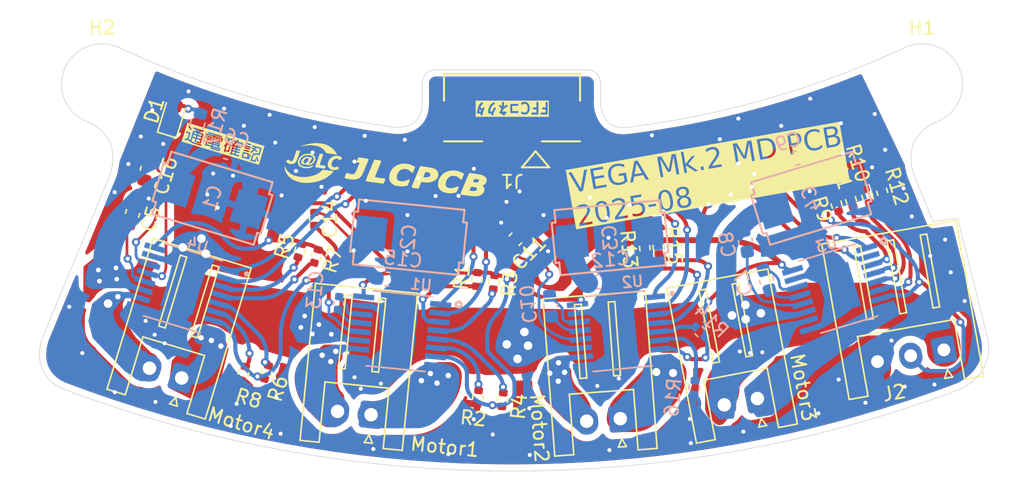
<source format=kicad_pcb>
(kicad_pcb (version 20241229) (generator "pcbnew") (generator_version "9.0")
  (layers (0 "F.Cu" signal) (2 "B.Cu" signal) (13 "F.Paste" user) (15 "B.Paste" user) (5 "F.SilkS" user "F.Silkscreen") (7 "B.SilkS" user "B.Silkscreen") (1 "F.Mask" user) (3 "B.Mask" user) (25 "Edge.Cuts" user))
  (net 0 "")
  (net 1 "Net-(U1-CPH)")
  (net 2 "Net-(U1-CPL)")
  (net 3 "VCC")
  (net 4 "Net-(U1-VCP)")
  (net 5 "GND")
  (net 6 "Net-(U3-CPH)")
  (net 7 "Net-(U3-CPL)")
  (net 8 "Net-(U3-VCP)")
  (net 9 "Net-(U4-CPH)")
  (net 10 "Net-(U4-CPL)")
  (net 11 "Net-(U4-VCP)")
  (net 12 "D1 OUT1")
  (net 13 "D1 OUT2")
  (net 14 "D2 OUT2")
  (net 15 "D2 OUT1")
  (net 16 "D3 OUT1")
  (net 17 "D3 OUT2")
  (net 18 "D4 OUT2")
  (net 19 "D4 OUT1")
  (net 20 "Net-(D1-A)")
  (net 21 "+3.3V")
  (net 22 "Net-(U1-NSLEEP)")
  (net 23 "Net-(U1-IPROPI)")
  (net 24 "Net-(U1-NFAULT)")
  (net 25 "Net-(U1-VREF)")
  (net 26 "Net-(U3-NSLEEP)")
  (net 27 "Net-(U3-VREF)")
  (net 28 "Net-(U3-NFAULT)")
  (net 29 "Net-(U3-IPROPI)")
  (net 30 "Net-(U4-NSLEEP)")
  (net 31 "Net-(U4-VREF)")
  (net 32 "Net-(U4-NFAULT)")
  (net 33 "Net-(U4-IPROPI)")
  (net 34 "D1 PWM IN1")
  (net 35 "D1 PWM IN2")
  (net 36 "D2 PWM IN1")
  (net 37 "D2 PWM IN2")
  (net 38 "D3 PWM IN2")
  (net 39 "D3 PWM IN1")
  (net 40 "D4 PWM IN1")
  (net 41 "D4 PWM IN2")
  (net 42 "Net-(U2-CPL)")
  (net 43 "Net-(U2-CPH)")
  (net 44 "Net-(U2-VCP)")
  (net 45 "Net-(U2-NSLEEP)")
  (net 46 "Net-(U2-VREF)")
  (net 47 "Net-(U2-NFAULT)")
  (net 48 "Net-(U2-IPROPI)")
  (footprint "LED_SMD:LED_0603_1608Metric" (layer "F.Cu") (at 124.82 117.61 73.2)
    (property "Reference" "D1")
    (property "Value" "LED")
  )
  (footprint "Resistor_SMD:R_0402_1005Metric" (layer "F.Cu") (at 148.659 129.971 -95.7)
    (property "Reference" "R3")
    (property "Value" "10k")
  )
  (footprint "Resistor_SMD:R_0402_1005Metric" (layer "F.Cu") (at 147.466 138.516 -95.7)
    (property "Reference" "R2")
    (property "Value" "2.49k")
  )
  (footprint "Capacitor_SMD:C_0402_1005Metric" (layer "F.Cu") (at 135.33 125.27 -90)
    (property "Reference" "C14")
    (property "Value" "0.1uF")
  )
  (footprint "Resistor_SMD:R_0402_1005Metric" (layer "F.Cu") (at 159.86 127.43 -84.4)
    (property "Reference" "R13")
    (property "Value" "10k")
  )
  (footprint "FFC conector:FFC conector 0.5mm Pich" (layer "F.Cu") (at 150 117 180)
    (property "Reference" "J1")
    (property "Value" "Conn_01x08_Pin")
  )
  (footprint "Connector_JST:JST_XH_S2B-XH-A_1x02_P2.50mm_Horizontal" (layer "F.Cu") (at 125.48322 137.081544 163.1)
    (property "Reference" "Motor4")
    (property "Value" "Conn_01x02_Pin")
  )
  (footprint "JLCPCBlogo:JLCPCB" (layer "F.Cu") (at 140.62 121.88 -8)
    (property "Reference" "G***" (hide yes))
    (property "Value" "LOGO" (hide yes))
  )
  (footprint "Resistor_SMD:R_0402_1005Metric" (layer "F.Cu") (at 177.47 123.25 106.8)
    (property "Reference" "R12")
    (property "Value" "2.49k")
  )
  (footprint "Connector_JST:JST_XH_S3B-XH-A_1x03_P2.50mm_Horizontal" (layer "F.Cu") (at 182.048516 134.992312 -170)
    (property "Reference" "J2")
    (property "Value" "Conn_01x03_Pin")
  )
  (footprint "Connector_JST:JST_XH_S2B-XH-A_1x02_P2.50mm_Horizontal" (layer "F.Cu") (at 158.036495 140.101081 -175.7)
    (property "Reference" "Motor2")
    (property "Value" "Conn_01x02_Pin")
  )
  (footprint "Resistor_SMD:R_0402_1005Metric" (layer "F.Cu") (at 160.85 127.35 -84.4)
    (property "Reference" "R15")
    (property "Value" "10k")
  )
  (footprint "Connector_JST:JST_XH_S2B-XH-A_1x02_P2.50mm_Horizontal" (layer "F.Cu") (at 139.539628 139.809642 174.4)
    (property "Reference" "Motor1")
    (property "Value" "Conn_01x02_Pin")
  )
  (footprint "Resistor_SMD:R_0402_1005Metric" (layer "F.Cu") (at 174.09 124.2 -73.2)
    (property "Reference" "R9")
    (property "Value" "10k")
  )
  (footprint "Resistor_SMD:R_0402_1005Metric" (layer "F.Cu") (at 175.162761 123.872406 -73.2)
    (property "Reference" "R11")
    (property "Value" "10k")
  )
  (footprint "Resistor_SMD:R_0402_1005Metric" (layer "F.Cu") (at 176.37 123.56 -73.2)
    (property "Reference" "R10")
    (property "Value" "10k")
  )
  (footprint "Capacitor_SMD:C_0603_1608Metric" (layer "F.Cu") (at 150.25 126.78 -135)
    (property "Reference" "C11")
    (property "Value" "0.1uF")
  )
  (footprint "MountingHole:MountingHole_3.2mm_M3" (layer "F.Cu") (at 119.571485 115.254161)
    (property "Reference" "H2")
    (property "Value" "MountingHole")
  )
  (footprint "Capacitor_SMD:C_0603_1608Metric" (layer "F.Cu") (at 122.935 121.641 -106.8)
    (property "Reference" "C16")
    (property "Value" "22nF")
  )
  (footprint "Connector_JST:JST_XH_S2B-XH-A_1x02_P2.50mm_Horizontal" (layer "F.Cu") (at 168.208273 138.607639 -169.2)
    (property "Reference" "Motor3")
    (property "Value" "Conn_01x02_Pin")
  )
  (footprint "Resistor_SMD:R_0402_1005Metric" (layer "F.Cu") (at 130.064 136.74 -106.9)
    (property "Reference" "R8")
    (property "Value" "2.49k")
  )
  (footprint "Resistor_SMD:R_0402_1005Metric" (layer "F.Cu") (at 147.394653 129.763522 -95.7)
    (property "Reference" "R1")
    (property "Value" "10k")
  )
  (footprint "MountingHole:MountingHole_3.2mm_M3" (layer "F.Cu") (at 180.428857 115.254001)
    (property "Reference" "H1")
    (property "Value" "MountingHole")
  )
  (footprint "Capacitor_SMD:C_0603_1608Metric" (layer "F.Cu") (at 121.841 124.859 -106.8)
    (property "Reference" "C5")
    (property "Value" "0.1uF")
  )
  (footprint "Resistor_SMD:R_0402_1005Metric" (layer "F.Cu") (at 131.775 136.66 73.1)
    (property "Reference" "R6")
    (property "Value" "10k")
  )
  (footprint "Resistor_SMD:R_0402_1005Metric" (layer "F.Cu") (at 135.466 128.035 -106.9)
    (property "Reference" "R7")
    (property "Value" "10k")
  )
  (footprint "Resistor_SMD:R_0402_1005Metric" (layer "F.Cu") (at 149.303 138.692 84.3)
    (property "Reference" "R4")
    (property "Value" "10k")
  )
  (footprint "Resistor_SMD:R_0402_1005Metric" (layer "F.Cu") (at 134.265 127.621 -106.9)
    (property "Reference" "R5")
    (property "Value" "10k")
  )
  (footprint "Motor Driver IC:DRV8874 IC" (layer "B.Cu") (at 125.579826 130.422838 163.1)
    (property "Reference" "U4")
    (property "Value" "DRV8874PWPR")
  )
  (footprint "Motor Driver IC:DRV8874 IC" (layer "B.Cu") (at 174.224561 130.431155 -163.2)
    (property "Reference" "U3")
    (property "Value" "DRV8874PWPR")
  )
  (footprint "Capacitor_SMD:C_0603_1608Metric" (layer "B.Cu") (at 171.088077 120.754 16.8)
    (property "Reference" "C9")
    (property "Value" "0.1uF")
  )
  (footprint "Capacitor_SMD:C_0603_1608Metric" (layer "B.Cu") (at 140.75 129.74 -5.7)
    (property "Reference" "C15")
    (property "Value" "0.1uF")
  )
  (footprint "Capacitor_SMD:C_0603_1608Metric" (layer "B.Cu") (at 152.87 131.74 95.6)
    (property "Reference" "C10")
    (property "Value" "22nF")
  )
  (footprint "tantaru Capacitor:293D157X9016D2TE3" (layer "B.Cu") (at 172.205877 123.728593 16.8)
    (property "Reference" "C4")
    (property "Value" "150uF")
  )
  (footprint "Capacitor_SMD:C_0603_1608Metric" (layer "B.Cu") (at 156.41 129.95 5.4)
    (property "Reference" "C12")
    (property "Value" "0.1uF")
  )
  (footprint "Capacitor_SMD:C_0603_1608Metric" (layer "B.Cu") (at 168.896 129.818077 106.8)
    (property "Reference" "C7")
    (property "Value" "22nF")
  )
  (footprint "Capacitor_SMD:C_0603_1608Metric" (layer "B.Cu") (at 128.882 120.314 -16.8)
    (property "Reference" "C6")
    (property "Value" "0.1uF")
  )
  (footprint "Motor Driver IC:DRV8874 IC" (layer "B.Cu") (at 141.625733 133.601637 174.4)
    (property "Reference" "U1")
    (property "Value" "DRV8874PWPR")
  )
  (footprint "Resistor_SMD:R_0402_1005Metric" (layer "B.Cu") (at 163.52 137.79 -95)
    (property "Reference" "R16")
    (property "Value" "2.49k")
  )
  (footprint "Motor Driver IC:DRV8874 IC" (layer "B.Cu") (at 157.935933 133.601649 -174.4)
    (property "Reference" "U2")
    (property "Value" "DRV8874PWPR")
  )
  (footprint "Capacitor_SMD:C_0603_1608Metric" (layer "B.Cu") (at 167.325422 126.926774 -80)
    (property "Reference" "C8")
    (property "Value" "0.1uF")
  )
  (footprint "Capacitor_SMD:C_0402_1005Metric" (layer "B.Cu") (at 137.13 131.52 84.4)
    (property "Reference" "C13")
    (property "Value" "22nF")
  )
  (footprint "tantaru Capacitor:293D157X9016D2TE3" (layer "B.Cu") (at 157.276556 126.655409 5.4)
    (property "Reference" "C3")
    (property "Value" "150uF")
  )
  (footprint "Resistor_SMD:R_0603_1608Metric" (layer "B.Cu") (at 126.64 118.23 73.2)
    (property "Reference" "R17")
    (property "Value" "150")
  )
  (footprint "Resistor_SMD:R_0402_1005Metric" (layer "B.Cu") (at 163.96 133.64 135)
    (property "Reference" "R14")
    (property "Value" "10k")
  )
  (footprint "tantaru Capacitor:293D157X9016D2TE3" (layer "B.Cu") (at 127.770933 123.721564 -16.8)
    (property "Reference" "C1")
    (property "Value" "150uF")
  )
  (footprint "tantaru Capacitor:293D157X9016D2TE3" (layer "B.Cu") (at 142.325417 126.616583 -5.7)
    (property "Reference" "C2")
    (property "Value" "150uF")
  )
  (gr_poly (pts (xy 121.99 134.11) (xy 121.18 132.89) (xy 121.14 133.51) (xy 121.8 134.13) (xy 121.89 134.09) (xy 121.92 134.09)) (stroke (width 0.2)) (fill yes) (layer "F.Cu") (net 14))
  (gr_poly (pts (xy 132.92 125.01) (xy 132.71 126.82) (xy 132 126.76) (xy 132.12 126)) (stroke (width 0.2)) (fill yes) (layer "F.Cu") (net 21))
  (gr_poly (pts (xy 126.5 133.82) (xy 124.85 135.85) (xy 124.62 137.76) (xy 126.2 138.55) (xy 128.23 137.38) (xy 128.86 134.93) (xy 128.6 134.2) (xy 127.22 133.74146)) (stroke (width 0.2)) (fill yes) (layer "F.Cu") (net 15))
  (gr_poly (pts (xy 171.26 132.85) (xy 169.16 133.23) (xy 167.06 133.93) (xy 164.95 135.87) (xy 164.52 139.1) (xy 165.41 140.12) (xy 166.42 140.04) (xy 166.7 138.32) (xy 166.89 137.42) (xy 168.6 135.99) (xy 170.459555 134.665973) (xy 170.96 133.41) (xy 171.33 133.16)) (stroke (width 0.1)) (fill yes) (layer "B.Cu") (net 17))
  (gr_poly (pts (xy 171.24 132.52) (xy 170.14 132.73) (xy 169.11 132.88) (xy 167.94 133.15) (xy 166.63 133.44) (xy 165.53 132.88) (xy 165.64 131.6) (xy 166.98 130.87) (xy 168.09 131.54) (xy 168.9 131.87) (xy 169.71 132.04) (xy 170.404736 132.24) (xy 171.095172 132.24)) (stroke (width 0.1)) (fill yes) (layer "B.Cu") (net 3))
  (gr_poly (pts (xy 148.956 134.208) (xy 150.18 130.867) (xy 150.218 130.785) (xy 150.328 132.934)) (stroke (width 0.2)) (fill yes) (layer "B.Cu") (net 3))
  (gr_poly (pts (xy 118.924441 131.62315) (xy 118.66 132.86) (xy 118.96 134.06) (xy 121.33 136.51) (xy 122.24 137.09) (xy 119.48 131.16)) (stroke (width 0.2)) (fill yes) (layer "B.Cu") (net 14))
  (gr_poly (pts (xy 142.698 131.426) (xy 142.97 132.14) (xy 142.28 131.92) (xy 142.59 131.42) (xy 142.663 131.422)) (stroke (width 0.1)) (fill yes) (layer "B.Cu") (net 5))
  (gr_poly (pts (xy 176.91 131.8) (xy 173.29 133.88) (xy 170.99 134.93) (xy 168.44 136.83) (xy 167.31 137.84) (xy 167.49 139.13) (xy 168.22 139.96) (xy 169.31 139.78) (xy 170.44 138.96) (xy 172.39 136.61) (xy 175.54 134.27) (xy 178.784621 132.31846) (xy 178.31 131.38)) (stroke (width 0.1)) (fill yes) (layer "B.Cu") (net 16))
  (gr_poly (pts (xy 184.26 133.91) (xy 183.91 136.02) (xy 183.39 136.61) (xy 182.708619 137.008314) (xy 180.63 137.26) (xy 182.413177 137.28) (xy 183.37 137.060409) (xy 184.15 136.29) (xy 184.32 135.18)) (stroke (width 0.2)) (fill yes) (layer "B.Cu") (net 5))
  (gr_poly (pts (xy 138.103073 134.764615) (xy 137.554593 134.690244) (xy 136.801121 134.724493) (xy 136.08 134.94) (xy 137.11 134.81) (xy 138.1 134.77)) (stroke (width 0.2)) (fill yes) (layer "B.Cu") (net 13))
  (gr_poly (pts (xy 120.743 128.3) (xy 121.263 129.129) (xy 120.767 129.615) (xy 120.289 128.71)) (stroke (width 0.2)) (fill yes) (layer "B.Cu") (net 3))
  (gr_poly (pts (xy 171.661079 129.411128) (xy 172.193132 128.682446) (xy 172.72 128.47) (xy 172.99 129.42) (xy 172.88 130.05) (xy 172.18 129.78) (xy 171.902561 129.647101) (xy 171.74 129.64)) (stroke (width 0.1)) (fill yes) (layer "B.Cu") (net 5))
  (gr_poly (pts (xy 172.51 133.14) (xy 172.88 133.02) (xy 172.99 132.86) (xy 173.24 131.26) (xy 175.22 131.87) (xy 174.79 132.25) (xy 173.07 133.32) (xy 171.56 133.81)) (stroke (width 0.1)) (fill yes) (layer "B.Cu") (net 5))
  (gr_poly (pts (xy 135.22 134.55) (xy 134.12 134.39) (xy 133.53 133.29) (xy 133.91 131.92) (xy 134.82 131.65)) (stroke (width 0.1)) (fill yes) (layer "B.Cu") (net 3))
  (gr_poly (pts (xy 137.54 126.97) (xy 133.91 131.92) (xy 135.05 133.38) (xy 135.84 132.54) (xy 135.82 131.18) (xy 138.2 128.78) (xy 138.71 128.44)) (stroke (width 0.1)) (fill yes) (layer "B.Cu") (net 3))
  (gr_poly (pts (xy 159.44 135.72) (xy 159.28 135.15) (xy 158.87 135.14) (xy 158.83 135.72)) (stroke (width 0.1)) (fill yes) (layer "B.Cu") (net 5))
  (gr_poly (pts (xy 154.53 135.41) (xy 153.45 135.48) (xy 152.45 135.94) (xy 151.93 137.44) (xy 152.49 138.59) (xy 154.3008 140.43211) (xy 155.22 141.22) (xy 155.84 139.36) (xy 154.51 137.86) (xy 154.17 136.53) (xy 154.250035 135.81) (xy 154.62 135.72)) (stroke (width 0.1)) (fill yes) (layer "B.Cu") (net 18))
  (gr_poly (pts (xy 135.16 134.5) (xy 136.51 134.38) (xy 136.48 132.99) (xy 135.5 132.43) (xy 135.09 134.49)) (stroke (width 0.2)) (fill yes) (layer "B.Cu") (net 3))
  (gr_poly (pts (xy 127.66 128.72) (xy 127.15 129.29) (xy 126.55 129.07) (xy 126.93 128.32)) (stroke (width 0.1)) (fill yes) (layer "B.Cu") (net 5))
  (gr_poly (pts (xy 154.51 135.07) (xy 153.24 135.19) (xy 152.16 135.22) (xy 152.47 133.81) (xy 153.6 134.6) (xy 154.47 134.77)) (stroke (width 0.1)) (fill yes) (layer "B.Cu") (net 3))
  (gr_poly (pts (xy 153.24 135.19) (xy 152.33 135.46) (xy 151.14 136.08) (xy 151.66 135.21)) (stroke (width 0.1)) (fill yes) (layer "B.Cu") (net 3))
  (gr_poly (pts (xy 160.24 135.48) (xy 161.76 135.33) (xy 162.51 135.86) (xy 162.591433 137.41) (xy 161.76 139.11) (xy 160.7 140.45) (xy 157.96 141.06) (xy 157.43 139.24) (xy 159.57 137.06)) (stroke (width 0.1)) (fill yes) (layer "B.Cu") (net 19))
  (gr_poly (pts (xy 138.02 134.32) (xy 137.265211 134.248794) (xy 136.48 134.36) (xy 136.966335 134.150757) (xy 137.142139 134.154387)) (stroke (width 0.2)) (fill yes) (layer "B.Cu") (net 3))
  (gr_poly (pts (xy 159.24 131.18) (xy 158.97 131.97) (xy 158.39 131.52) (xy 158.39 131.07)) (stroke (width 0.1)) (fill yes) (layer "B.Cu") (net 5))
  (gr_poly (pts (xy 123.89 128.06) (xy 124.3 128.11) (xy 124.75 127.78) (xy 125.32 128.01) (xy 125.02 128.73) (xy 125.026 128.804) (xy 124.163 128.438) (xy 123.9 128.38)) (stroke (width 0.1)) (fill yes) (layer "B.Cu") (net 5))
  (gr_poly (pts (xy 175.83 135.79) (xy 175.94 134.76) (xy 176.7 134.23) (xy 178.22 134.33) (xy 178.31 135.26) (xy 177.91 136.55)) (stroke (width 0.1)) (fill yes) (layer "B.Cu") (net 5))
  (gr_poly (pts (xy 119.72 127.97) (xy 118.679439 128.678761) (xy 118.43 129.61) (xy 118.45 130.16) (xy 118.93 130.39) (xy 119.82 130.33)) (stroke (width 0.2)) (fill yes) (layer "B.Cu") (net 3))
  (gr_poly (pts (xy 155.3 132.07) (xy 155.8 131.99) (xy 156.17 131.47) (xy 156.92 131.41) (xy 156.79 133.25) (xy 155.92 132.43) (xy 155.7 132.36) (xy 155.45 132.37)) (stroke (width 0.1)) (fill yes) (layer "B.Cu") (net 5))
  (gr_poly (pts (xy 121.93 130.18) (xy 121.60042 129.898283) (xy 121.31 129.11) (xy 121.1 129.34) (xy 121.24 129.87) (xy 121.89 130.15)) (stroke (width 0.1)) (fill yes) (layer "B.Cu") (net 3))
  (gr_poly (pts (xy 121.5 131.54) (xy 120.98 132.23) (xy 121.6 132.42) (xy 121.76 131.74)) (stroke (width 0.1)) (fill yes) (layer "B.Cu") (net 5))
  (gr_poly (pts (xy 154.58 136.37) (xy 155.03 137.53) (xy 157.07 137.097535) (xy 159.44 135.72) (xy 156.93 135.38) (xy 156.139666 135.914466) (xy 155.801081 135.939547)) (stroke (width 0.1)) (fill yes) (layer "B.Cu") (net 5))
  (gr_arc (start 141.354984 118.456289) (mid 130.86673 116.294176) (end 120.839338 112.535236) (stroke (width 0.05)) (layer "Edge.Cuts"))
  (gr_arc (start 155.569 114.182761) (mid 156.276276 114.475724) (end 156.569239 115.183) (stroke (width 0.05)) (layer "Edge.Cuts"))
  (gr_line (start 181.26 125.46) (end 179.852433 122.065263) (stroke (width 0.05)) (layer "Edge.Cuts"))
  (gr_line (start 185.251 133.934) (end 183.08 125.22) (stroke (width 0.05)) (layer "Edge.Cuts"))
  (gr_arc (start 143.342283 115.183) (mid 143.635246 114.475724) (end 144.342522 114.182761) (stroke (width 0.05)) (layer "Edge.Cuts"))
  (gr_line (start 143.342283 115.183) (end 143.342625 116.670002) (stroke (width 0.05)) (layer "Edge.Cuts"))
  (gr_line (start 156.569239 115.183) (end 156.569239 116.682937) (stroke (width 0.05)) (layer "Edge.Cuts"))
  (gr_curve (pts (xy 185.251 133.934) (xy 185.976372 136.842965) (xy 183.185286 137.942893) (xy 183.185286 137.942893)) (stroke (width 0.05)) (layer "Edge.Cuts"))
  (gr_curve (pts (xy 181.450377 118.088192) (xy 178.703391 119.294035) (xy 179.852433 122.065263) (xy 179.852433 122.065263)) (stroke (width 0.05)) (layer "Edge.Cuts"))
  (gr_line (start 181.450377 118.088192) (end 181.697169 117.97674) (stroke (width 0.05)) (layer "Edge.Cuts"))
  (gr_curve (pts (xy 158.556852 118.460695) (xy 156.569239 118.682937) (xy 156.569239 116.682937) (xy 156.569239 116.682937)) (stroke (width 0.05)) (layer "Edge.Cuts"))
  (gr_arc (start 183.185286 137.942893) (mid 149.997416 143.995828) (end 116.809878 137.941068) (stroke (width 0.05)) (layer "Edge.Cuts"))
  (gr_curve (pts (xy 116.80992 137.940958) (xy 114.018852 136.840987) (xy 115.166157 134.069033) (xy 115.166157 134.069033)) (stroke (width 0.05)) (layer "Edge.Cuts"))
  (gr_curve (pts (xy 118.539305 118.076754) (xy 121.285098 119.285315) (xy 120.137798 122.057264) (xy 120.137798 122.057264)) (stroke (width 0.05)) (layer "Edge.Cuts"))
  (gr_curve (pts (xy 143.342625 116.670002) (xy 143.342283 118.67) (xy 141.354984 118.456289) (xy 141.354984 118.456289)) (stroke (width 0.05)) (layer "Edge.Cuts"))
  (gr_arc (start 118.301324 117.97201) (mid 116.853098 113.985152) (end 120.839341 112.535236) (stroke (width 0.05)) (layer "Edge.Cuts"))
  (gr_line (start 115.166157 134.069033) (end 120.137798 122.057264) (stroke (width 0.05)) (layer "Edge.Cuts"))
  (gr_arc (start 179.15946 112.531805) (mid 183.151306 113.985147) (end 181.697169 117.976703) (stroke (width 0.05)) (layer "Edge.Cuts"))
  (gr_line (start 118.301324 117.972009) (end 118.539305 118.071008) (stroke (width 0.05)) (layer "Edge.Cuts"))
  (gr_line (start 183.08 125.22) (end 181.26 125.46) (stroke (width 0.05)) (layer "Edge.Cuts"))
  (gr_line (start 144.342522 114.182784) (end 155.569 114.182784) (stroke (width 0.05)) (layer "Edge.Cuts"))
  (gr_arc (start 179.158192 112.529084) (mid 169.08932 116.299958) (end 158.556852 118.460695) (stroke (width 0.05)) (layer "Edge.Cuts"))
  (gr_text "通電確認" (at 125.489 119.484 343.2) (layer "F.SilkS" knockout) (effects (font (size 1 1) (thickness 0.1)) (justify left bottom)))
  (gr_text "VEGA Mk.2 MD PCB\n2025-08" (at 154.92 126.07 10) (layer "F.SilkS" knockout) (effects (font (size 1.5 1.5) (thickness 0.1)) (justify left bottom)))
  (segment (start 138.377313 132.998126) (end 138.801145 132.998126) (width 0.2) (layer "B.Cu") (net 1))
  (segment (start 137.143583 132.143583) (end 137.73 132.73) (width 0.2) (layer "B.Cu") (net 1))
  (arc (start 137.73 132.73) (mid 138.02699 132.928442) (end 138.377313 132.998126) (width 0.2) (layer "B.Cu") (net 1))
  (arc (start 137.08316 131.997709) (mid 137.098863 132.076655) (end 137.143583 132.143583) (width 0.2) (layer "B.Cu") (net 1))
  (segment (start 138.046102 132.351228) (end 138.864572 132.351228) (width 0.2) (layer "B.Cu") (net 2))
  (segment (start 137.77 131.849706) (end 137.77 132.076863) (width 0.2) (layer "B.Cu") (net 2))
  (segment (start 137.208341 131.118341) (end 137.65 131.56) (width 0.2) (layer "B.Cu") (net 2))
  (arc (start 137.65 131.56) (mid 137.738813 131.692919) (end 137.77 131.849706) (width 0.2) (layer "B.Cu") (net 2))
  (arc (start 137.77 132.076863) (mid 137.790792 132.181388) (end 137.85 132.27) (width 0.2) (layer "B.Cu") (net 2))
  (arc (start 137.85 132.27) (mid 137.939973 132.330117) (end 138.046102 132.351228) (width 0.2) (layer "B.Cu") (net 2))
  (arc (start 137.17684 131.042291) (mid 137.185027 131.083449) (end 137.208341 131.118341) (width 0.2) (layer "B.Cu") (net 2))
  (segment (start 151.561099 126.548074) (end 152.676512 127.663488) (width 0.43) (layer "F.Cu") (net 3))
  (segment (start 122.12233 123.97867) (end 122.29 123.811) (width 0.2) (layer "F.Cu") (net 3))
  (segment (start 176.44095 131.25) (end 172.15 131.25) (width 2.5) (layer "F.Cu") (net 3))
  (segment (start 179.692599 132.17) (end 173.1 132.17) (width 2.5) (layer "F.Cu") (net 3))
  (segment (start 122.438764 123.74938) (end 123.03738 123.74938) (width 0.2) (layer "F.Cu") (net 3))
  (segment (start 136.576188 125.306188) (end 137.814853 126.544853) (width 0.2) (layer "F.Cu") (net 3))
  (segment (start 181.338725 133.278725) (end 180.61 132.55) (width 2.5) (layer "F.Cu") (net 3))
  (segment (start 174.202721 133.16) (end 170.88 133.16) (width 2.5) (layer "F.Cu") (net 3))
  (segment (start 179.692599 132.17) (end 176.592792 132.17) (width 2.5) (layer "F.Cu") (net 3))
  (via (at 150.92 133.66) (size 1.2) (drill 0.64) (layers "F.Cu" "B.Cu") (net 3))
  (via (at 120.61 128.9) (size 0.8) (drill 0.35) (layers "F.Cu" "B.Cu") (net 3))
  (via (at 150.41 135.66) (size 1.2) (drill 0.64) (layers "F.Cu" "B.Cu") (net 3))
  (via (at 135.18 133.81) (size 0.8) (drill 0.35) (layers "F.Cu" "B.Cu") (net 3))
  (via (at 167.32 131.65) (size 1.2) (drill 0.64) (layers "F.Cu" "B.Cu") (net 3))
  (via (at 134.33 133.33) (size 0.8) (drill 0.35) (layers "F.Cu" "B.Cu") (net 3))
  (via (at 168.47 132.27) (size 1.2) (drill 0.64) (layers "F.Cu" "B.Cu") (net 3))
  (via (at 135.67 133.11) (size 0.8) (drill 0.35) (layers "F.Cu" "B.Cu") (net 3))
  (via (at 123.03738 123.74938) (size 0.6) (drill 0.3) (layers "F.Cu" "B.Cu") (net 3))
  (via (at 152.676512 127.663488) (size 0.6) (drill 0.3) (layers "F.Cu" "B.Cu") (net 3))
  (via (at 166.32 132.43) (size 1.2) (drill 0.64) (layers "F.Cu" "B.Cu") (net 3))
  (via (at 119.38 129.89) (size 0.8) (drill 0.35) (layers "F.Cu" "B.Cu") (net 3))
  (via (at 138.253259 127.603259) (size 0.6) (drill 0.3) (layers "F.Cu" "B.Cu") (net 3))
  (via (at 119.3 129.06) (size 0.8) (drill 0.35) (layers "F.Cu" "B.Cu") (net 3))
  (via (at 167.338925 132.716184) (size 1.2) (drill 0.64) (layers "F.Cu" "B.Cu") (net 3))
  (via (at 136.59 133.83) (size 0.8) (drill 0.35) (layers "F.Cu" "B.Cu") (net 3))
  (via (at 149.61 134.58) (size 1.2) (drill 0.64) (layers "F.Cu" "B.Cu") (net 3))
  (via (at 134.61 132.48) (size 0.8) (drill 0.35) (layers "F.Cu" "B.Cu") (net 3))
  (via (at 151.19 134.68) (size 1.2) (drill 0.64) (layers "F.Cu" "B.Cu") (net 3))
  (via (at 120.66 129.74) (size 0.8) (drill 0.35) (layers "F.Cu" "B.Cu") (net 3))
  (arc (start 182.048516 134.992312) (mid 181.864047 134.064925) (end 181.338725 133.278725) (width 2.5) (layer "F.Cu") (net 3))
  (arc (start 174.42 133.07) (mid 174.320311 133.13661) (end 174.202721 133.16) (width 2.5) (layer "F.Cu") (net 3))
  (arc (start 122.065 124.117077) (mid 122.0799 124.042172) (end 122.12233 123.97867) (width 0.2) (layer "F.Cu") (net 3))
  (arc (start 181.338725 133.278725) (mid 179.091607 131.777248) (end 176.44095 131.25) (width 2.5) (layer "F.Cu") (net 3))
  (arc (start 176.592792 132.17) (mid 175.416886 132.403902) (end 174.42 133.07) (width 2.5) (layer "F.Cu") (net 3))
  (arc (start 135.33 124.79) (mid 136.004432 124.924153) (end 136.576188 125.306188) (width 0.2) (layer "F.Cu") (net 3))
  (arc (start 150.798008 126.231992) (mid 151.21099 126.314139) (end 151.561099 126.548074) (width 0.43) (layer "F.Cu") (net 3))
  (arc (start 122.29 123.811) (mid 122.358253 123.765395) (end 122.438764 123.74938) (width 0.2) (layer "F.Cu") (net 3))
  (arc (start 137.814853 126.544853) (mid 138.139321 127.030454) (end 138.253259 127.603259) (width 0.2) (layer "F.Cu") (net 3))
  (arc (start 180.61 132.55) (mid 180.189093 132.268758) (end 179.692599 132.17) (width 2.5) (layer "F.Cu") (net 3))
  (segment (start 122.550335 130.521416) (end 122.130698 130.521416) (width 0.2) (layer "B.Cu") (net 3))
  (segment (start 121.393137 130.072296) (end 121.49 130.072296) (width 0.45) (layer "B.Cu") (net 3))
  (segment (start 119.31 129.272296) (end 120.670315 129.272296) (width 0.45) (layer "B.Cu") (net 3))
  (segment (start 121.49 130.072296) (end 121.646583 130.228879) (width 0.45) (layer "B.Cu") (net 3))
  (segment (start 151.21 134.01) (end 152.02 134.01) (width 1) (layer "B.Cu") (net 3))
  (segment (start 150.98 134.81) (end 150.801127 134.81) (width 1) (layer "B.Cu") (net 3))
  (segment (start 119.73 129.862296) (end 119.400711 129.862296) (width 0.45) (layer "B.Cu") (net 3))
  (segment (start 136.47 134.26) (end 135.964142 134.26) (width 0.45) (layer "B.Cu") (net 3))
  (segment (start 126.536973 120.754028) (end 126.489 120.802) (width 1) (layer "B.Cu") (net 3))
  (segment (start 120.12 129.292296) (end 120.531507 129.703803) (width 0.45) (layer "B.Cu") (net 3))
  (segment (start 121.284009 125.156991) (end 122.447131 123.993869) (width 2) (layer "B.Cu") (net 3))
  (segment (start 120.335147 129.857149) (end 120.3 129.892296) (width 0.45) (layer "B.Cu") (net 3))
  (segment (start 121.227107 130.182296) (end 121.227107 129.902721) (width 0.45) (layer "B.Cu") (net 3))
  (segment (start 120.909792 129.872088) (end 120.89 129.852296) (width 0.45) (layer "B.Cu") (net 3))
  (segment (start 135.375772 133.264229) (end 135.41 133.23) (width 0.45) (layer "B.Cu") (net 3))
  (segment (start 152.676512 127.663488) (end 152.67841 127.663488) (width 1.5) (layer "B.Cu") (net 3))
  (segment (start 121.227107 130.182296) (end 119.506985 130.182296) (width 0.45) (layer "B.Cu") (net 3))
  (segment (start 135.89 132.99) (end 136.018873 132.99) (width 0.45) (layer "B.Cu") (net 3))
  (segment (start 137.76 134.086761) (end 137.262891 134.086761) (width 0.2) (layer "B.Cu") (net 3))
  (segment (start 120.696863 129.772296) (end 120.54 129.772296) (width 0.45) (layer "B.Cu") (net 3))
  (segment (start 167.338274 125.441726) (end 166.66 126.12) (width 1.5) (layer "B.Cu") (net 3))
  (segment (start 125.071866 122.906668) (end 125.071866 122.229928) (width 1) (layer "B.Cu") (net 3))
  (segment (start 149.27 134.87) (end 149.27 134.778823) (width 1) (layer "B.Cu") (net 3))
  (segment (start 150.88 129.884264) (end 150.88 133.563431) (width 1.5) (layer "B.Cu") (net 3))
  (segment (start 169.50681 124.543489) (end 169.50681 123.004356) (width 1.5) (layer "B.Cu") (net 3))
  (segment (start 120.95 129.43) (end 121.088787 129.568787) (width 0.45) (layer "B.Cu") (net 3))
  (segment (start 136.796863 133.73) (end 136.64 133.73) (width 0.45) (layer "B.Cu") (net 3))
  (segment (start 139.113849 129.17) (end 138.23 129.17) (width 1) (layer "B.Cu") (net 3))
  (segment (start 121.227107 130.182296) (end 120.841421 130.182296) (width 0.45) (layer "B.Cu") (net 3))
  (segment (start 126.489 120.802) (end 126.418 120.873) (width 1) (layer "B.Cu") (net 3))
  (segment (start 152.676512 127.663488) (end 151.18 129.16) (width 1.5) (layer "B.Cu") (net 3))
  (segment (start 136.642434 129.842566) (end 136.31 130.175) (width 1) (layer "B.Cu") (net 3))
  (segment (start 139.737121 129.562907) (end 139.507107 129.332893) (width 1) (layer "B.Cu") (net 3))
  (segment (start 137.126568 133.546569) (end 137.41 133.83) (width 0.2) (layer "B.Cu") (net 3))
  (segment (start 152.8 134.79) (end 152.02 134.01) (width 1) (layer "B.Cu") (net 3))
  (segment (start 138.674286 134.291921) (end 138.2553 134.291921) (width 0.2) (layer "B.Cu") (net 3))
  (segment (start 135.83 133.82) (end 135.500711 133.82) (width 0.45) (layer "B.Cu") (net 3))
  (segment (start 152.97 134.79) (end 152.8 134.79) (width 1) (layer "B.Cu") (net 3))
  (segment (start 151.85962 133.849619) (end 152.02 134.01) (width 1) (layer "B.Cu") (net 3))
  (segment (start 150.98 134.81) (end 150.98 134.24) (width 1) (layer "B.Cu") (net 3))
  (segment (start 136.37 133.922426) (end 136.37 134.16) (width 0.45) (layer "B.Cu") (net 3))
  (segment (start 150.14 135.75) (end 149.277071 134.887071) (width 1) (layer "B.Cu") (net 3))
  (segment (start 135.41 133.23) (end 136.171716 133.23) (width 0.45) (layer "B.Cu") (net 3))
  (segment (start 135.41 133.23) (end 135.480294 133.159706) (width 0.45) (layer "B.Cu") (net 3))
  (segment (start 151 134.79) (end 150.98 134.81) (width 1) (layer "B.Cu") (net 3))
  (segment (start 154.469669 126.920738) (end 154.469669 127.201274) (width 1.5) (layer "B.Cu") (net 3))
  (segment (start 136.47 134.26) (end 136.171421 133.961421) (width 0.45) (layer "B.Cu") (net 3))
  (segment (start 136.22 133.25) (end 136.631507 133.661507) (width 0.45) (layer "B.Cu") (net 3))
  (segment (start 137.41 133.83) (end 137.447805 133.867805) (width 0.2) (layer "B.Cu") (net 3))
  (segment (start 136.876863 133.763137) (end 136.561837 133.763137) (width 0.45) (layer "B.Cu") (net 3))
  (segment (start 139.519957 126.336561) (end 138.253259 127.603259) (width 2) (layer "B.Cu") (net 3))
  (segment (start 136.55 133.21) (end 136.716863 133.376863) (width 0.45) (layer "B.Cu") (net 3))
  (segment (start 150.27 135.03) (end 150.27 134.387279) (width 1) (layer "B.Cu") (net 3))
  (segment (start 149.277071 134.887071) (end 149.27 134.87) (width 1) (layer "B.Cu") (net 3))
  (segment (start 138.597222 134.26) (end 136.47 134.26) (width 0.2) (layer "B.Cu") (net 3))
  (segment (start 119.275772 129.306525) (end 119.31 129.272296) (width 0.45) (layer "B.Cu") (net 3))
  (segment (start 152.97 134.79) (end 151 134.79) (width 1) (layer "B.Cu") (net 3))
  (segment (start 135.957279 133.512721) (end 136.22 133.25) (width 0.45) (layer "B.Cu") (net 3))
  (segment (start 136.37 134.16) (end 136.47 134.26) (width 0.45) (layer "B.Cu") (net 3))
  (segment (start 121.85 130.22) (end 121.746066 130.116066) (width 0.2) (layer "B.Cu") (net 3))
  (segment (start 119.28 129.812296) (end 119.55 129.542296) (width 0.45) (layer "B.Cu") (net 3))
  (segment (start 135.94 134.27) (end 135.920833 134.27) (width 0.45) (layer "B.Cu") (net 3))
  (segment (start 119.857279 129.555017) (end 120.12 129.292296) (width 0.45) (layer "B.Cu") (net 3))
  (segment (start 150.58402 135.75) (end 150.14 135.75) (width 1) (layer "B.Cu") (net 3))
  (segment (start 121.63 130.38) (end 121.527279 130.38) (width 0.2) (layer "B.Cu") (net 3))
  (segment (start 150.98 134.24) (end 151.21 134.01) (width 1) (layer "B.Cu") (net 3))
  (segment (start 137.009792 133.829792) (end 136.99 133.81) (width 0.45) (layer "B.Cu") (net 3))
  (segment (start 138.471711 134.291921) (end 138.674286 134.291921) (width 0.2) (layer "B.Cu") (net 3))
  (segment (start 126.418 120.873) (end 125.558026 121.732974) (width 1) (layer "B.Cu") (net 3))
  (segment (start 119.31 129.272296) (end 120.071716 129.272296) (width 0.45) (layer "B.Cu") (net 3))
  (segment (start 121.869337 130.239338) (end 121.85 130.22) (width 0.2) (layer "B.Cu") (net 3))
  (segment (start 120.776863 129.805433) (end 120.461837 129.805433) (width 0.45) (layer "B.Cu") (net 3))
  (segment (start 136.667998 129.817003) (end 136.31 130.175) (width 1) (layer "B.Cu") (net 3))
  (segment (start 135.38 133.77) (end 135.65 133.5) (width 0.45) (layer "B.Cu") (net 3))
  (segment (start 151.550883 135.179117) (end 151.26 135.47) (width 1) (layer "B.Cu") (net 3))
  (segment (start 120.7 129.26) (end 120.813431 129.373431) (width 0.45) (layer "B.Cu") (net 3))
  (segment (start 121.789289 130.38) (end 121.63 130.38) (width 0.2) (layer "B.Cu") (net 3))
  (segment (start 165.9 127.954802) (end 165.9 131.41603) (width 1.5) (layer "B.Cu") (net 3))
  (segment (start 136.435147 133.814853) (end 136.4 133.85) (width 0.45) (layer "B.Cu") (net 3))
  (segment (start 150.305269 133.39) (end 150.75 133.39) (width 1) (layer "B.Cu") (net 3))
  (segment (start 138.674286 134.291921) (end 138.254465 134.291921) (width 0.2) (layer "B.Cu") (net 3))
  (segment (start 152.67841 127.663488) (end 152.77811 127.563788) (width 1.5) (layer "B.Cu") (net 3))
  (arc (start 135.480294 133.159706) (mid 135.668268 133.034105) (end 135.89 132.99) (width 0.45) (layer "B.Cu") (net 3))
  (arc (start 137.769107 134.000893) (mid 138.091465 134.216285) (end 138.471711 134.291921) (width 0.2) (layer "B.Cu") (net 3))
  (arc (start 120.071421 130.003717) (mid 119.914776 129.89905) (end 119.73 129.862296) (width 0.45) (layer "B.Cu") (net 3))
  (arc (start 135.500711 133.82) (mid 135.435382 133.807006) (end 135.38 133.77) (width 0.45) (layer "B.Cu") (net 3))
  (arc (start 120.89 129.852296) (mid 120.801388 129.793087) (end 120.776863 129.805433) (width 0.45) (layer "B.Cu") (net 3))
  (arc (start 136.171716 133.23) (mid 136.197847 133.235198) (end 136.22 133.25) (width 0.45) (layer "B.Cu") (net 3))
  (arc (start 121.088787 129.568787) (mid 121.104487 129.592284) (end 121.11 129.62) (width 0.45) (layer "B.Cu") (net 3))
  (arc (start 123.03738 123.74938) (mid 123.651369 123.189222) (end 125.071866 122.906668) (width 2) (layer "B.Cu") (net 3))
  (arc (start 119.400711 129.862296) (mid 119.335382 129.849302) (end 119.28 129.812296) (width 0.45) (layer "B.Cu") (net 3))
  (arc (start 136.716863 133.376863) (mid 136.938594 133.420968) (end 137.126568 133.546569) (width 0.2) (layer "B.Cu") (net 3))
  (arc (start 136.716863 133.376863) (mid 136.83528 133.554087) (end 136.876863 133.763137) (width 0.45) (layer "B.Cu") (net 3))
  (arc (start 121.746066 130.116066) (mid 121.628582 130.037566) (end 121.49 130.01) (width 0.2) (layer "B.Cu") (net 3))
  (arc (start 120.841421 130.182296) (mid 120.710765 130.156307) (end 120.6 130.082296) (width 0.45) (layer "B.Cu") (net 3))
  (arc (start 169.50681 124.543489) (mid 168.333207 124.776933) (end 167.338274 125.441726) (width 1.5) (layer "B.Cu") (net 3))
  (arc (start 122.447131 123.993869) (mid 123.651369 123.189222) (end 123.03738 123.74938) (width 2) (layer "B.Cu") (net 3))
  (arc (start 120.670315 129.272296) (mid 120.68638 129.2691) (end 120.7 129.26) (width 0.45) (layer "B.Cu") (net 3))
  (arc (start 151.26 135.47) (mid 150.949857 135.67723) (end 150.58402 135.75) (width 1) (layer "B.Cu") (net 3))
  (arc (start 121.227107 129.902721) (mid 121.196672 129.749713) (end 121.11 129.62) (width 0.45) (layer "B.Cu") (net 3))
  (arc (start 136.018873 132.99) (mid 136.306317 133.047176) (end 136.55 133.21) (width 0.45) (layer "B.Cu") (net 3))
  (arc (start 150.75 133.39) (mid 151.350522 133.509451) (end 151.85962 133.849619) (width 1) (layer "B.Cu") (net 3))
  (arc (start 120.813431 129.373431) (mid 120.876089 129.415298) (end 120.95 129.43) (width 0.45) (layer "B.Cu") (net 3))
  (arc (start 138.2553 134.291921) (mid 137.987246 134.238602) (end 137.76 134.086761) (width 0.2) (layer "B.Cu") (net 3))
  (arc (start 139.978832 129.663027) (mid 139.848019 129.637007) (end 139.737121 129.562907) (width 1) (layer "B.Cu") (net 3))
  (arc (start 119.73 129.862296) (mid 119.763079 129.695998) (end 119.857279 129.555017) (width 0.45) (layer "B.Cu") (net 3))
  (arc (start 137.262891 134.086761) (mid 137.201795 134.074608) (end 137.15 134.04) (width 0.2) (layer "B.Cu") (net 3))
  (arc (start 152.78 134.67) (mid 152.114807 134.802315) (end 151.550883 135.179117) (width 1) (layer "B.Cu") (net 3))
  (arc (start 136.561837 133.763137) (mid 136.234652 133.698056) (end 135.957279 133.512721) (width 0.45) (layer "B.Cu") (net 3))
  (arc (start 125.071866 122.229928) (mid 125.417439 120.492613) (end 126.401549 119.019789) (width 1) (layer "B.Cu") (net 3))
  (arc (start 136.64 133.73) (mid 136.529134 133.752053) (end 136.435147 133.814853) (width 0.45) (layer "B.Cu") (net 3))
  (arc (start 137.447805 133.867805) (mid 137.59522 133.966304) (end 137.769107 134.000893) (width 0.2) (layer "B.Cu") (net 3))
  (arc (start 136.941421 134.14) (mid 136.810765 134.114011) (end 136.7 134.04) (width 0.45) (layer "B.Cu") (net 3))
  (arc (start 138.254465 134.291921) (mid 137.716264 134.184866) (end 137.26 133.88) (width 0.2) (layer "B.Cu") (net 3))
  (arc (start 120.54 129.772296) (mid 120.429134 129.794349) (end 120.335147 129.857149) (width 0.45) (layer "B.Cu") (net 3))
  (arc (start 121.2 129.992296) (mid 121.288612 130.051505) (end 121.393137 130.072296) (width 0.45) (layer "B.Cu") (net 3))
  (arc (start 138.674286 134.291921) (mid 138.638929 134.268296) (end 138.597222 134.26) (width 0.2) (layer "B.Cu") (net 3))
  (arc (start 135.964142 134.26) (mid 135.951077 134.262599) (end 135.94 134.27) (width 0.45) (layer "B.Cu") (net 3))
  (arc (start 166.66 126.12) (mid 166.097518 126.961814) (end 165.9 127.954802) (width 1.5) (layer "B.Cu") (net 3))
  (arc (start 122.550335 130.521416) (mid 122.181782 130.448106) (end 121.869337 130.239338) (width 0.2) (layer "B.Cu") (net 3))
  (arc (start 150.801127 134.81) (mid 150.513683 134.867176) (end 150.27 135.03) (width 1) (layer "B.Cu") (net 3))
  (arc (start 149.27 134.778823) (mid 149.394748 134.151673) (end 149.75 133.62) (width 1) (layer "B.Cu") (net 3))
  (arc (start 121.91 130.43) (mid 121.854617 130.392994) (end 121.789289 130.38) (width 0.2) (layer "B.Cu") (net 3))
  (arc (start 122.130698 130.521416) (mid 122.011257 130.497658) (end 121.91 130.43) (width 0.2) (layer "B.Cu") (net 3))
  (arc (start 120.3 129.892296) (mid 120.277797 129.925525) (end 120.27 129.964722) (width 0.45) (layer "B.Cu") (net 3))
  (arc (start 120.461837 129.805433) (mid 120.134652 129.740352) (end 119.857279 129.555017) (width 0.45) (layer "B.Cu") (net 3))
  (arc (start 136.99 133.81) (mid 136.901388 133.750791) (end 136.876863 133.763137) (width 0.45) (layer "B.Cu") (net 3))
  (arc (start 136.876863 133.763137) (mid 136.901388 133.750791) (end 136.796863 133.73) (width 0.45) (layer "B.Cu") (net 3))
  (arc (start 150.27 134.387279) (mid 150.29339 134.269689) (end 150.36 134.17) (width 1) (layer "B.Cu") (net 3))
  (arc (start 138.23 129.17) (mid 137.38465 129.33815) (end 136.667998 129.817003) (width 1) (layer "B.Cu") (net 3))
  (arc (start 151.18 129.16) (mid 150.957967 129.492295) (end 150.88 129.884264) (width 1.5) (layer "B.Cu") (net 3))
  (arc (start 149.75 133.62) (mid 150.004759 133.449775) (end 150.305269 133.39) (width 1) (layer "B.Cu") (net 3))
  (arc (start 150.88 133.563431) (mid 150.890396 133.615694) (end 150.92 133.66) (width 1.5) (layer "B.Cu") (net 3))
  (arc (start 119 129.972296) (mid 119.071671 129.611983) (end 119.275772 129.306525) (width 0.45) (layer "B.Cu") (net 3))
  (arc (start 139.507107 129.332893) (mid 139.326679 129.212334) (end 139.113849 129.17) (width 1) (layer "B.Cu") (net 3))
  (arc (start 136.171421 133.961421) (mid 136.014776 133.856754) (end 135.83 133.82) (width 0.45) (layer "B.Cu") (net 3))
  (arc (start 136.4 133.85) (mid 136.377797 133.883229) (end 136.37 133.922426) (width 0.45) (layer "B.Cu") (net 3))
  (arc (start 154.469669 127.201274) (mid 154.773423 128.728345) (end 155.638439 130.022934) (width 1.5) (layer "B.Cu") (net 3))
  (arc (start 121.646583 130.228879) (mid 121.703207 130.266714) (end 121.77 130.28) (width 0.45) (layer "B.Cu") (net 3))
  (arc (start 120.776863 129.805433) (mid 120.801388 129.793087) (end 120.696863 129.772296) (width 0.45) (layer "B.Cu") (net 3))
  (arc (start 136.631507 133.661507) (mid 136.744077 133.736724) (end 136.876863 133.763137) (width 0.45) (layer "B.Cu") (net 3))
  (arc (start 119.92 128.45) (mid 120.274494 126.667836) (end 121.284009 125.156991) (width 2) (layer "B.Cu") (net 3))
  (arc (start 121.527279 130.38) (mid 121.409688 130.35661) (end 121.31 130.29) (width 0.2) (layer "B.Cu") (net 3))
  (arc (start 165.9 131.41603) (mid 166.009154 131.964787) (end 166.32 132.43) (width 1.5) (layer "B.Cu") (net 3))
  (arc (start 121.2 129.992296) (mid 121.042941 129.961055) (end 120.909792 129.872088) (width 0.45) (layer "B.Cu") (net 3))
  (arc (start 120.071716 129.272296) (mid 120.097847 129.277494) (end 120.12 129.292296) (width 0.45) (layer "B.Cu") (net 3))
  (arc (start 135.83 133.82) (mid 135.863079 133.653702) (end 135.957279 133.512721) (width 0.45) (layer "B.Cu") (net 3))
  (arc (start 128.140077 120.09) (mid 127.272483 120.262575) (end 126.536973 120.754028) (width 1) (layer "B.Cu") (net 3))
  (arc (start 169.50681 123.004356) (mid 169.724948 121.9077) (end 170.346154 120.978) (width 1.5) (layer "B.Cu") (net 3))
  (arc (start 152.77811 127.563788) (mid 153.565318 127.087488) (end 154.469669 126.920738) (width 1.5) (layer "B.Cu") (net 3))
  (arc (start 135.1 133.93) (mid 135.171671 133.569687) (end 135.375772 133.264229) (width 0.45) (layer "B.Cu") (net 3))
  (arc (start 135.920833 134.27) (mid 135.476601 134.181637) (end 135.1 133.93) (width 0.45) (layer "B.Cu") (net 3))
  (arc (start 125.558026 121.732974) (mid 125.198215 122.271469) (end 125.071866 122.906668) (width 1) (layer "B.Cu") (net 3))
  (arc (start 119.506985 130.182296) (mid 119.232606 130.127719) (end 119 129.972296) (width 0.45) (layer "B.Cu") (net 3))
  (arc (start 120.531507 129.703803) (mid 120.644077 129.77902) (end 120.776863 129.805433) (width 0.45) (layer "B.Cu") (net 3))
  (segment (start 137.04 129.091299) (end 137.04 127.92) (width 0.3) (layer "F.Cu") (net 4))
  (segment (start 136.4 131.47) (end 136.4 130.636396) (width 0.3) (layer "F.Cu") (net 4))
  (segment (start 136.714731 127.134731) (end 135.33 125.75) (width 0.3) (layer "F.Cu") (net 4))
  (via (at 136.4 131.47) (size 0.6) (drill 0.3) (layers "F.Cu" "B.Cu") (net 4))
  (arc (start 137.04 127.92) (mid 136.955465 127.495016) (end 136.714731 127.134731) (width 0.3) (layer "F.Cu") (net 4))
  (arc (start 136.85 129.55) (mid 136.990621 129.339546) (end 137.04 129.091299) (width 0.3) (layer "F.Cu") (net 4))
  (arc (start 136.4 130.636396) (mid 136.516951 130.048443) (end 136.85 129.55) (width 0.3) (layer "F.Cu") (net 4))
  (segment (start 138.737714 133.645024) (end 138.615804 133.645024) (width 0.2) (layer "B.Cu") (net 4))
  (segment (start 136.41 132.39) (end 136.41 131.482426) (width 0.2) (layer "B.Cu") (net 4))
  (segment (start 137.3 133.1) (end 136.88071 132.68071) (width 0.2) (layer "B.Cu") (net 4))
  (segment (start 136.573432 132.553431) (end 136.41 132.39) (width 0.2) (layer "B.Cu") (net 4))
  (segment (start 136.41 131.482426) (end 136.41 131.444142) (width 0.2) (layer "B.Cu") (net 4))
  (arc (start 136.88071 132.68071) (mid 136.802388 132.628377) (end 136.71 132.61) (width 0.2) (layer "B.Cu") (net 4))
  (arc (start 138.615804 133.645024) (mid 137.903696 133.503377) (end 137.3 133.1) (width 0.2) (layer "B.Cu") (net 4))
  (arc (start 136.71 132.61) (mid 136.63609 132.595298) (end 136.573432 132.553431) (width 0.2) (layer "B.Cu") (net 4))
  (segment (start 180.3 129.08) (end 181.292929 130.072929) (width 0.3) (layer "F.Cu") (net 5))
  (segment (start 176.830267 135.150267) (end 176.71 135.03) (width 2) (layer "F.Cu") (net 5))
  (segment (start 183.568 133.830505) (end 183.568 133.982324) (width 0.3) (layer "F.Cu") (net 5))
  (segment (start 183.919 132.852) (end 183.919 132.983116) (width 0.3) (layer "F.Cu") (net 5))
  (segment (start 181.292929 130.072929) (end 181.31 130.08) (width 0.3) (layer "F.Cu") (net 5))
  (segment (start 130.390716 137.424715) (end 130.631 137.665) (width 0.3) (layer "F.Cu") (net 5))
  (segment (start 129.915742 137.227975) (end 129.744697 137.227975) (width 0.3) (layer "F.Cu") (net 5))
  (segment (start 183.7 134.301) (end 183.7 135.403106) (width 0.3) (layer "F.Cu") (net 5))
  (segment (start 182.53 136.59345) (end 181.162177 136.59345) (width 0.3) (layer "F.Cu") (net 5))
  (segment (start 183.801371 135.748629) (end 183.86 135.69) (width 0.3) (layer "F.Cu") (net 5))
  (segment (start 181.31 130.08) (end 183.57457 132.34457) (width 0.3) (layer "F.Cu") (net 5))
  (segment (start 177.124477 135.860553) (end 176.432218 135.860553) (width 2) (layer "F.Cu") (net 5))
  (segment (start 183.60912 132.358881) (end 183.78943 132.539191) (width 0.3) (layer "F.Cu") (net 5))
  (segment (start 177.124477 135.860553) (end 177.124477 136.383212) (width 2) (layer "F.Cu") (net 5))
  (via (at 142.24 127.68) (size 0.6) (drill 0.3) (layers "F.Cu" "B.Cu") (net 5))
  (via (at 138.31 121) (size 0.6) (drill 0.3) (layers "F.Cu" "B.Cu") (net 5))
  (via (at 147.16 140.15) (size 0.6) (drill 0.3) (layers "F.Cu" "B.Cu") (net 5))
  (via (at 174.41 118.16) (size 0.6) (drill 0.3) (layers "F.Cu" "B.Cu") (net 5))
  (via (at 118.11 135.23) (size 0.6) (drill 0.3) (layers "F.Cu" "B.Cu") (net 5))
  (via (at 135.86 122.88) (size 0.6) (drill 0.3) (layers "F.Cu" "B.Cu") (net 5))
  (via (at 152.34 124.98) (size 0.6) (drill 0.3) (layers "F.Cu" "B.Cu") (net 5))
  (via (at 127.82 121.89) (size 0.6) (drill 0.3) (layers "F.Cu" "B.Cu") (net 5))
  (via (at 124.22 134.5) (size 0.6) (drill 0.3) (layers "F.Cu" "B.Cu") (net 5))
  (via (at 166.79 121.13) (size 0.6) (drill 0.3) (layers "F.Cu" "B.Cu") (net 5))
  (via (at 165.42 119.34) (size 0.6) (drill 0.3) (layers "F.Cu" "B.Cu") (net 5))
  (via (at 157.93 137.12) (size 0.6) (drill 0.3) (layers "F.Cu" "B.Cu") (net 5))
  (via (at 142.24 124.98) (size 0.6) (drill 0.3) (layers "F.Cu" "B.Cu") (net 5))
  (via (at 132.01 117.53) (size 0.6) (drill 0.3) (layers "F.Cu" "B.Cu") (net 5))
  (via (at 167.17 141.07) (size 0.6) (drill 0.3) (layers "F.Cu" "B.Cu") (net 5))
  (via (at 138.31 137.03) (size 0.6) (drill 0.3) (layers "F.Cu" "B.Cu") (net 5))
  (via (at 124.11 119.69) (size 0.6) (drill 0.3) (layers "F.Cu" "B.Cu") (net 5))
  (via (at 126.95 126.72) (size 1.2) (drill 0.64) (layers "F.Cu" "B.Cu") (net 5))
  (via (at 132.426 119.595) (size 0.6) (drill 0.3) (layers "F.Cu" "B.Cu") (net 5))
  (via (at 179.06 122.99) (size 0.6) (drill 0.3) (layers "F.Cu" "B.Cu") (net 5))
  (via (at 155.79 123.68) (size 0.6) (drill 0.3) (layers "F.Cu" "B.Cu") (net 5))
  (via (at 179.14 137.72) (size 0.6) (drill 0.3) (layers "F.Cu" "B.Cu") (net 5))
  (via (at 133.97 121.7) (size 0.6) (drill 0.3) (layers "F.Cu" "B.Cu") (net 5))
  (via (at 120.51 123.28) (size 0.6) (drill 0.3) (layers "F.Cu" "B.Cu") (net 5))
  (via (at 157.23 142.44) (size 0.6) (drill 0.3) (layers "F.Cu" "B.Cu") (net 5))
  (via (at 163.27 141.92) (size 0.6) (drill 0.3) (layers "F.Cu" "B.Cu") (net 5))
  (via (at 151.28 139.33) (size 0.6) (drill 0.3) (layers "F.Cu" "B.Cu") (net 5))
  (via (at 151.32 142.8) (size 0.6) (drill 0.3) (layers "F.Cu" "B.Cu") (net 5))
  (via (at 178.16 134.3) (size 0.6) (drill 0.3) (layers "F.Cu" "B.Cu") (net 5))
  (via (at 144.33 123.56) (size 0.6) (drill 0.3) (layers "F.Cu" "B.Cu") (net 5))
  (via (at 140.27 137.5) (size 0.6) (drill 0.3) (layers "F.Cu" "B.Cu") (net 5))
  (via (at 142.04 119.38) (size 0.6) (drill 0.3) (layers "F.Cu" "B.Cu") (net 5))
  (via (at 158.71 124.22) (size 0.6) (drill 0.3) (layers "F.Cu" "B.Cu") (net 5))
  (via (at 125.99 115.79) (size 0.6) (drill 0.3) (layers "F.Cu" "B.Cu") (net 5))
  (via (at 157.16 126.66) (size 0.6) (drill 0.3) (layers "F.Cu" "B.Cu") (net 5))
  (via (at 176.23 138.92) (size 0.6) (drill 0.3) (layers "F.Cu" "B.Cu") (net 5))
  (via (at 127.39 123.45) (size 0.6) (drill 0.3) (layers "F.Cu" "B.Cu") (net 5))
  (via (at 139.71 142.36) (size 0.6) (drill 0.3) (layers "F.Cu" "B.Cu") (net 5))
  (via (at 176.92 117.47) (size 0.6) (drill 0.3) (layers "F.Cu" "B.Cu") (net 5))
  (via (at 129.56 139) (size 0.6) (drill 0.3) (layers "F.Cu" "B.Cu") (net 5))
  (via (at 172.74 139.71) (size 0.6) (drill 0.3) (layers "F.Cu" "B.Cu") (net 5))
  (via (at 172.13 116.33) (size 0.6) (drill 0.3) (layers "F.Cu" "B.Cu") (net 5))
  (via (at 130.1 118.34) (size 0.6) (drill 0.3) (layers "F.Cu" "B.Cu") (net 5))
  (via (at 135.2 120.33) (size 0.6) (drill 0.3) (layers "F.Cu" "B.Cu") (net 5))
  (via (at 181.04 128.01) (size 0.6) (drill 0.3) (layers "F.Cu" "B.Cu") (net 5))
  (via (at 117.14 131.79) (size 0.6) (drill 0.3) (layers "F.Cu" "B.Cu") (net 5))
  (via (at 123.3 117.19) (size 0.6) (drill 0.3) (layers "F.Cu" "B.Cu") (net 5))
  (via (at 121.53 121.19) (size 0.6) (drill 0.3) (layers "F.Cu" "B.Cu") (net 5))
  (via (at 139.07 119.09) (size 0.6) (drill 0.3) (layers "F.Cu" "B.Cu") (net 5))
  (via (at 132.52 138.54) (size 0.6) (drill 0.3) (layers "F.Cu" "B.Cu") (net 5))
  (via (at 163.2 140.12) (size 0.6) (drill 0.3) (layers "F.Cu" "B.Cu") (net 5))
  (via (at 172.09 123.2) (size 0.6) (drill 0.3) (layers "F.Cu" "B.Cu") (net 5))
  (via (at 148.57 141.28) (size 0.6) (drill 0.3) (layers "F.Cu" "B.Cu") (net 5))
  (via (at 181.35 137.57) (size 0.6) (drill 0.3) (layers "F.Cu" "B.Cu") (net 5))
  (via (at 166.8 117.81) (size 0.6) (drill 0.3) (layers "F.Cu" "B.Cu") (net 5))
  (via (at 149.59 123.99) (size 0.6) (drill 0.3) (layers "F.Cu" "B.Cu") (net 5))
  (via (at 149.19 125.54) (size 0.6) (drill 0.3) (layers "F.Cu" "B.Cu") (net 5))
  (via (at 174.24 137.2) (size 0.6) (drill 0.3) (layers "F.Cu" "B.Cu") (net 5))
  (via (at 157.03 125.19) (size 0.6) (drill 0.3) (layers "F.Cu" "B.Cu") (net 5))
  (via (at 123.54 138.86) (size 0.6) (drill 0.3) (layers "F.Cu" "B.Cu") (net 5))
  (via (at 123.48 133.87) (size 0.6) (drill 0.3) (layers "F.Cu" "B.Cu") (net 5))
  (via (at 174.54 120.37) (size 0.6) (drill 0.3) (layers "F.Cu" "B.Cu") (net 5))
  (via (at 156.33 137.67) (size 0.6) (drill 0.3) (layers "F.Cu" "B.Cu") (net 5))
  (via (at 135.36 118.44) (size 0.6) (drill 0.3) (layers "F.Cu" "B.Cu") (net 5))
  (via (at 120.52 138.13) (size 0.6) (drill 0.3) (layers "F.Cu" "B.Cu") (net 5))
  (via (at 169.98 118.35) (size 0.6) (drill 0.3) (layers "F.Cu" "B.Cu") (net 5))
  (via (at 179.67 125.08) (size 0.6) (drill 0.3) (layers "F.Cu" "B.Cu") (net 5))
  (via (at 122.45 119.14) (size 0.6) (drill 0.3) (layers "F.Cu" "B.Cu") (net 5))
  (via (at 146.03 123.55) (size 0.6) (drill 0.3) (layers "F.Cu" "B.Cu") (net 5))
  (via (at 129.12 140.64) (size 0.6) (drill 0.3) (layers "F.Cu" "B.Cu") (net 5))
  (via (at 177.69 120.13) (size 0.6) (drill 0.3) (layers "F.Cu" "B.Cu") (net 5))
  (via (at 143.07 122.24) (size 0.6) (drill 0.3) (layers "F.Cu" "B.Cu") (net 5))
  (via (at 127.28 127.85) (size 1.2) (drill 0.64) (layers "F.Cu" "B.Cu") (net 5))
  (via (at 182.14 126.8) (size 0.6) (drill 0.3) (layers "F.Cu" "B.Cu") (net 5))
  (via (at 150.56 123.22) (size 0.6) (drill 0.3) (layers "F.Cu" "B.Cu") (net 5))
  (via (at 183.59 131.36) (size 0.6) (drill 0.3) (layers "F.Cu" "B.Cu") (net 5))
  (via (at 132.83 141.22) (size 0.6) (drill 0.3) (layers "F.Cu" "B.Cu") (net 5))
  (via (at 160.38 119.05) (size 0.6) (drill 0.3) (layers "F.Cu" "B.Cu") (net 5))
  (via (at 182.56 129.23) (size 0.6) (drill 0.3) (layers "F.Cu" "B.Cu") (net 5))
  (via (at 125.56995 127.377682) (size 1.2) (drill 0.64) (layers "F.Cu" "B.Cu") (net 5))
  (via (at 147.17 121.54) (size 0.6) (drill 0.3) (layers "F.Cu" "B.Cu") (net 5))
  (via (at 176.72 121.43) (size 0.6) (drill 0.3) (layers "F.Cu" "B.Cu") (net 5))
  (via (at 132.9 123.52) (size 0.6) (drill 0.3) (layers "F.Cu" "B.Cu") (net 5))
  (via (at 128.63 117.07) (size 0.6) (drill 0.3) (layers "F.Cu" "B.Cu") (net 5))
  (via (at 128.15 124.43) (size 0.6) (drill 0.3) (layers "F.Cu" "B.Cu") (net 5))
  (via (at 145.27 142.75) (size 0.6) (drill 0.3) (layers "F.Cu" "B.Cu") (net 5))
  (via (at 139.15 123.92) (size 0.6) (drill 0.3) (layers "F.Cu" "B.Cu") (net 5))
  (via (at 129.29 122.05) (size 0.6) (drill 0.3) (layers "F.Cu" "B.Cu") (net 5))
  (via (at 138.78 137.88) (size 0.6) (drill 0.3) (layers "F.Cu" "B.Cu") (net 5))
  (via (at 122.81 132.838606) (size 0.6) (drill 0.3) (layers "F.Cu" "B.Cu") (net 5))
  (arc (start 129.744697 137.227975) (mid 129.373601 137.301791) (end 129.059 137.512) (width 0.3) (layer "F.Cu") (net 5))
  (arc (start 183.57457 132.34457) (mid 183.590422 132.355161) (end 183.60912 132.358881) (width 0.3) (layer "F.Cu") (net 5))
  (arc (start 181.07 136.88) (mid 182.548207 136.585966) (end 183.801371 135.748629) (width 0.3) (layer "F.Cu") (net 5))
  (arc (start 183.702 133.507) (mid 183.602826 133.655425) (end 183.568 133.830505) (width 0.3) (layer "F.Cu") (net 5))
  (arc (start 177.124477 136.383212) (mid 177.050543 136.754899) (end 176.84 137.07) (width 2) (layer "F.Cu") (net 5))
  (arc (start 129.915742 137.227975) (mid 130.172796 137.279106) (end 130.390716 137.424715) (width 0.3) (layer "F.Cu") (net 5))
  (arc (start 181.162177 136.59345) (mid 180.987816 136.558768) (end 180.84 136.46) (width 0.3) (layer "F.Cu") (net 5))
  (arc (start 183.919 132.983116) (mid 183.862603 133.26664) (end 183.702 133.507) (width 0.3) (layer "F.Cu") (net 5))
  (arc (start 183.7 135.403106) (mid 183.626628 135.771973) (end 183.417682 136.084682) (width 0.3) (layer "F.Cu") (net 5))
  (arc (start 176.432218 135.860553) (mid 176.1063 135.925382) (end 175.83 136.11) (width 2) (layer "F.Cu") (net 5))
  (arc (start 183.78943 132.539191) (mid 183.885326 132.682709) (end 183.919 132.852) (width 0.3) (layer "F.Cu") (net 5))
  (arc (start 177.124477 135.860553) (mid 177.048014 135.476149) (end 176.830267 135.150267) (width 2) (layer "F.Cu") (net 5))
  (arc (start 183.568 133.982324) (mid 183.602306 134.15479) (end 183.7 134.301) (width 0.3) (layer "F.Cu") (net 5))
  (segment (start 156.866541 129.116542) (end 156.69 128.94) (width 1) (layer "B.Cu") (net 5))
  (segment (start 141.625733 133.601637) (end 141.625733 131.619296) (width 2) (layer "B.Cu") (net 5))
  (segment (start 144.854761 128.162195) (end 144.832195 128.162195) (width 1) (layer "B.Cu") (net 5))
  (segment (start 143.740827 126.320828) (end 143.72 126.3) (width 1) (layer "B.Cu") (net 5))
  (segment (start 144.546999 125.486999) (end 144.45 125.39) (width 1) (layer "B.Cu") (net 5))
  (segment (start 122.172424 131.765272) (end 122.166095 131.765272) (width 0.2) (layer "B.Cu") (net 5))
  (segment (start 174.904944 122.913697) (end 173.814628 122.913697) (width 1) (layer "B.Cu") (net 5))
  (segment (start 174.770696 122.969305) (end 173.52 124.22) (width 1) (layer "B.Cu") (net 5))
  (segment (start 140.868526 131.619296) (end 141.625733 131.619296) (width 0.43) (layer "B.Cu") (net 5))
  (segment (start 122.172424 131.765272) (end 122.172424 132.262299) (width 0.2) (layer "B.Cu") (net 5))
  (segment (start 125.579826 130.422838) (end 125.579826 130.645618) (width 2) (layer "B.Cu") (net 5))
  (segment (start 124.29 133.03) (end 123.272067 133.03) (width 2) (layer "B.Cu") (net 5))
  (segment (start 122.050587 132.059414) (end 121.6 132.51) (width 0.2) (layer "B.Cu") (net 5))
  (segment (start 163.89 138.958701) (end 163.89 139.14) (width 0.3) (layer "B.Cu") (net 5))
  (segment (start 141.286508 130.383491) (end 140.77 130.9) (width 1) (layer "B.Cu") (net 5))
  (segment (start 157.597783 128.872217) (end 157.61 128.86) (width 1) (layer "B.Cu") (net 5))
  (segment (start 137.99 136.87) (end 137.99 136.348284) (width 1) (layer "B.Cu") (net 5))
  (segment (start 144.301782 128.898219) (end 143.24 129.96) (width 1) (layer "B.Cu") (net 5))
  (segment (start 124.82 132.48) (end 124.304142 132.995858) (width 2) (layer "B.Cu") (net 5))
  (segment (start 140.035762 131.964238) (end 140.364916 131.964238) (width 0.43) (layer "B.Cu") (net 5))
  (segment (start 141.755282 129.72) (end 142.5 129.72) (width 1) (layer "B.Cu") (net 5))
  (segment (start 173.010033 121.018785) (end 174.904944 122.913697) (width 1) (layer "B.Cu") (net 5))
  (segment (start 145.130877 126.896605) (end 145.003587 126.896605) (width 1) (layer "B.Cu") (net 5))
  (segment (start 174.224561 130.431155) (end 174.224561 130.101255) (width 2) (layer "B.Cu") (net 5))
  (segment (start 122.056859 131.81314) (end 121.52 132.35) (width 0.2) (layer "B.Cu") (net 5))
  (segment (start 141.128155 128.868154) (end 141.08 128.82) (width 1) (layer "B.Cu") (net 5))
  (segment (start 129.922798 120.661798) (end 129.979 120.718) (width 1) (layer "B.Cu") (net 5))
  (segment (start 144.999547 126.579548) (end 143.93 125.51) (width 1) (layer "B.Cu") (net 5))
  (segment (start 141.533996 129.786005) (end 142.07 129.25) (width 1) (layer "B.Cu") (net 5))
  (segment (start 122.87 131.92) (end 122.878457 131.92) (width 0.2) (layer "B.Cu") (net 5))
  (segment (start 125.579826 130.422838) (end 125.579826 129.754095) (width 2) (layer "B.Cu") (net 5))
  (segment (start 130.47 121.903379) (end 130.47 124.53646) (width 1) (layer "B.Cu") (net 5))
  (segment (start 145.818018 126.611982) (end 146.58 125.85) (width 1) (layer "B.Cu") (net 5))
  (segment (start 140.880937 133.601637) (end 141.625733 133.601637) (width 0.43) (layer "B.Cu") (net 5))
  (segment (start 140.36 132.22) (end 140.36 133.365858) (width 0.43) (layer "B.Cu") (net 5))
  (segment (start 122.496454 131.765272) (end 122.172424 131.765272) (width 0.2) (layer "B.Cu") (net 5))
  (segment (start 138.01 136.3) (end 138.046152 136.263848) (width 1) (layer "B.Cu") (net 5))
  (segment (start 171.83 120.53) (end 171.83 121.531594) (width 1) (layer "B.Cu") (net 5))
  (segment (start 157.181561 129.877066) (end 157.181561 130.026698) (width 1) (layer "B.Cu") (net 5))
  (segment (start 142.38 131) (end 142.38 131.383493) (width 1) (layer "B.Cu") (net 5))
  (segment (start 163.127967 138.442033) (end 162.74 138.83) (width 0.3) (layer "B.Cu") (net 5))
  (segment (start 121.356946 132.103054) (end 121.22 132.24) (width 0.2) (layer "B.Cu") (net 5))
  (segment (start 139.18 136.91) (end 139.18 136.301206) (width 1) (layer "B.Cu") (net 5))
  (segment (start 146.731558 127.054227) (end 146.307893 127.477893) (width 1) (layer "B.Cu") (net 5))
  (segment (start 138.928004 131.70433) (end 139.115062 131.70433) (width 0.43) (layer "B.Cu") (net 5))
  (segment (start 160.083443 126.39008) (end 160.083443 126.950145) (width 1) (layer "B.Cu") (net 5))
  (segment (start 171.83 120.53) (end 172.361005 119.998995) (width 1) (layer "B.Cu") (net 5))
  (segment (start 172.006777 120.956776) (end 172.55 121.5) (width 1) (layer "B.Cu") (net 5))
  (segment (start 141.625733 133.601637) (end 141.625733 135.552312) (width 2) (layer "B.Cu") (net 5))
  (segment (start 157.935933 133.601649) (end 157.935933 132.237877) (width 2) (layer "B.Cu") (net 5))
  (segment (start 171.83 120.53) (end 171.83 119.876274) (width 1) (layer "B.Cu") (net 5))
  (segment (start 143.74 127.42) (end 143.74 127.989584) (width 1) (layer "B.Cu") (net 5))
  (segment (start 145.98 128.269497) (end 145.98 128.571716) (width 1) (layer "B.Cu") (net 5))
  (segment (start 157.935933 133.601649) (end 157.935933 135.330476) (width 2) (layer "B.Cu") (net 5))
  (segment (start 138.928004 131.70433) (end 138.88153 131.70433) (width 0.43) (layer "B.Cu") (net 5))
  (segment (start 143.24 129.96) (end 142.507279 130.692721) (width 1) (layer "B.Cu") (net 5))
  (segment (start 174.224561 130.431155) (end 174.224561 130.563072) (width 2) (layer "B.Cu") (net 5))
  (segment (start 173.157785 122.19) (end 173.14 122.19) (width 1) (layer "B.Cu") (net 5))
  (segment (start 140.85 134.548823) (end 140.85 136.05) (width 0.43) (layer "B.Cu") (net 5))
  (segment (start 121.73251 131.947491) (end 121.4 132.28) (width 0.2) (layer "B.Cu") (net 5))
  (segment (start 145.130877 126.896605) (end 146.443638 126.896605) (width 1) (layer "B.Cu") (net 5))
  (segment (start 157.600665 130.050664) (end 158.09 130.54) (width 1) (layer "B.Cu") (net 5))
  (segment (start 145.489721 126.030279) (end 146.17 125.35) (width 1) (layer "B.Cu") (net 5))
  (segment (start 145.130877 126.896605) (end 145.130877 125.705873) (width 1) (layer "B.Cu") (net 5))
  (segment (start 159.69 127.9) (end 158.088671 129.501329) (width 1) (layer "B.Cu") (net 5))
  (segment (start 176.861713 135.751712) (end 176.861713 135.740101) (width 2) (layer "B.Cu") (net 5))
  (segment (start 163.513974 138.313975) (end 163.7 138.5) (width 0.3) (layer "B.Cu") (net 5))
  (segment (start 171.716863 120.256863) (end 171.16 119.7) (width 1) (layer "B.Cu") (net 5))
  (segment (start 140.85 136.05) (end 140.93478 136.05) (width 2.5) (layer "B.Cu") (net 5))
  (segment (start 177.124477 135.860553) (end 176.756357 136.228673) (width 2) (layer "B.Cu") (net 5))
  (segment (start 138.036863 136.916863) (end 137.99 136.87) (width 1) (layer "B.Cu") (net 5))
  (segment (start 141.521168 129.816973) (end 141.990385 130.28619) (width 1) (layer "B.Cu") (net 5))
  (arc (start 122.172424 131.765272) (mid 122.109881 131.777713) (end 122.056859 131.81314) (width 0.2) (layer "B.Cu") (net 5))
  (arc (start 146.443638 126.896605) (mid 146.674383 126.850706) (end 146.87 126.72) (width 1) (layer "B.Cu") (net 5))
  (arc (start 171.83 120.53) (mid 171.875943 120.76097) (end 172.006777 120.956776) (width 1) (layer "B.Cu") (net 5))
  (arc (start 163.475551 138.298059) (mid 163.28744 138.335477) (end 163.127967 138.442033) (width 0.3) (layer "B.Cu") (net 5))
  (arc (start 122.81 132.838606) (mid 122.913759 132.958728) (end 122.61 132.755763) (width 2) (layer "B.Cu") (net 5))
  (arc (start 157.935933 132.237877) (mid 157.869418 131.903484) (end 157.68 131.62) (width 2) (layer "B.Cu") (net 5))
  (arc (start 171.83 120.53) (mid 172.468629 120.657031) (end 173.010033 121.018785) (width 1) (layer "B.Cu") (net 5))
  (arc (start 122.172424 131.765272) (mid 121.934344 131.812629) (end 121.73251 131.947491) (width 0.2) (layer "B.Cu") (net 5))
  (arc (start 140.364916 131.964238) (mid 140.448847 131.947543) (end 140.52 131.9) (width 0.43) (layer "B.Cu") (net 5))
  (arc (start 158.088671 129.501329) (mid 157.672485 129.779415) (end 157.181561 129.877066) (width 1) (layer "B.Cu") (net 5))
  (arc (start 174.224561 130.101255) (mid 174.072639 129.337489) (end 173.64 128.69) (width 2) (layer "B.Cu") (net 5))
  (arc (start 146.307893 127.477893) (mid 146.065217 127.841084) (end 145.98 128.269497) (width 1) (layer "B.Cu") (net 5))
  (arc (start 157.181561 129.877066) (mid 157.408378 129.922183) (end 157.600665 130.050664) (width 1) (layer "B.Cu") (net 5))
  (arc (start 141.521168 129.816973) (mid 141.524502 129.800213) (end 141.533996 129.786005) (width 1) (layer "B.Cu") (net 5))
  (arc (start 141.521168 129.816973) (mid 141.460182 130.123571) (end 141.286508 130.383491) (width 1) (layer "B.Cu") (net 5))
  (arc (start 140.36 133.365858) (mid 140.362599 133.378923) (end 140.37 133.39) (width 0.43) (layer "B.Cu") (net 5))
  (arc (start 160.083443 126.950145) (mid 159.98119 127.464203) (end 159.69 127.9) (width 1) (layer "B.Cu") (net 5))
  (arc (start 142.507279 130.692721) (mid 142.413079 130.833702) (end 142.38 131) (width 1) (layer "B.Cu") (net 5))
  (arc (start 141.521168 129.816973) (mid 141.419027 129.303476) (end 141.128155 128.868154) (width 1) (layer "B.Cu") (net 5))
  (arc (start 139.18 136.301206) (mid 139.138417 136.092156) (end 139.02 135.914932) (width 1) (layer "B.Cu") (net 5))
  (arc (start 142.38 131.383493) (mid 142.428832 131.628987) (end 142.567893 131.837107) (width 1) (layer "B.Cu") (net 5))
  (arc (start 122.166095 131.765272) (mid 121.545833 131.888649) (end 121.02 132.24) (width 0.2) (layer "B.Cu") (net 5))
  (arc (start 145.130877 126.896605) (mid 144.979132 126.133732) (end 144.546999 125.486999) (width 1) (layer "B.Cu") (net 5))
  (arc (start 172.361005 119.998995) (mid 172.470656 119.925728) (end 172.6 119.9) (width 1) (layer "B.Cu") (net 5))
  (arc (start 157.181561 130.026698) (mid 157.043413 130.721216) (end 156.65 131.31) (width 1) (layer "B.Cu") (net 5))
  (arc (start 171.83 121.531594) (mid 171.749433 121.936628) (end 171.52 122.28) (width 1) (layer "B.Cu") (net 5))
  (arc (start 141.625733 135.552312) (mid 141.590457 135.729655) (end 141.49 135.88) (width 2) (layer "B.Cu") (net 5))
  (arc (start 138.046152 136.263848) (mid 138.18222 136.060209) (end 138.23 135.82) (width 1) (layer "B.Cu") (net 5))
  (arc (start 145.96 128.62) (mid 145.452912 128.281174) (end 144.854761 128.162195) (width 1) (layer "B.Cu") (net 5))
  (arc (start 125.579826 130.645618) (mid 125.382353 131.638378) (end 124.82 132.48) (width 2) (layer "B.Cu") (net 5))
  (arc (start 139.115062 131.70433) (mid 139.788818 131.838348) (end 140.36 132.22) (width 0.43) (layer "B.Cu") (net 5))
  (arc (start 129.623923 120.538) (mid 129.785673 120.570174) (end 129.922798 120.661798) (width 1) (layer "B.Cu") (net 5))
  (arc (start 171.83 119.876274) (mid 171.871583 119.667224) (end 171.99 119.49) (width 1) (layer "B.Cu") (net 5))
  (arc (start 122.496454 131.765272) (mid 122.698615 131.805485) (end 122.87 131.92) (width 0.2) (layer "B.Cu") (net 5))
  (arc (start 125.579826 129.754095) (mid 125.720213 129.048324) (end 126.12 128.45) (width 2) (layer "B.Cu") (net 5))
  (arc (start 145.003587 126.896605) (mid 144.319739 127.032631) (end 143.74 127.42) (width 1) (layer "B.Cu") (net 5))
  (arc (start 171.83 120.53) (mid 171.800597 120.382179) (end 171.716863 120.256863) (width 1) (layer "B.Cu") (net 5))
  (arc (start 123.272067 133.03) (mid 122.913759 132.958728) (end 122.81 132.838606) (width 2) (layer "B.Cu") (net 5))
  (arc (start 140.36 133.365858) (mid 140.722653 133.908607) (end 140.85 134.548823) (width 0.43) (layer "B.Cu") (net 5))
  (arc (start 140.37 133.39) (mid 140.60442 133.546634) (end 140.880937 133.601637) (width 0.43) (layer "B.Cu") (net 5))
  (arc (start 122.172424 131.765272) (mid 122.140759 131.92446) (end 122.050587 132.059414) (width 0.2) (layer "B.Cu") (net 5))
  (arc (start 146.87 126.72) (mid 146.83402 126.900883) (end 146.731558 127.054227) (width 1) (layer "B.Cu") (net 5))
  (arc (start 163.7 138.5) (mid 163.84062 138.710454) (end 163.89 138.958701) (width 0.3) (layer "B.Cu") (net 5))
  (arc (start 137.99 136.348284) (mid 137.995198 136.322153) (end 138.01 136.3) (width 1) (layer "B.Cu") (net 5))
  (arc (start 140.035762 131.964238) (mid 140.417837 131.708944) (end 140.868526 131.619296) (width 0.43) (layer "B.Cu") (net 5))
  (arc (start 122.172424 132.262299) (mid 122.236767 132.585772) (end 122.42 132.86) (width 0.2) (layer "B.Cu") (net 5))
  (arc (start 143.74 127.989584) (mid 143.784182 128.211699) (end 143.91 128.4) (width 1) (layer "B.Cu") (net 5))
  (arc (start 129.979 120.718) (mid 130.342393 121.261857) (end 130.47 121.903379) (width 1) (layer "B.Cu") (net 5))
  (arc (start 174.904944 122.913697) (mid 174.832289 122.928149) (end 174.770696 122.969305) (width 1) (layer "B.Cu") (net 5))
  (arc (start 145.130877 126.896605) (mid 145.096746 126.725015) (end 144.999547 126.579548) (width 1) (layer "B.Cu") (net 5))
  (arc (start 141.625733 131.619296) (mid 141.645034 131.522262) (end 141.7 131.44) (width 2) (layer "B.Cu") (net 5))
  (arc (start 145.130877 126.896605) (mid 145.502755 126.822634) (end 145.818018 126.611982) (width 1) (layer "B.Cu") (net 5))
  (arc (start 157.181561 129.877066) (mid 157.09969 129.465473) (end 156.866541 129.116542) (width 1) (layer "B.Cu") (net 5))
  (arc (start 141.521168 129.816973) (mid 141.62858 129.745203) (end 141.755282 129.72) (width 1) (layer "B.Cu") (net 5))
  (arc (start 145.130877 126.896605) (mid 145.224138 126.427753) (end 145.489721 126.030279) (width 1) (layer "B.Cu") (net 5))
  (arc (start 122.172424 131.765272) (mid 121.731091 131.853059) (end 121.356946 132.103054) (width 0.2) (layer "B.Cu") (net 5))
  (arc (start 163.475551 138.298059) (mid 163.496346 138.302195) (end 163.513974 138.313975) (width 0.3) (layer "B.Cu") (net 5))
  (arc (start 157.935933 135.330476) (mid 157.968177 135.492577) (end 158.06 135.63) (width 2) (layer "B.Cu") (net 5))
  (arc (start 145.98 128.571716) (mid 145.974802 128.597847) (end 145.96 128.62) (width 1) (layer "B.Cu") (net 5))
  (arc (start 138.31 137.03) (mid 138.162179 137.000597) (end 138.036863 136.916863) (width 1) (layer "B.Cu") (net 5))
  (arc (start 174.904944 122.913697) (mid 174.103341 122.378082) (end 173.157785 122.19) (width 1) (layer "B.Cu") (net 5))
  (arc (start 145.130877 125.705873) (mid 145.167034 125.5241) (end 145.27 125.37) (width 1) (layer "B.Cu") (net 5))
  (arc (start 122.878457 131.92) (mid 123.388016 132.021358) (end 123.82 132.31) (width 0.2) (layer "B.Cu") (net 5))
  (arc (start 176.756357 136.228673) (mid 176.544422 136.545856) (end 176.47 136.92) (width 2) (layer "B.Cu") (net 5))
  (arc (start 145.130877 126.896605) (mid 144.915402 127.97987) (end 144.301782 128.898219) (width 1) (layer "B.Cu") (net 5))
  (arc (start 177.124477 135.860553) (mid 176.98227 135.832266) (end 176.861713 135.751712) (width 2) (layer "B.Cu") (net 5))
  (arc (start 141.990385 130.28619) (mid 142.182906 130.414828) (end 142.41 130.46) (width 1) (layer "B.Cu") (net 5))
  (arc (start 145.130877 126.896605) (mid 144.378588 126.746965) (end 143.740827 126.320828) (width 1) (layer "B.Cu") (net 5))
  (arc (start 124.304142 132.995858) (mid 124.293676 133.011522) (end 124.29 133.03) (width 2) (layer "B.Cu") (net 5))
  (arc (start 157.181561 129.877066) (mid 157.289734 129.333246) (end 157.597783 128.872217) (width 1) (layer "B.Cu") (net 5))
  (arc (start 173.814628 122.913697) (mid 173.492818 122.977709) (end 173.22 123.16) (width 1) (layer "B.Cu") (net 5))
  (segment (start 169.12 130.56) (end 169.259878 130.699878) (width 0.2) (layer "B.Cu") (net 6))
  (segment (start 170.25 131.11) (end 170.995746 131.11) (width 0.2) (layer "B.Cu") (net 6))
  (arc (start 170.995746 131.11) (mid 171.205391 131.068299) (end 171.383119 130.949545) (width 0.2) (layer "B.Cu") (net 6))
  (arc (start 169.259878 130.699878) (mid 169.71415 131.003413) (end 170.25 131.11) (width 0.2) (layer "B.Cu") (net 6))
  (segment (start 170.01 130.45) (end 169.946066 130.386066) (width 0.2) (layer "B.Cu") (net 7))
  (segment (start 169.57837 129.498371) (end 169.47 129.39) (width 0.2) (layer "B.Cu") (net 7))
  (segment (start 171.195247 130.327289) (end 171.012819 130.327289) (width 0.2) (layer "B.Cu") (net 7))
  (segment (start 170.62 130.49) (end 170.106569 130.49) (width 0.2) (layer "B.Cu") (net 7))
  (segment (start 168.712309 129.076154) (end 168.672 129.076154) (width 0.2) (layer "B.Cu") (net 7))
  (arc (start 169.84 130.13) (mid 169.772005 129.788165) (end 169.57837 129.498371) (width 0.2) (layer "B.Cu") (net 7))
  (arc (start 169.946066 130.386066) (mid 169.867566 130.268582) (end 169.84 130.13) (width 0.2) (layer "B.Cu") (net 7))
  (arc (start 171.012819 130.327289) (mid 170.800227 130.369576) (end 170.62 130.49) (width 0.2) (layer "B.Cu") (net 7))
  (arc (start 170.106569 130.49) (mid 170.054306 130.479605) (end 170.01 130.45) (width 0.2) (layer "B.Cu") (net 7))
  (arc (start 169.47 129.39) (mid 169.122369 129.15772) (end 168.712309 129.076154) (width 0.2) (layer "B.Cu") (net 7))
  (segment (start 167.46 127.69) (end 167.46 128.825786) (width 0.2) (layer "B.Cu") (net 8))
  (segment (start 168.894558 131.42) (end 169.306863 131.42) (width 0.2) (layer "B.Cu") (net 8))
  (segment (start 169.888218 131.660805) (end 171.57099 131.660805) (width 0.2) (layer "B.Cu") (net 8))
  (arc (start 169.306863 131.42) (mid 169.411388 131.440792) (end 169.5 131.5) (width 0.2) (layer "B.Cu") (net 8))
  (arc (start 168.46 131.24) (mid 168.659377 131.373219) (end 168.894558 131.42) (width 0.2) (layer "B.Cu") (net 8))
  (arc (start 169.5 131.5) (mid 169.678116 131.619013) (end 169.888218 131.660805) (width 0.2) (layer "B.Cu") (net 8))
  (arc (start 167.46 128.825786) (mid 167.719892 130.132349) (end 168.46 131.24) (width 0.2) (layer "B.Cu") (net 8))
  (segment (start 124.318 128.811) (end 124.318 123.697151) (width 0.2) (layer "F.Cu") (net 9))
  (segment (start 124.02 129.517) (end 124.029501 129.507499) (width 0.2) (layer "F.Cu") (net 9))
  (via (at 124.02 129.517) (size 0.6) (drill 0.3) (layers "F.Cu" "B.Cu") (net 9))
  (arc (start 124.318 123.697151) (mid 124.016786 122.182844) (end 123.159 120.899077) (width 0.2) (layer "F.Cu") (net 9))
  (arc (start 124.029501 129.507499) (mid 124.243022 129.187942) (end 124.318 128.811) (width 0.2) (layer "F.Cu") (net 9))
  (segment (start 122.936818 129.277558) (end 122.928249 129.277558) (width 0.2) (layer "B.Cu") (net 9))
  (segment (start 124.02 129.517) (end 123.514882 129.517) (width 0.2) (layer "B.Cu") (net 9))
  (arc (start 123.399 129.469) (mid 123.186949 129.327312) (end 122.936818 129.277558) (width 0.2) (layer "B.Cu") (net 9))
  (arc (start 123.514882 129.517) (mid 123.452167 129.504525) (end 123.399 129.469) (width 0.2) (layer "B.Cu") (net 9))
  (segment (start 122.730981 122.382923) (end 122.711 122.382923) (width 0.2) (layer "F.Cu") (net 10))
  (segment (start 122.61 126.45) (end 122.997065 126.062935) (width 0.2) (layer "F.Cu") (net 10))
  (segment (start 123.707 124.349) (end 123.707 123.097203) (width 0.2) (layer "F.Cu") (net 10))
  (segment (start 122.108263 126.951736) (end 122.61 126.45) (width 0.2) (layer "F.Cu") (net 10))
  (via (at 122.092 126.991) (size 0.6) (drill 0.3) (layers "F.Cu" "B.Cu") (net 10))
  (arc (start 123.552 122.723) (mid 123.175313 122.471306) (end 122.730981 122.382923) (width 0.2) (layer "F.Cu") (net 10))
  (arc (start 123.707 123.097203) (mid 123.666717 122.894686) (end 123.552 122.723) (width 0.2) (layer "F.Cu") (net 10))
  (arc (start 122.092 126.991) (mid 122.096227 126.969751) (end 122.108263 126.951736) (width 0.2) (layer "F.Cu") (net 10))
  (arc (start 122.997065 126.062935) (mid 123.522494 125.276575) (end 123.707 124.349) (width 0.2) (layer "F.Cu") (net 10))
  (segment (start 122.24 128.258) (end 122.298517 128.316517) (width 0.2) (layer "B.Cu") (net 10))
  (segment (start 122.092 126.991) (end 122.092 127.900696) (width 0.2) (layer "B.Cu") (net 10))
  (arc (start 122.092 127.900696) (mid 122.130464 128.094067) (end 122.24 128.258) (width 0.2) (layer "B.Cu") (net 10))
  (arc (start 122.298517 128.316517) (mid 122.674134 128.567496) (end 123.117204 128.655628) (width 0.2) (layer "B.Cu") (net 10))
  (segment (start 121.423 126.06928) (end 121.423 128.095097) (width 0.2) (layer "F.Cu") (net 11))
  (via (at 121.474228 128.218772) (size 0.6) (drill 0.3) (layers "F.Cu" "B.Cu") (net 11))
  (arc (start 121.617 125.600923) (mid 121.473419 125.815807) (end 121.423 126.06928) (width 0.2) (layer "F.Cu") (net 11))
  (arc (start 121.423 128.095097) (mid 121.436314 128.162029) (end 121.474228 128.218772) (width 0.2) (layer "F.Cu") (net 11))
  (segment (start 121.956059 129.575059) (end 121.899 129.518) (width 0.2) (layer "B.Cu") (net 11))
  (segment (start 121.51627 128.320269) (end 121.602 128.406) (width 0.2) (layer "B.Cu") (net 11))
  (segment (start 121.823 129.33452) (end 121.823 128.939541) (width 0.2) (layer "B.Cu") (net 11))
  (arc (start 121.899 129.518) (mid 121.842751 129.433819) (end 121.823 129.33452) (width 0.2) (layer "B.Cu") (net 11))
  (arc (start 121.823 128.939541) (mid 121.765564 128.65079) (end 121.602 128.406) (width 0.2) (layer "B.Cu") (net 11))
  (arc (start 121.474228 128.218772) (mid 121.485154 128.273702) (end 121.51627 128.320269) (width 0.2) (layer "B.Cu") (net 11))
  (arc (start 122.739293 129.899485) (mid 122.31541 129.815169) (end 121.956059 129.575059) (width 0.2) (layer "B.Cu") (net 11))
  (segment (start 139.539628 139.809642) (end 142.392631 139.809642) (width 2) (layer "F.Cu") (net 12))
  (segment (start 145.27 136.9) (end 144.671127 136.9) (width 2) (layer "F.Cu") (net 12))
  (segment (start 142.050321 138.769679) (end 143.388873 137.431127) (width 2) (layer "F.Cu") (net 12))
  (segment (start 144.13 139.09) (end 144.527538 138.692462) (width 2) (layer "F.Cu") (net 12))
  (segment (start 144.14 137.12) (end 144.394645 137.374645) (width 2) (layer "F.Cu") (net 12))
  (via (at 143.27 137.28) (size 0.8) (drill 0.4) (layers "F.Cu" "B.Cu") (net 12))
  (via (at 144.43 137.46) (size 0.8) (drill 0.4) (layers "F.Cu" "B.Cu") (net 12))
  (via (at 145.27 136.9) (size 0.8) (drill 0.4) (layers "F.Cu" "B.Cu") (net 12))
  (via (at 143.94 136.75) (size 0.8) (drill 0.4) (layers "F.Cu" "B.Cu") (net 12))
  (arc (start 139.539628 139.809642) (mid 140.898405 139.539364) (end 142.050321 138.769679) (width 2) (layer "F.Cu") (net 12))
  (arc (start 144.527538 138.692462) (mid 145.07704 137.870073) (end 145.27 136.9) (width 2) (layer "F.Cu") (net 12))
  (arc (start 144.671127 136.9) (mid 144.383683 136.957176) (end 144.14 137.12) (width 2) (layer "F.Cu") (net 12))
  (arc (start 142.392631 139.809642) (mid 143.332888 139.622613) (end 144.13 139.09) (width 2) (layer "F.Cu") (net 12))
  (arc (start 144.394645 137.374645) (mid 144.420811 137.413807) (end 144.43 137.46) (width 2) (layer "F.Cu") (net 12))
  (arc (start 143.388873 137.431127) (mid 143.733493 137.200859) (end 144.14 137.12) (width 2) (layer "F.Cu") (net 12))
  (segment (start 141.84 138.91) (end 143.559081 137.190919) (width 2) (layer "B.Cu") (net 12))
  (segment (start 139.539628 139.809642) (end 139.668072 139.809642) (width 2) (layer "B.Cu") (net 12))
  (segment (start 143.78 139.45) (end 144.333396 138.896604) (width 2) (layer "B.Cu") (net 12))
  (segment (start 139.539628 139.809642) (end 142.911747 139.809642) (width 2) (layer "B.Cu") (net 12))
  (arc (start 144.333396 138.896604) (mid 144.893365 138.058551) (end 145.09 137.07) (width 2) (layer "B.Cu") (net 12))
  (arc (start 143.559081 137.190919) (mid 143.770552 137.049618) (end 144.02 137) (width 2) (layer "B.Cu") (net 12))
  (arc (start 142.911747 139.809642) (mid 143.381642 139.716174) (end 143.78 139.45) (width 2) (layer "B.Cu") (net 12))
  (arc (start 139.668072 139.809642) (mid 140.843511 139.575833) (end 141.84 138.91) (width 2) (layer "B.Cu") (net 12))
  (segment (start 135.239741 139.179742) (end 135.7 139.64) (width 1) (layer "F.Cu") (net 13))
  (segment (start 137.05 139.561919) (end 137.05156 139.565685) (width 1) (layer "F.Cu") (net 13))
  (segment (start 137.05 138.54) (end 137.05 139.561919) (width 1) (layer "F.Cu") (net 13))
  (segment (start 136.389439 140.227806) (end 137.05156 139.565685) (width 1) (layer "F.Cu") (net 13))
  (segment (start 135.91 135.39) (end 135.749411 135.39) (width 1) (layer "F.Cu") (net 13))
  (segment (start 135.682843 138.742842) (end 135.9 138.96) (width 1) (layer "F.Cu") (net 13))
  (segment (start 136.49 138.69) (end 135.813137 139.366863) (width 1) (layer "F.Cu") (net 13))
  (segment (start 136.92 135.1) (end 136.92 135.49) (width 1) (layer "F.Cu") (net 13))
  (segment (start 135.17 135.63) (end 134.829619 135.970381) (width 1) (layer "F.Cu") (net 13))
  (segment (start 136.55 135.86) (end 136.55 137.332893) (width 1) (layer "F.Cu") (net 13))
  (segment (start 136.21766 136.66234) (end 135.93 136.95) (width 1) (layer "F.Cu") (net 13))
  (segment (start 135.294817 136.875183) (end 135.13 137.04) (width 1) (layer "F.Cu") (net 13))
  (segment (start 135.7 139.64) (end 136.257573 140.197573) (width 1) (layer "F.Cu") (net 13))
  (segment (start 137.44 140.29) (end 137.365771 140.364229) (width 0.2) (layer "F.Cu") (net 13))
  (segment (start 135.9 137.022426) (end 135.9 138.96) (width 1) (layer "F.Cu") (net 13))
  (segment (start 136.92 135.1) (end 136.2 135.1) (width 1) (layer "F.Cu") (net 13))
  (segment (start 135.4 137.691838) (end 135.4 138.06) (width 1) (layer "F.Cu") (net 13))
  (segment (start 136.92 135.49) (end 136.55 135.86) (width 1) (layer "F.Cu") (net 13))
  (segment (start 137.05156 139.565685) (end 137.2025 139.716625) (width 0.2) (layer "F.Cu") (net 13))
  (segment (start 136.2 135.1) (end 135.91 135.39) (width 1) (layer "F.Cu") (net 13))
  (segment (start 136.55 135.86) (end 136.55 138.545147) (width 1) (layer "F.Cu") (net 13))
  (via (at 136.92 135.1) (size 0.8) (drill 0.4) (layers "F.Cu" "B.Cu") (net 13))
  (via (at 136.55 135.86) (size 0.8) (drill 0.4) (layers "F.Cu" "B.Cu") (net 13))
  (via (at 135.91 135.39) (size 0.8) (drill 0.4) (layers "F.Cu" "B.Cu") (net 13))
  (arc (start 136.55 135.86) (mid 136.463628 136.294223) (end 136.21766 136.66234) (width 1) (layer "F.Cu") (net 13))
  (arc (start 137.2025 139.716625) (mid 137.378276 139.979692) (end 137.44 140.29) (width 0.2) (layer "F.Cu") (net 13))
  (arc (start 137.365771 140.364229) (mid 137.060312 140.56833) (end 136.7 140.64) (width 0.2) (layer "F.Cu") (net 13))
  (arc (start 134.37 137.08) (mid 134.596038 138.216372) (end 135.239741 139.179742) (width 1) (layer "F.Cu") (net 13))
  (arc (start 136.55 138.545147) (mid 136.534406 138.623541) (end 136.49 138.69) (width 1) (layer "F.Cu") (net 13))
  (arc (start 135.93 136.95) (mid 135.907797 136.983229) (end 135.9 137.022426) (width 1) (layer "F.Cu") (net 13))
  (arc (start 136.55 137.332893) (mid 136.679946 137.986175) (end 137.05 138.54) (width 1) (layer "F.Cu") (net 13))
  (arc (start 134.829619 135.970381) (mid 134.489451 136.479478) (end 134.37 137.08) (width 1) (layer "F.Cu") (net 13))
  (arc (start 135.91 135.39) (mid 135.750119 136.193775) (end 135.294817 136.875183) (width 1) (layer "F.Cu") (net 13))
  (arc (start 135.4 138.06) (mid 135.473508 138.429552) (end 135.682843 138.742842) (width 1) (layer "F.Cu") (net 13))
  (arc (start 135.749411 135.39) (mid 135.435836 135.452374) (end 135.17 135.63) (width 1) (layer "F.Cu") (net 13))
  (arc (start 136.36 140.24) (mid 136.375932 140.236831) (end 136.389439 140.227806) (width 1) (layer "F.Cu") (net 13))
  (arc (start 136.257573 140.197573) (mid 136.304567 140.228973) (end 136.36 140.24) (width 1) (layer "F.Cu") (net 13))
  (arc (start 135.813137 139.366863) (mid 135.729404 139.492179) (end 135.7 139.64) (width 1) (layer "F.Cu") (net 13))
  (arc (start 135.13 137.04) (mid 135.329829 137.339066) (end 135.4 137.691838) (width 1) (layer "F.Cu") (net 13))
  (segment (start 138.610857 134.938818) (end 137.984746 134.938818) (width 0.2) (layer "B.Cu") (net 13))
  (segment (start 136.18 136.328802) (end 136.18 136.18) (width 1) (layer "B.Cu") (net 13))
  (segment (start 135.53 139.24) (end 135.869792 139.579792) (width 0.2) (layer "B.Cu") (net 13))
  (segment (start 137.375858 134.92) (end 136.99 134.92) (width 0.2) (layer "B.Cu") (net 13))
  (segment (start 135.695061 136.114939) (end 136.49 135.32) (width 1) (layer "B.Cu") (net 13))
  (segment (start 135.44 138.76) (end 136.094644 139.414644) (width 0.2) (layer "B.Cu") (net 13))
  (segment (start 137.940469 134.765853) (end 137.930457 134.77) (width 0.2) (layer "B.Cu") (net 13))
  (segment (start 136.810797 135.769203) (end 136.65 135.93) (width 0.2) (layer "B.Cu") (net 13))
  (segment (start 137.05156 139.565685) (end 136.126151 139.565685) (width 0.2) (layer "B.Cu") (net 13))
  (segment (start 136.17 135.09) (end 135.481837 135.778163) (width 0.2) (layer "B.Cu") (net 13))
  (segment (start 136.65 135.93) (end 136.687574 135.93) (width 0.2) (layer "B.Cu") (net 13))
  (segment (start 137.930457 134.77) (end 137.487335 134.77) (width 0.2) (layer "B.Cu") (net 13))
  (segment (start 136.04 139.53) (end 135.48584 138.97584) (width 0.2) (layer "B.Cu") (net 13))
  (segment (start 137.3 135.06) (end 137.18364 135.17636) (width 0.2) (layer "B.Cu") (net 13))
  (segment (start 136.20621 137.526255) (end 136.002466 137.73) (width 0.2) (layer "B.Cu") (net 13))
  (segment (start 135.96 135.05) (end 135.323051 135.686949) (width 0.2) (layer "B.Cu") (net 13))
  (segment (start 137.96 135.01) (end 137.69 135.01) (width 0.2) (layer "B.Cu") (net 13))
  (segment (start 137.469573 134.938818) (end 137.300843 134.938818) (width 0.2) (layer "B.Cu") (net 13))
  (segment (start 137.42 134.742109) (end 137.074614 134.742109) (width 0.2) (layer "B.Cu") (net 13))
  (segment (start 135.49 136.758802) (end 135.49 136.61) (width 1) (layer "B.Cu") (net 13))
  (segment (start 136.79 134.86) (end 136.418701 134.86) (width 0.2) (layer "B.Cu") (net 13))
  (segment (start 138.610857 134.938818) (end 138.358043 134.938818) (width 0.2) (layer "B.Cu") (net 13))
  (segment (start 136.65 139.5) (end 135.811752 138.661752) (width 2.5) (layer "B.Cu") (net 13))
  (segment (start 135.1 136.7) (end 135.1 137.939167) (width 0.2) (layer "B.Cu") (net 13))
  (segment (start 136.96 135.08) (end 137.251716 135.08) (width 0.2) (layer "B.Cu") (net 13))
  (segment (start 138.610857 134.938818) (end 137.469573 134.938818) (width 0.2) (layer "B.Cu") (net 13))
  (segment (start 138.610857 134.938818) (end 138.131849 134.938818) (width 0.2) (layer "B.Cu") (net 13))
  (segment (start 134.92 136.66) (end 134.92 137.76733) (width 0.2) (layer "B.Cu") (net 13))
  (segment (start 135.40163 136.408371) (end 135.695061 136.114939) (width 2.5) (layer "B.Cu") (net 13))
  (segment (start 136.71 136.080711) (end 136.71 136.31) (width 0.2) (layer "B.Cu") (net 13))
  (segment (start 135.83 136.548802) (end 135.83 136.4) (width 1) (layer "B.Cu") (net 13))
  (segment (start 137.382721 135.137279) (end 137.37 135.15) (width 0.2) (layer "B.Cu") (net 13))
  (segment (start 136.82 136.477817) (end 136.82 139.00665) (width 0.2) (layer "B.Cu") (net 13))
  (segment (start 136.99 134.92) (end 136.580416 134.92) (width 0.2) (layer "B.Cu") (net 13))
  (arc (start 137.69 135.01) (mid 137.523702 135.043079) (end 137.382721 135.137279) (width 0.2) (layer "B.Cu") (net 13))
  (arc (start 135.49 136.61) (mid 135.543294 136.342075) (end 135.695061 136.114939) (width 1) (layer "B.Cu") (net 13))
  (arc (start 135.811752 138.661752) (mid 135.314582 137.917686) (end 135.14 137.04) (width 2.5) (layer "B.Cu") (net 13))
  (arc (start 137.03 135.24) (mid 136.973031 135.526403) (end 136.810797 135.769203) (width 0.2) (layer "B.Cu") (net 13))
  (arc (start 135.323051 135.686949) (mid 135.02475 136.133388) (end 134.92 136.66) (width 0.2) (layer "B.Cu") (net 13))
  (arc (start 137.04 139.47) (mid 136.144468 138.129743) (end 135.83 136.548802) (width 1) (layer "B.Cu") (net 13))
  (arc (start 137.487335 134.77) (mid 137.450893 134.762752) (end 137.42 134.742109) (width 0.2) (layer "B.Cu") (net 13))
  (arc (start 137.469573 134.938818) (mid 137.43192 134.931329) (end 137.4 134.91) (width 0.2) (layer "B.Cu") (net 13))
  (arc (start 137.39 139.25) (mid 136.494468 137.909743) (end 136.18 136.328802) (width 1) (layer "B.Cu") (net 13))
  (arc (start 138.131849 134.938818) (mid 138.038845 134.957317) (end 137.96 135.01) (width 0.2) (layer "B.Cu") (net 13))
  (arc (start 137.4 134.91) (mid 137.388923 134.917401) (end 137.375858 134.92) (width 0.2) (layer "B.Cu") (net 13))
  (arc (start 135.14 137.04) (mid 135.207995 136.698165) (end 135.40163 136.408371) (width 2.5) (layer "B.Cu") (net 13))
  (arc (start 137.074614 134.742109) (mid 136.920582 134.772748) (end 136.79 134.86) (width 0.2) (layer "B.Cu") (net 13))
  (arc (start 136.7 139.68) (mid 135.804468 138.339743) (end 135.49 136.758802) (width 1) (layer "B.Cu") (net 13))
  (arc (start 135.481837 135.778163) (mid 135.199236 136.201105) (end 135.1 136.7) (width 0.2) (layer "B.Cu") (net 13))
  (arc (start 135.869792 139.579792) (mid 136.002941 139.668759) (end 136.16 139.7) (width 0.2) (layer "B.Cu") (net 13))
  (arc (start 138.358043 134.938818) (mid 138.132054 134.893866) (end 137.940469 134.765853) (width 0.2) (layer "B.Cu") (net 13))
  (arc (start 137.984746 134.938818) (mid 137.840687 134.910163) (end 137.71856 134.82856) (width 0.2) (layer "B.Cu") (net 13))
  (arc (start 136.094644 139.414644) (mid 136.133806 139.440811) (end 136.18 139.45) (width 0.2) (layer "B.Cu") (net 13))
  (arc (start 137.251716 135.08) (mid 137.277847 135.074802) (end 137.3 135.06) (width 0.2) (layer "B.Cu") (net 13))
  (arc (start 136.82 139.00665) (mid 136.880181 139.309197) (end 137.05156 139.565685) (width 0.2) (layer "B.Cu") (net 13))
  (arc (start 135.48584 138.97584) (mid 135.392263 138.835793) (end 135.359404 138.670596) (width 0.2) (layer "B.Cu") (net 13))
  (arc (start 137.18364 135.17636) (mid 137.113149 135.223461) (end 137.03 135.24) (width 0.2) (layer "B.Cu") (net 13))
  (arc (start 136.687574 135.93) (mid 136.72677 135.937797) (end 136.76 135.96) (width 0.2) (layer "B.Cu") (net 13))
  (arc (start 137.300843 134.938818) (mid 137.11638 134.97551) (end 136.96 135.08) (width 0.2) (layer "B.Cu") (net 13))
  (arc (start 136.76 135.96) (mid 136.722995 136.015383) (end 136.71 136.080711) (width 0.2) (layer "B.Cu") (net 13))
  (arc (start 136.580416 134.92) (mid 136.358301 134.964181) (end 136.17 135.09) (width 0.2) (layer "B.Cu") (net 13))
  (arc (start 136.418701 134.86) (mid 136.170454 134.909379) (end 135.96 135.05) (width 0.2) (layer "B.Cu") (net 13))
  (arc (start 136.126151 139.565685) (mid 136.079526 139.556411) (end 136.04 139.53) (width 0.2) (layer "B.Cu") (net 13))
  (arc (start 137.37 135.15) (mid 136.96294 135.759207) (end 136.82 136.477817) (width 0.2) (layer "B.Cu") (net 13))
  (arc (start 136.71 136.31) (mid 136.579069 136.968233) (end 136.20621 137.526255) (width 0.2) (layer "B.Cu") (net 13))
  (arc (start 135.1 137.939167) (mid 135.188363 138.383399) (end 135.44 138.76) (width 0.2) (layer "B.Cu") (net 13))
  (arc (start 134.92 137.76733) (mid 135.078534 138.564333) (end 135.53 139.24) (width 0.2) (layer "B.Cu") (net 13))
  (segment (start 121.870366 135.130366) (end 122.15 135.41) (width 0.45) (layer "F.Cu") (net 14))
  (segment (start 121.034853 135.434853) (end 119.979533 134.379533) (width 1) (layer "F.Cu") (net 14))
  (segment (start 122.993938 136.354789) (end 123.091186 136.354789) (width 0.45) (layer "F.Cu") (net 14))
  (segment (start 120.089204 131.980797) (end 119.99 132.08) (width 0.45) (layer "F.Cu") (net 14))
  (segment (start 119.979533 134.379533) (end 121.22 135.62) (width 0.45) (layer "F.Cu") (net 14))
  (segment (start 120.099949 131.520051) (end 119.86 131.76) (width 0.45) (layer "F.Cu") (net 14))
  (segment (start 120.372046 131.562047) (end 120.58 131.77) (width 0.45) (layer "F.Cu") (net 14))
  (segment (start 120.64 131.914853) (end 120.64 132.16) (width 0.45) (layer "F.Cu") (net 14))
  (segment (start 122.784665 136.048268) (end 123.091186 136.354789) (width 0.45) (layer "F.Cu") (net 14))
  (segment (start 119.458406 131.661594) (end 119.69 131.43) (width 0.45) (layer "F.Cu") (net 14))
  (segment (start 119.841716 132.578283) (end 119.84 132.58) (width 0.45) (layer "F.Cu") (net 14))
  (segment (start 119.02 133.349878) (end 119.02 132.72) (width 0.45) (layer "F.Cu") (net 14))
  (segment (start 119.99 132.08) (end 119.99 132.230639) (width 0.45) (layer "F.Cu") (net 14))
  (segment (start 119.56 132.484264) (end 119.56 132.72) (width 0.45) (layer "F.Cu") (net 14))
  (segment (start 121.01 131.05) (end 121.01 131.136152) (width 0.45) (layer "F.Cu") (net 14))
  (segment (start 121.086066 135.456066) (end 122.27 136.64) (width 1) (layer "F.Cu") (net 14))
  (segment (start 120.363883 131.383468) (end 120.317351 131.43) (width 0.45) (layer "F.Cu") (net 14))
  (segment (start 119.962512 131.157487) (end 119.69 131.43) (width 0.45) (layer "F.Cu") (net 14))
  (segment (start 119.84 132.58) (end 119.84 133.02402) (width 0.45) (layer "F.Cu") (net 14))
  (segment (start 122.18224 135.93224) (end 122.260854 136.010854) (width 0.45) (layer "F.Cu") (net 14))
  (segment (start 120.831716 131.43) (end 120.317351 131.43) (width 0.45) (layer "F.Cu") (net 14))
  (segment (start 119.399116 134.139117) (end 119.31 134.05) (width 0.45) (layer "F.Cu") (net 14))
  (segment (start 120.132756 134.102757) (end 121.68 135.65) (width 0.45) (layer "F.Cu") (net 14))
  (segment (start 119.979533 134.379533) (end 119.626985 134.026985) (width 0.45) (layer "F.Cu") (net 14))
  (segment (start 121.01 131.05) (end 120.89799 131.05) (width 0.45) (layer "F.Cu") (net 14))
  (segment (start 119.33 133.31) (end 119.33 132.418995) (width 0.45) (layer "F.Cu") (net 14))
  (segment (start 121.756066 134.446066) (end 122.94 135.63) (width 1) (layer "F.Cu") (net 14))
  (via (at 120.75 131.04) (size 0.8) (drill 0.4) (layers "F.Cu" "B.Cu") (net 14))
  (via (at 120.02 131.55) (size 1.2) (drill 0.64) (layers "F.Cu" "B.Cu") (net 14))
  (arc (start 120.317351 131.43) (mid 120.80202 133.866595) (end 122.18224 135.93224) (width 0.45) (layer "F.Cu") (net 14))
  (arc (start 121.01 131.136152) (mid 120.976214 131.306006) (end 120.88 131.45) (width 0.45) (layer "F.Cu") (net 14))
  (arc (start 122.260854 136.010854) (mid 122.641814 136.265403) (end 123.091186 136.354789) (width 0.45) (layer "F.Cu") (net 14))
  (arc (start 120.88 131.45) (mid 120.857847 131.435197) (end 120.831716 131.43) (width 0.45) (layer "F.Cu") (net 14))
  (arc (start 122.94 135.63) (mid 123.057484 135.7085) (end 123.196066 135.736066) (width 1) (layer "F.Cu") (net 14))
  (arc (start 122.27 136.64) (mid 122.387484 136.7185) (end 122.526066 136.746066) (width 1) (layer "F.Cu") (net 14))
  (arc (start 119.33 132.418995) (mid 119.348192 132.327535) (end 119.4 132.25) (width 0.45) (layer "F.Cu") (net 14))
  (arc (start 121.22 135.62) (mid 122.03389 136.163823) (end 122.993938 136.354789) (width 0.45) (layer "F.Cu") (net 14))
  (arc (start 120.89799 131.05) (mid 120.715071 131.013615) (end 120.56 130.91) (width 0.45) (layer "F.Cu") (net 14))
  (arc (start 120.317351 131.43) (mid 120.193738 132.051447) (end 119.841716 132.578283) (width 0.45) (layer "F.Cu") (net 14))
  (arc (start 119.56 132.72) (mid 119.708855 133.468342) (end 120.132756 134.102757) (width 0.45) (layer "F.Cu") (net 14))
  (arc (start 119.84 133.02402) (mid 119.91277 133.389858) (end 120.12 133.7) (width 0.45) (layer "F.Cu") (net 14))
  (arc (start 119.86 131.76) (mid 119.637967 132.092295) (end 119.56 132.484264) (width 0.45) (layer "F.Cu") (net 14))
  (arc (start 120.317351 131.43) (mid 120.199694 131.453403) (end 120.099949 131.520051) (width 0.45) (layer "F.Cu") (net 14))
  (arc (start 120.58 131.77) (mid 120.624406 131.836459) (end 120.64 131.914853) (width 0.45) (layer "F.Cu") (net 14))
  (arc (start 120.56 130.91) (mid 120.509031 131.166239) (end 120.363883 131.383468) (width 0.45) (layer "F.Cu") (net 14))
  (arc (start 120.64 132.16) (mid 120.959762 133.767551) (end 121.870366 135.130366) (width 0.45) (layer "F.Cu") (net 14))
  (arc (start 119.31 134.05) (mid 119.095369 133.728781) (end 119.02 133.349878) (width 0.45) (layer "F.Cu") (net 14))
  (arc (start 120.317351 131.43) (mid 120.331566 131.501463) (end 120.372046 131.562047) (width 0.45) (layer "F.Cu") (net 14))
  (arc (start 121.086066 135.456066) (mid 121.05835 135.450553) (end 121.034853 135.434853) (width 1) (layer "F.Cu") (net 14))
  (arc (start 120.88 131.45) (mid 121.375006 133.938565) (end 122.784665 136.048268) (width 0.45) (layer "F.Cu") (net 14))
  (arc (start 119.99 132.230639) (mid 120.234298 133.458808) (end 120.93 134.5) (width 0.45) (layer "F.Cu") (net 14))
  (arc (start 120.56 130.91) (mid 120.236642 130.97432) (end 119.962512 131.157487) (width 0.45) (layer "F.Cu") (net 14))
  (arc (start 119.626985 134.026985) (mid 119.407183 133.69803) (end 119.33 133.31) (width 0.45) (layer "F.Cu") (net 14))
  (arc (start 120.317351 131.43) (mid 120.258057 131.728089) (end 120.089204 131.980797) (width 0.45) (layer "F.Cu") (net 14))
  (arc (start 119.979533 134.379533) (mid 119.665414 134.317051) (end 119.399116 134.139117) (width 0.45) (layer "F.Cu") (net 14))
  (arc (start 119.02 132.72) (mid 119.133938 132.147195) (end 119.458406 131.661594) (width 0.45) (layer "F.Cu") (net 14))
  (segment (start 120.824472 133.414472) (end 122.01 134.6) (width 0.2) (layer "B.Cu") (net 14))
  (segment (start 121.521716 130.94) (end 121.348701 130.94) (width 0.2) (layer "B.Cu") (net 14))
  (segment (start 119.740222 131.027776) (end 119.89 131.027776) (width 0.2) (layer "B.Cu") (net 14))
  (segment (start 121.26 130.94) (end 121.167939 130.94) (width 0.2) (layer "B.Cu") (net 14))
  (segment (start 120.19 133.057279) (end 120.19 133.08) (width 0.2) (layer "B.Cu") (net 14))
  (segment (start 122.209641 135.989641) (end 120.371457 134.151457) (width 0.2) (layer "B.Cu") (net 14))
  (segment (start 119.76 134.22) (end 121.694645 136.154645) (width 0.2) (layer "B.Cu") (net 14))
  (segment (start 121.72813 136.354789) (end 123.091186 136.354789) (width 0.2) (layer "B.Cu") (net 14))
  (segment (start 121.767249 130.897249) (end 121.75 130.88) (width 0.2) (layer "B.Cu") (net 14))
  (segment (start 119.57 133.9) (end 119.668076 133.998076) (width 0.2) (layer "B.Cu") (net 14))
  (segment (start 119.1 132.28) (end 119.1 132.76532) (width 0.2) (layer "B.Cu") (net 14))
  (segment (start 121.88 136.18) (end 120.019031 134.319031) (width 0.2) (layer "B.Cu") (net 14))
  (segment (start 119.86391 131.13391) (end 119.86391 132.440323) (width 0.2) (layer "B.Cu") (net 14))
  (segment (start 121.248995 130.951005) (end 121.26 130.94) (width 0.45) (layer "B.Cu") (net 14))
  (segment (start 120.28 131.374142) (end 120.28 132.1) (width 0.2) (layer "B.Cu") (net 14))
  (segment (start 122.36138 131.143346) (end 122.012637 131.143346) (width 0.2) (layer "B.Cu") (net 14))
  (segment (start 121.532456 131.052855) (end 122.36138 131.052855) (width 0.2) (layer "B.Cu") (net 14))
  (segment (start 121.143223 131.096777) (end 120.378995 131.861005) (width 0.2) (layer "B.Cu") (net 14))
  (segment (start 120.04985 133.57985) (end 122.636418 136.166418) (width 0.2) (layer "B.Cu") (net 14))
  (segment (start 123.029053 136.329052) (end 119.98 133.28) (width 0.2) (layer "B.Cu") (net 14))
  (segment (start 122.346209 136.04621) (end 122.33 136.03) (width 0.2) (layer "B.Cu") (net 14))
  (segment (start 119.53 132.12) (end 119.53 131.76) (width 0.2) (layer "B.Cu") (net 14))
  (segment (start 120.96762 130.74238) (end 120.355299 130.74238) (width 0.2) (layer "B.Cu") (net 14))
  (segment (start 120.363014 131.086987) (end 120.16 131.29) (width 0.2) (layer "B.Cu") (net 14))
  (segment (start 122.01 134.6) (end 122.795858 135.385858) (width 0.2) (layer "B.Cu") (net 14))
  (segment (start 121.44 135.49) (end 120.200244 134.250244) (width 0.2) (layer "B.Cu") (net 14))
  (segment (start 120.22 133.3) (end 122.961359 136.041359) (width 0.2) (layer "B.Cu") (net 14))
  (segment (start 119.99 131.383137) (end 119.99 132.67) (width 0.2) (layer "B.Cu") (net 14))
  (segment (start 121.532721 130.79) (end 121.082585 130.79) (width 0.2) (layer "B.Cu") (net 14))
  (segment (start 120.85 130.94) (end 120.74 130.94) (width 0.2) (layer "B.Cu") (net 14))
  (segment (start 120.42 135.15) (end 121.551716 136.281716) (width 0.2) (layer "B.Cu") (net 14))
  (segment (start 120.436777 133.196776) (end 122.66 135.42) (width 0.2) (layer "B.Cu") (net 14))
  (segment (start 120.593934 131.046066) (end 120.29 131.35) (width 0.2) (layer "B.Cu") (net 14))
  (segment (start 119.22 132.39) (end 119.22 132.384975) (width 0.2) (layer "B.Cu") (net 14))
  (segment (start 119.642276 131.037724) (end 119.59 131.09) (width 0.2) (layer "B.Cu") (net 14))
  (segment (start 123.29 136.82) (end 122.640416 136.82) (width 1) (layer "B.Cu") (net 14))
  (segment (start 119.89 131.027776) (end 120.09 131.027776) (width 0.2) (layer "B.Cu") (net 14))
  (segment (start 119.940335 130.906255) (end 120.06 130.786591) (width 0.2) (layer "B.Cu") (net 14))
  (segment (start 119.59 131.09) (end 119.232843 131.447157) (width 0.2) (layer "B.Cu") (net 14))
  (segment (start 121.313812 135.023812) (end 119.96 133.67) (width 1) (layer "B.Cu") (net 14))
  (segment (start 123.091186 136.354789) (end 122.872131 136.354789) (width 0.2) (layer "B.Cu") (net 14))
  (segment (start 119.80604 132.833704) (end 119.739743 132.9) (width 0.2) (layer "B.Cu") (net 14))
  (segment (start 120.74 130.94) (end 120.58397 130.94) (width 0.2) (layer "B.Cu") (net 14))
  (segment (start 119.38 132.27) (end 119.38 132.122132) (width 0.2) (layer "B.Cu") (net 14))
  (segment (start 120.032426 132.772427) (end 120.1 132.84) (width 0.2) (layer "B.Cu") (net 14))
  (segment (start 120.046016 134.776015) (end 120.42 135.15) (width 0.2) (layer "B.Cu") (net 14))
  (segment (start 121.803812 135.973812) (end 120.45 134.62) (width 1) (layer "B.Cu") (net 14))
  (segment (start 120.9 130.94) (end 120.85 130.94) (width 0.2) (layer "B.Cu") (net 14))
  (segment (start 121.521716 130.94) (end 120.9 130.94) (width 0.2) (layer "B.Cu") (net 14))
  (segment (start 119.57 131.36) (end 119.418198 131.511802) (width 0.2) (layer "B.Cu") (net 14))
  (segment (start 122.36138 131.143346) (end 121.965845 131.143346) (width 0.2) (layer "B.Cu") (net 14))
  (segment (start 122.669208 136.18) (end 121.88 136.18) (width 0.2) (layer "B.Cu") (net 14))
  (segment (start 120.16 131.29) (end 120.16 132.528579) (width 0.2) (layer "B.Cu") (net 14))
  (segment (start 119.68046 132.556846) (end 119.68046 131.26046) (width 0.2) (layer "B.Cu") (net 14))
  (segment (start 120.182501 131.0775) (end 120.07 131.19) (width 0.2) (layer "B.Cu") (net 14))
  (segment (start 121.521716 130.94) (end 121.26 130.94) (width 0.2) (layer "B.Cu") (net 14))
  (segment (start 120.19 133.08) (end 122.827009 135.717009) (width 0.2) (layer "B.Cu") (net 14))
  (segment (start 121.748723 135.798722) (end 121.44 135.49) (width 0.2) (layer "B.Cu") (net 14))
  (arc (start 122.827009 135.717009) (mid 123.022528 136.009625) (end 123.091186 136.354789) (width 0.2) (layer "B.Cu") (net 14))
  (arc (start 123.091186 136.354789) (mid 122.897581 136.225426) (end 122.669208 136.18) (width 0.2) (layer "B.Cu") (net 14))
  (arc (start 121.75 130.88) (mid 121.650312 130.81339) (end 121.532721 130.79) (width 0.2) (layer "B.Cu") (net 14))
  (arc (start 123.091186 136.354789) (mid 122.36465 136.210272) (end 121.748723 135.798722) (width 0.2) (layer "B.Cu") (net 14))
  (arc (start 120.371457 134.151457) (mid 119.748688 133.219417) (end 119.53 132.12) (width 0.2) (layer "B.Cu") (net 14))
  (arc (start 119.232843 131.447157) (mid 119.023509 131.760448) (end 118.95 132.13) (width 0.2) (layer "B.Cu") (net 14))
  (arc (start 122.56 135.54) (mid 121.885568 135.405847) (end 121.313812 135.023812) (width 1) (layer "B.Cu") (net 14))
  (arc (start 120.019031 134.319031) (mid 119.427661 133.433984) (end 119.22 132.39) (width 0.2) (layer "B.Cu") (net 14))
  (arc (start 120.42 130.949409) (mid 120.40519 131.023865) (end 120.363014 131.086987) (width 0.2) (layer "B.Cu") (net 14))
  (arc (start 121.01 131.05) (mid 121.139343 131.024272) (end 121.248995 130.951005) (width 0.45) (layer "B.Cu") (net 14))
  (arc (start 119.668076 133.998076) (mid 119.73611 134.099896) (end 119.76 134.22) (width 0.2) (layer "B.Cu") (net 14))
  (arc (start 122.872131 136.354789) (mid 122.371994 136.255306) (end 121.947999 135.972001) (width 0.2) (layer "B.Cu") (net 14))
  (arc (start 119.59 131.09) (mid 119.658922 131.043947) (end 119.740222 131.027776) (width 0.2) (layer "B.Cu") (net 14))
  (arc (start 122.012637 131.143346) (mid 121.746952 131.090498) (end 121.521716 130.94) (width 0.2) (layer "B.Cu") (net 14))
  (arc (start 119.38 132.122132) (mid 119.418984 131.926148) (end 119.53 131.76) (width 0.2) (layer "B.Cu") (net 14))
  (arc (start 121.26 130.94) (mid 121.385004 131.023525) (end 121.532456 131.052855) (width 0.2) (layer "B.Cu") (net 14))
  (arc (start 120.28 132.1) (mid 120.421504 132.811387) (end 120.824472 133.414472) (width 0.2) (layer "B.Cu") (net 14))
  (arc (start 121.082585 130.79) (mid 121.020366 130.777624) (end 120.96762 130.74238) (width 0.2) (layer "B.Cu") (net 14))
  (arc (start 119.87 132.51) (mid 120.004153 131.835568) (end 120.317351 131.43) (width 1) (layer "B.Cu") (net 14))
  (arc (start 120.1 132.84) (mid 120.16661 132.939688) (end 120.19 133.057279) (width 0.2) (layer "B.Cu") (net 14))
  (arc (start 121.167939 130.94) (mid 120.744859 131.024156) (end 120.386188 131.263812) (width 0.2) (layer "B.Cu") (net 14))
  (arc (start 119.882132 132.65) (mid 119.862356 132.74942) (end 119.80604 132.833704) (width 0.2) (layer "B.Cu") (net 14))
  (arc (start 122.636418 136.166418) (mid 122.845068 136.305833) (end 123.091186 136.354789) (width 0.2) (layer "B.Cu") (net 14))
  (arc (start 119.99 132.67) (mid 120.001026 132.725433) (end 120.032426 132.772427) (width 0.2) (layer "B.Cu") (net 14))
  (arc (start 122.640416 136.82) (mid 122.4183 136.775818) (end 122.23 136.65) (width 1) (layer "B.Cu") (net 14))
  (arc (start 120.29 131.35) (mid 120.282599 131.361076) (end 120.28 131.374142) (width 0.2) (layer "B.Cu") (net 14))
  (arc (start 119.89 131.027776) (mid 119.903082 130.96201) (end 119.940335 130.906255) (width 0.2) (layer "B.Cu") (net 14))
  (arc (start 122.795858 135.385858) (mid 122.811523 135.396324) (end 122.83 135.4) (width 0.2) (layer "B.Cu") (net 14))
  (arc (start 123.05 136.49) (mid 122.375568 136.355847) (end 121.803812 135.973812) (width 1) (layer "B.Cu") (net 14))
  (arc (start 119.22 132.384975) (mid 119.310962 131.927678) (end 119.57 131.54) (width 0.2) (layer "B.Cu") (net 14))
  (arc (start 121.965845 131.143346) (mid 121.851349 131.120572) (end 121.754285 131.055715) (width 0.2) (layer "B.Cu") (net 14))
  (arc (start 120.317351 131.43) (mid 120.004153 131.835568) (end 120.386188 131.263812) (width 1) (layer "B.Cu") (net 14))
  (arc (start 123.091186 136.354789) (mid 123.05756 136.3481) (end 123.029053 136.329052) (width 0.2) (layer "B.Cu") (net 14))
  (arc (start 120.355299 130.74238) (mid 119.969414 130.819137) (end 119.642276 131.037724) (width 0.2) (layer "B.Cu") (net 14))
  (arc (start 122.36138 131.143346) (mid 122.039839 131.079387) (end 121.767249 130.897249) (width 0.2) (layer "B.Cu") (net 14))
  (arc (start 119.418198 131.511802) (mid 119.182697 131.864254) (end 119.1 132.28) (width 0.2) (layer "B.Cu") (net 14))
  (arc (start 120.26 132.77) (mid 120.305943 133.00097) (end 120.436777 133.196776) (width 0.2) (layer "B.Cu") (net 14))
  (arc (start 120.07 131.19) (mid 120.010791 131.278612) (end 119.99 131.383137) (width 0.2) (layer "B.Cu") (net 14))
  (arc (start 120.16 132.528579) (mid 120.185989 132.659235) (end 120.26 132.77) (width 0.2) (layer "B.Cu") (net 14))
  (arc (start 121.521716 130.94) (mid 121.316877 130.980745) (end 121.143223 131.096777) (width 0.2) (layer "B.Cu") (net 14))
  (arc (start 119.874202 133.155798) (mid 119.919851 133.385293) (end 120.04985 133.57985) (width 0.2) (layer "B.Cu") (net 14))
  (arc (start 120.200244 134.250244) (mid 119.593174 133.341701) (end 119.38 132.27) (width 0.2) (layer "B.Cu") (net 14))
  (arc (start 121.62 136.31) (mid 121.66961 136.343149) (end 121.72813 136.354789) (width 0.2) (layer "B.Cu") (net 14))
  (arc (start 121.694645 136.154645) (mid 121.720811 136.193807) (end 121.73 136.24) (width 0.2) (layer "B.Cu") (net 14))
  (arc (start 121.551716 136.281716) (mid 121.583045 136.302649) (end 121.62 136.31) (width 0.2) (layer "B.Cu") (net 14))
  (arc (start 123.091186 136.354789) (mid 122.688008 136.274592) (end 122.346209 136.04621) (width 0.2) (layer "B.Cu") (net 14))
  (arc (start 122.961359 136.041359) (mid 123.057445 136.185162) (end 123.091186 136.354789) (width 0.2) (layer "B.Cu") (net 14))
  (arc (start 119.98 133.28) (mid 119.758308 132.948214) (end 119.68046 132.556846) (width 0.2) (layer "B.Cu") (net 14))
  (arc (start 120.58397 130.94) (mid 120.035213 131.049154) (end 119.57 131.36) (width 0.2) (layer "B.Cu") (net 14))
  (arc (start 119.86391 132.440323) (mid 119.956455 132.905576) (end 120.22 133.3) (width 0.2) (layer "B.Cu") (net 14))
  (arc (start 118.95 132.13) (mid 119.234845 133.562013) (end 120.046016 134.776015) (width 0.2) (layer "B.Cu") (net 14))
  (arc (start 120.378995 131.861005) (mid 120.305728 131.970656) (end 120.28 132.1) (width 0.2) (layer "B.Cu") (net 14))
  (arc (start 120.85 130.94) (mid 120.711418 130.967566) (end 120.593934 131.046066) (width 0.2) (layer "B.Cu") (net 14))
  (arc (start 119.1 132.76532) (mid 119.222149 133.379404) (end 119.57 133.9) (width 0.2) (layer "B.Cu") (net 14))
  (arc (start 120.22 130.986968) (mid 120.210254 131.035963) (end 120.182501 131.0775) (width 0.2) (layer "B.Cu") (net 14))
  (arc (start 121.348701 130.94) (mid 121.100454 130.989379) (end 120.89 131.13) (width 0.2) (layer "B.Cu") (net 14))
  (segment (start 126.890122 134.080122) (end 127.281178 134.080122) (width 1) (layer "F.Cu") (net 15))
  (segment (start 126.970946 135.593818) (end 125.48322 137.081544) (width 1) (layer "F.Cu") (net 15))
  (segment (start 125.762626 136.802138) (end 125.48322 137.081544) (width 1) (layer "F.Cu") (net 15))
  (segment (start 127.534817 135.925183) (end 126.77 136.69) (width 1) (layer "F.Cu") (net 15))
  (segment (start 126.24745 137.081544) (end 125.48322 137.081544) (width 1) (layer "F.Cu") (net 15))
  (segment (start 128.15 134.44) (end 128.15 134.813482) (width 1) (layer "F.Cu") (net 15))
  (via (at 126.92 134.09) (size 0.8) (drill 0.4) (layers "F.Cu" "B.Cu") (net 15))
  (via (at 127.69 134.29) (size 0.8) (drill 0.4) (layers "F.Cu" "B.Cu") (net 15))
  (via (at 128.39 134.71) (size 0.8) (drill 0.4) (layers "F.Cu" "B.Cu") (net 15))
  (arc (start 126.890122 134.080122) (mid 126.597095 135.553266) (end 125.762626 136.802138) (width 1) (layer "F.Cu") (net 15))
  (arc (start 127.41 136.6) (mid 126.876617 136.956395) (end 126.24745 137.081544) (width 1) (layer "F.Cu") (net 15))
  (arc (start 127.54 134.22) (mid 127.392108 134.963505) (end 126.970946 135.593818) (width 1) (layer "F.Cu") (net 15))
  (arc (start 128.15 134.813482) (mid 127.95768 135.780339) (end 127.41 136.6) (width 1) (layer "F.Cu") (net 15))
  (arc (start 128.15 134.44) (mid 127.990119 135.243775) (end 127.534817 135.925183) (width 1) (layer "F.Cu") (net 15))
  (arc (start 127.281178 134.080122) (mid 127.751381 134.173652) (end 128.15 134.44) (width 1) (layer "F.Cu") (net 15))
  (segment (start 126.055503 136.844496) (end 126.44 136.46) (width 1) (layer "B.Cu") (net 15))
  (segment (start 126.44 136.46) (end 126.491055 136.408945) (width 1) (layer "B.Cu") (net 15))
  (segment (start 128.25 134.376497) (end 128.25 133.99) (width 1) (layer "B.Cu") (net 15))
  (segment (start 125.48322 137.081544) (end 126.306445 137.081544) (width 1) (layer "B.Cu") (net 15))
  (arc (start 126.306445 137.081544) (mid 126.844153 136.974587) (end 127.3 136.67) (width 1) (layer "B.Cu") (net 15))
  (arc (start 125.48322 137.081544) (mid 125.792938 137.019937) (end 126.055503 136.844496) (width 1) (layer "B.Cu") (net 15))
  (arc (start 128.240265 134.4) (mid 128.003103 135.617731) (end 128.25 134.376497) (width 1) (layer "B.Cu") (net 15))
  (arc (start 127.3 136.67) (mid 128.003103 135.617731) (end 128.240265 134.4) (width 1) (layer "B.Cu") (net 15))
  (arc (start 126.491055 136.408945) (mid 127.296993 135.202775) (end 127.58 133.78) (width 1) (layer "B.Cu") (net 15))
  (arc (start 126.890122 134.080122) (mid 126.778759 134.090908) (end 127.06 133.67) (width 1) (layer "B.Cu") (net 15))
  (segment (start 165.752555 139.194715) (end 165.752555 139.076091) (width 1) (layer "F.Cu") (net 17))
  (segment (start 166.653934 135.216066) (end 165.586604 136.283396) (width 1) (layer "F.Cu") (net 17))
  (segment (start 167.044853 135.1) (end 168.57 135.1) (width 1) (layer "F.Cu") (net 17))
  (segment (start 167.158741 135.681259) (end 167.18547 135.681259) (width 1) (layer "F.Cu") (net 17))
  (segment (start 167.18547 135.681259) (end 167.76 135.106729) (width 1) (layer "F.Cu") (net 17))
  (segment (start 164.83 138.11) (end 164.83 139.26) (width 1) (layer "F.Cu") (net 17))
  (segment (start 166.024475 138.804171) (end 165.752555 139.076091) (width 1) (layer "F.Cu") (net 17))
  (segment (start 166.76598 137.01402) (end 168.60636 135.17364) (width 1) (layer "F.Cu") (net 17))
  (segment (start 165.006777 139.686776) (end 165.39 140.07) (width 1) (layer "F.Cu") (net 17))
  (via (at 166.91 135.11) (size 0.6) (drill 0.3) (layers "F.Cu" "B.Cu") (net 17))
  (via (at 167.67 135.23) (size 0.6) (drill 0.3) (layers "F.Cu" "B.Cu") (net 17))
  (via (at 168.58 135.17) (size 0.6) (drill 0.3) (layers "F.Cu" "B.Cu") (net 17))
  (arc (start 166.37 137.97) (mid 166.280201 138.42145) (end 166.024475 138.804171) (width 1) (layer "F.Cu") (net 17))
  (arc (start 166.91 135.11) (mid 166.771418 135.137566) (end 166.653934 135.216066) (width 1) (layer "F.Cu") (net 17))
  (arc (start 165.39 140.07) (mid 165.65833 139.668416) (end 165.752555 139.194715) (width 1) (layer "F.Cu") (net 17))
  (arc (start 165.586604 136.283396) (mid 165.026635 137.121449) (end 164.83 138.11) (width 1) (layer "F.Cu") (net 17))
  (arc (start 165.752555 139.076091) (mid 166.095959 137.349686) (end 167.073888 135.886112) (width 1) (layer "F.Cu") (net 17))
  (arc (start 164.83 139.26) (mid 164.875943 139.49097) (end 165.006777 139.686776) (width 1) (layer "F.Cu") (net 17))
  (arc (start 166.76598 137.01402) (mid 166.472912 137.452627) (end 166.37 137.97) (width 1) (layer "F.Cu") (net 17))
  (arc (start 166.391665 135.688335) (mid 166.413718 135.577469) (end 166.476518 135.483482) (width 1) (layer "F.Cu") (net 17))
  (arc (start 167.073888 135.886112) (mid 167.095941 135.775246) (end 167.158741 135.681259) (width 1) (layer "F.Cu") (net 17))
  (arc (start 166.391665 135.688335) (mid 165.679929 136.753524) (end 165.43 138.01) (width 1) (layer "F.Cu") (net 17))
  (segment (start 152.868285 136.758284) (end 153.43 137.32) (width 1) (layer "F.Cu") (net 18))
  (segment (start 152.5 137.18) (end 152.5 137.413604) (width 1) (layer "F.Cu") (net 18))
  (segment (start 153.981543 138.651544) (end 154.28 138.95) (width 1) (layer "F.Cu") (net 18))
  (segment (start 154.28 138.95) (end 155.490504 140.160504) (width 1) (layer "F.Cu") (net 18))
  (segment (start 153.45 135.95) (end 152.891924 136.508076) (width 1) (layer "F.Cu") (net 18))
  (segment (start 153.633848 136.393848) (end 153.9 136.66) (width 1) (layer "F.Cu") (net 18))
  (segment (start 152.957071 138.517071) (end 154.152232 139.712232) (width 1) (layer "F.Cu") (net 18))
  (segment (start 154.522254 138.162254) (end 154.762183 138.402183) (width 1) (layer "F.Cu") (net 18))
  (segment (start 152.693934 136.986066) (end 152.5 137.18) (width 1) (layer "F.Cu") (net 18))
  (segment (start 152.95 138.5) (end 152.957071 138.517071) (width 1) (layer "F.Cu") (net 18))
  (via (at 152.8 136.73) (size 0.8) (drill 0.4) (layers "F.Cu" "B.Cu") (net 18))
  (via (at 153.45 135.95) (size 0.8) (drill 0.4) (layers "F.Cu" "B.Cu") (net 18))
  (via (at 153.9 136.66) (size 0.8) (drill 0.4) (layers "F.Cu" "B.Cu") (net 18))
  (via (at 153.43 137.32) (size 0.8) (drill 0.4) (layers "F.Cu" "B.Cu") (net 18))
  (arc (start 152.8 136.73) (mid 152.772434 136.868582) (end 152.693934 136.986066) (width 1) (layer "F.Cu") (net 18))
  (arc (start 153.9 136.66) (mid 154.061719 137.473014) (end 154.522254 138.162254) (width 1) (layer "F.Cu") (net 18))
  (arc (start 154.152232 139.712232) (mid 154.790566 140.138753) (end 155.543533 140.288528) (width 1) (layer "F.Cu") (net 18))
  (arc (start 152.891924 136.508076) (mid 152.82389 136.609895) (end 152.8 136.73) (width 1) (layer "F.Cu") (net 18))
  (arc (start 152.8 136.73) (mid 152.836955 136.737351) (end 152.868285 136.758284) (width 1) (layer "F.Cu") (net 18))
  (arc (start 154.762183 138.402183) (mid 155.340467 139.267645) (end 155.543533 140.288528) (width 1) (layer "F.Cu") (net 18))
  (arc (start 153.45 135.95) (mid 153.497781 136.190209) (end 153.633848 136.393848) (width 1) (layer "F.Cu") (net 18))
  (arc (start 155.490504 140.160504) (mid 155.529751 140.219242) (end 155.543533 140.288528) (width 1) (layer "F.Cu") (net 18))
  (arc (start 152.5 137.413604) (mid 152.616951 138.001557) (end 152.95 138.5) (width 1) (layer "F.Cu") (net 18))
  (arc (start 153.43 137.32) (mid 153.573341 138.040626) (end 153.981543 138.651544) (width 1) (layer "F.Cu") (net 18))
  (segment (start 160.519081 137.100919) (end 158.402477 139.217523) (width 2) (layer "F.Cu") (net 19))
  (segment (start 160.878995 136.71) (end 161.95 136.71) (width 2) (layer "F.Cu") (net 19))
  (segment (start 161.235822 138.434178) (end 159.96 139.71) (width 2) (layer "F.Cu") (net 19))
  (segment (start 159.015847 140.101081) (end 158.036495 140.101081) (width 2) (layer "F.Cu") (net 19))
  (via (at 160.71 136.64) (size 1.2) (drill 0.6) (layers "F.Cu" "B.Cu") (net 19))
  (via (at 161.95 136.71) (size 1.2) (drill 0.6) (layers "F.Cu" "B.Cu") (net 19))
  (arc (start 159.96 139.71) (mid 159.526819 139.999443) (end 159.015847 140.101081) (width 2) (layer "F.Cu") (net 19))
  (arc (start 161.95 136.71) (mid 161.764391 137.643118) (end 161.235822 138.434178) (width 2) (layer "F.Cu") (net 19))
  (arc (start 160.71 136.64) (mid 160.660382 136.889448) (end 160.519081 137.100919) (width 2) (layer "F.Cu") (net 19))
  (arc (start 158.402477 139.217523) (mid 158.131611 139.622902) (end 158.036495 140.101081) (width 2) (layer "F.Cu") (net 19))
  (arc (start 160.71 136.64) (mid 160.787536 136.691807) (end 160.878995 136.71) (width 2) (layer "F.Cu") (net 19))
  (segment (start 125.047613 116.856111) (end 125.429484 116.856111) (width 0.3) (layer "F.Cu") (net 20))
  (via (at 125.97 117.08) (size 0.6) (drill 0.3) (layers "F.Cu" "B.Cu") (net 20))
  (arc (start 125.429484 116.856111) (mid 125.722009 116.914298) (end 125.97 117.08) (width 0.3) (layer "F.Cu") (net 20))
  (segment (start 125.97 117.08) (end 126.008825 117.08) (width 0.3) (layer "B.Cu") (net 20))
  (arc (start 126.008825 117.08) (mid 126.479463 117.173616) (end 126.878451 117.440211) (width 0.3) (layer "B.Cu") (net 20))
  (segment (start 131.626742 137.147975) (end 131.536084 137.147975) (width 0.3) (layer "F.Cu") (net 21))
  (segment (start 183.149499 132.649499) (end 180.656126 130.156126) (width 0.3) (layer "F.Cu") (net 21))
  (segment (start 154.79 130.83) (end 154.92 130.7) (width 0.3) (layer "F.Cu") (net 21))
  (segment (start 155.114 131.266) (end 155.114 130.257156) (width 0.3) (layer "F.Cu") (net 21))
  (segment (start 169.4 128.54) (end 169.706152 128.54) (width 0.3) (layer "F.Cu") (net 21))
  (segment (start 133.03 124.86) (end 133.111177 124.778823) (width 0.3) (layer "F.Cu") (net 21))
  (segment (start 148.709653 129.463522) (end 148.951171 129.463522) (width 0.3) (layer "F.Cu") (net 21))
  (segment (start 148.547 139.107) (end 149.029085 139.107) (width 0.3) (layer "F.Cu") (net 21))
  (segment (start 136.38 128.432843) (end 136.38 128.62331) (width 0.3) (layer "F.Cu") (net 21))
  (segment (start 164.19 126.842434) (end 160.800233 126.842434) (width 0.43) (layer "F.Cu") (net 21))
  (segment (start 132.579639 125.310362) (end 133.03 124.86) (width 0.3) (layer "F.Cu") (net 21))
  (segment (start 180.24909 129.961761) (end 180.215976 129.961761) (width 0.3) (layer "F.Cu") (net 21))
  (segment (start 154.5 131.266) (end 155.114 131.266) (width 0.3) (layer "F.Cu") (net 21))
  (segment (start 154.12 131.266) (end 154.5 131.266) (width 0.3) (layer "F.Cu") (net 21))
  (segment (start 147.445306 129.256044) (end 148.208757 129.256044) (width 0.3) (layer "F.Cu") (net 21))
  (segment (start 140.244632 128.034631) (end 136.62 124.41) (width 0.3) (layer "F.Cu") (net 21))
  (segment (start 154.66 130.96) (end 154.79 130.83) (width 0.3) (layer "F.Cu") (net 21))
  (segment (start 135.871594 124.1) (end 134.75 124.1) (width 0.3) (layer "F.Cu") (net 21))
  (segment (start 180.215976 129.961761) (end 180.213782 129.959567) (width 0.3) (layer "F.Cu") (net 21))
  (segment (start 173.798581 123.771419) (end 173.63 123.94) (width 0.3) (layer "F.Cu") (net 21))
  (segment (start 149.612533 129.737467) (end 149.729915 129.737467) (width 0.3) (layer "F.Cu") (net 21))
  (segment (start 155.034804 131.074804) (end 154.79 130.83) (width 0.3) (layer "F.Cu") (net 21))
  (segment (start 164.57 131.4) (end 166.037 129.933) (width 0.3) (layer "F.Cu") (net 21))
  (segment (start 134.413258 127.133025) (end 134.614774 127.133025) (width 0.3) (layer "F.Cu") (net 21))
  (segment (start 153.42012 131.266) (end 154.12 131.266) (width 0.3) (layer "F.Cu") (net 21))
  (segment (start 135.892118 127.662119) (end 136.18 127.95) (width 0.3) (layer "F.Cu") (net 21))
  (segment (start 147.445306 129.256044) (end 141.136485 129.256044) (width 0.3) (layer "F.Cu") (net 21))
  (segment (start 160.383556 126.842434) (end 160.800233 126.842434) (width 0.43) (layer "F.Cu") (net 21))
  (segment (start 131.939 126.857) (end 133.746875 126.857) (width 0.3) (layer "F.Cu") (net 21))
  (segment (start 154.603238 131.016763) (end 154.66 130.96) (width 0.3) (layer "F.Cu") (net 21))
  (segment (start 173.51 124.229706) (end 173.51 124.997868) (width 0.3) (layer "F.Cu") (net 21))
  (segment (start 135.03603 129.84) (end 134.73 129.84) (width 0.3) (layer "F.Cu") (net 21))
  (segment (start 176.222594 123.071767) (end 175.487691 123.071767) (width 0.3) (layer "F.Cu") (net 21))
  (segment (start 164.19 126.842434) (end 164.19 125.135685) (width 0.3) (layer "F.Cu") (net 21))
  (segment (start 165.607865 126.842434) (end 164.19 126.842434) (width 0.43) (layer "F.Cu") (net 21))
  (segment (start 154.130496 131.240659) (end 155.114 130.257156) (width 0.3) (layer "F.Cu") (net 21))
  (segment (start 163.256066 135.636066) (end 163.3 135.68) (width 0.3) (layer "F.Cu") (net 21))
  (segment (start 154.861348 131.161348) (end 154.66 130.96) (width 0.3) (layer "F.Cu") (net 21))
  (segment (start 171.167624 124.327624) (end 169.328614 122.488614) (width 0.3) (layer "F.Cu") (net 21))
  (segment (start 163.3 135.68) (end 164.000294 135.68) (width 0.3) (layer "F.Cu") (net 21))
  (via (at 183.269 132.938) (size 0.6) (drill 0.3) (layers "F.Cu" "B.Cu") (net 21))
  (via (at 180.213782 129.959567) (size 0.6) (drill 0.3) (layers "F.Cu" "B.Cu") (net 21))
  (via (at 131.939 126.857) (size 0.6) (drill 0.3) (layers "F.Cu" "B.Cu") (net 21))
  (via (at 131.104 136.969) (size 0.6) (drill 0.3) (layers "F.Cu" "B.Cu") (net 21))
  (via (at 138.93 130.17) (size 0.6) (drill 0.3) (layers "F.Cu" "B.Cu") (net 21))
  (via (at 164.59 124.17) (size 0.6) (drill 0.3) (layers "F.Cu" "B.Cu") (net 21))
  (via (at 170.02 128.67) (size 0.6) (drill 0.3) (layers "F.Cu" "B.Cu") (net 21))
  (via (at 164.57 131.4) (size 0.6) (drill 0.3) (layers "F.Cu" "B.Cu") (net 21))
  (via (at 149.612533 129.737467) (size 0.6) (drill 0.3) (layers "F.Cu" "B.Cu") (net 21))
  (via (at 155.114 131.266) (size 0.6) (drill 0.3) (layers "F.Cu" "B.Cu") (net 21))
  (via (at 134.73 129.84) (size 0.6) (drill 0.3) (layers "F.Cu" "B.Cu") (net 21))
  (via (at 173.66 125.36) (size 0.6) (drill 0.3) (layers "F.Cu" "B.Cu") (net 21))
  (via (at 148.547 139.107) (size 0.6) (drill 0.3) (layers "F.Cu" "B.Cu") (net 21))
  (via (at 167.98 121.93) (size 0.6) (drill 0.3) (layers "F.Cu" "B.Cu") (net 21))
  (via (at 164.35 135.57) (size 0.6) (drill 0.3) (layers "F.Cu" "B.Cu") (net 21))
  (via (at 163 135.53) (size 0.6) (drill 0.3) (layers "F.Cu" "B.Cu") (net 21))
  (arc (start 141.136485 129.256044) (mid 139.942344 129.493573) (end 138.93 130.17) (width 0.3) (layer "F.Cu") (net 21))
  (arc (start 154.5 131.266) (mid 154.526831 131.131114) (end 154.603238 131.016763) (width 0.3) (layer "F.Cu") (net 21))
  (arc (start 175.487691 123.071767) (mid 174.651491 123.238097) (end 173.942594 123.711767) (width 0.3) (layer "F.Cu") (net 21))
  (arc (start 166.037 129.933) (mid 167.579957 128.902029) (end 169.4 128.54) (width 0.3) (layer "F.Cu") (net 21))
  (arc (start 170.02 128.67) (mid 167.995695 127.317403) (end 165.607865 126.842434) (width 0.43) (layer "F.Cu") (net 21))
  (arc (start 148.208757 129.256044) (mid 148.47984 129.309966) (end 148.709653 129.463522) (width 0.3) (layer "F.Cu") (net 21))
  (arc (start 154.12 131.266) (mid 154.122728 131.252286) (end 154.130496 131.240659) (width 0.3) (layer "F.Cu") (net 21))
  (arc (start 136.62 124.41) (mid 136.276629 124.180566) (end 135.871594 124.1) (width 0.3) (layer "F.Cu") (net 21))
  (arc (start 164.19 125.135685) (mid 164.293957 124.61306) (end 164.59 124.17) (width 0.3) (layer "F.Cu") (net 21))
  (arc (start 155.114 131.266) (mid 155.093418 131.162525) (end 155.034804 131.074804) (width 0.3) (layer "F.Cu") (net 21))
  (arc (start 163 135.53) (mid 163.138582 135.557566) (end 163.256066 135.636066) (width 0.3) (layer "F.Cu") (net 21))
  (arc (start 173.942594 123.711767) (mid 173.864655 123.72727) (end 173.798581 123.771419) (width 0.3) (layer "F.Cu") (net 21))
  (arc (start 169.328614 122.488614) (mid 168.709865 122.075179) (end 167.98 121.93) (width 0.3) (layer "F.Cu") (net 21))
  (arc (start 133.111177 124.778823) (mid 133.863075 124.27642) (end 134.75 124.1) (width 0.3) (layer "F.Cu") (net 21))
  (arc (start 183.269 132.938) (mid 183.237943 132.781864) (end 183.149499 132.649499) (width 0.3) (layer "F.Cu") (net 21))
  (arc (start 135.614258 127.547025) (mid 135.764635 127.576937) (end 135.892118 127.662119) (width 0.3) (layer "F.Cu") (net 21))
  (arc (start 155.73 128.77) (mid 157.86507 127.343392) (end 160.383556 126.842434) (width 0.43) (layer "F.Cu") (net 21))
  (arc (start 131.536084 137.147975) (mid 131.302241 137.101461) (end 131.104 136.969) (width 0.3) (layer "F.Cu") (net 21))
  (arc (start 180.656126 130.156126) (mid 180.469211 130.024292) (end 180.24909 129.961761) (width 0.3) (layer "F.Cu") (net 21))
  (arc (start 149.729915 129.737467) (mid 150.281981 129.84728) (end 150.75 130.16) (width 0.3) (layer "F.Cu") (net 21))
  (arc (start 134.614774 127.133025) (mid 135.15569 127.24062) (end 135.614258 127.547025) (width 0.3) (layer "F.Cu") (net 21))
  (arc (start 133.746875 126.857) (mid 134.107518 126.928737) (end 134.413258 127.133025) (width 0.3) (layer "F.Cu") (net 21))
  (arc (start 149.029085 139.107) (mid 149.149913 139.131034) (end 149.252347 139.199478) (width 0.3) (layer "F.Cu") (net 21))
  (arc (start 150.75 130.16) (mid 151.975061 130.97856) (end 153.42012 131.266) (width 0.3) (layer "F.Cu") (net 21))
  (arc (start 169.706152 128.54) (mid 169.876005 128.573786) (end 170.02 128.67) (width 0.3) (layer "F.Cu") (net 21))
  (arc (start 136.05 129.42) (mid 135.584786 129.730846) (end 135.03603 129.84) (width 0.3) (layer "F.Cu") (net 21))
  (arc (start 136.38 128.62331) (mid 136.294235 129.054476) (end 136.05 129.42) (width 0.3) (layer "F.Cu") (net 21))
  (arc (start 173.66 125.36) (mid 172.311136 125.091694) (end 171.167624 124.327624) (width 0.3) (layer "F.Cu") (net 21))
  (arc (start 140.76 129.278841) (mid 140.62606 128.60548) (end 140.244632 128.034631) (width 0.3) (layer "F.Cu") (net 21))
  (arc (start 148.951171 129.463522) (mid 149.309097 129.534718) (end 149.612533 129.737467) (width 0.3) (layer "F.Cu") (net 21))
  (arc (start 164.000294 135.68) (mid 164.157082 135.648813) (end 164.29 135.56) (width 0.3) (layer "F.Cu") (net 21))
  (arc (start 173.51 124.997868) (mid 173.548984 125.193852) (end 173.66 125.36) (width 0.3) (layer "F.Cu") (net 21))
  (arc (start 136.18 127.95) (mid 136.328021 128.171531) (end 136.38 128.432843) (width 0.3) (layer "F.Cu") (net 21))
  (arc (start 155.114 131.266) (mid 154.977266 131.238802) (end 154.861348 131.161348) (width 0.3) (layer "F.Cu") (net 21))
  (arc (start 131.939 126.857) (mid 132.105497 126.019965) (end 132.579639 125.310362) (width 0.3) (layer "F.Cu") (net 21))
  (arc (start 155.114 130.257156) (mid 155.274093 129.452313) (end 155.73 128.77) (width 0.43) (layer "F.Cu") (net 21))
  (arc (start 173.63 123.94) (mid 173.541187 124.072918) (end 173.51 124.229706) (width 0.3) (layer "F.Cu") (net 21))
  (segment (start 164.49 135.39) (end 164.49 134.409531) (width 0.3) (layer "B.Cu") (net 21))
  (segment (start 148.547 139.107) (end 149.022841 139.107) (width 0.3) (layer "B.Cu") (net 21))
  (segment (start 128.823951 133.213951) (end 128.906 133.296) (width 0.3) (layer "B.Cu") (net 21))
  (segment (start 180.18111 129.959567) (end 180.12 129.898457) (width 0.3) (layer "B.Cu") (net 21))
  (segment (start 178.25 130.93) (end 178.060711 130.93) (width 0.3) (layer "B.Cu") (net 21))
  (segment (start 181.003553 136.56) (end 182.22 136.56) (width 0.3) (layer "B.Cu") (net 21))
  (segment (start 149.868459 136.807459) (end 148.854 135.793) (width 0.3) (layer "B.Cu") (net 21))
  (segment (start 128.434 126.46) (end 128.941519 126.967519) (width 0.3) (layer "B.Cu") (net 21))
  (segment (start 131.164302 136.969) (end 131.104 136.969) (width 0.3) (layer "B.Cu") (net 21))
  (segment (start 123.567871 127.23613) (end 124.26 126.544) (width 0.3) (layer "B.Cu") (net 21))
  (segment (start 134.73 129.843608) (end 134.272178 130.30143) (width 0.3) (layer "B.Cu") (net 21))
  (segment (start 126.159 125.563) (end 126.26845 125.563) (width 0.3) (layer "B.Cu") (net 21))
  (segment (start 144.323462 135.498944) (end 144.828212 135.498944) (width 0.3) (layer "B.Cu") (net 21))
  (segment (start 180.12 129.898457) (end 180.12 129.6) (width 0.3) (layer "B.Cu") (net 21))
  (segment (start 160.950809 134.938832) (end 161.432109 134.938832) (width 0.3) (layer "B.Cu") (net 21))
  (segment (start 134.73 129.84) (end 134.73 129.843608) (width 0.3) (layer "B.Cu") (net 21))
  (segment (start 179.561386 128.251385) (end 177.98 126.67) (width 0.3) (layer "B.Cu") (net 21))
  (segment (start 146.652 136.758382) (end 146.652 137.628) (width 0.3) (layer "B.Cu") (net 21))
  (segment (start 138.99143 131.057433) (end 138.99143 130.318305) (width 0.3) (layer "B.Cu") (net 21))
  (segment (start 183.073554 136.206447) (end 183.42 135.86) (width 0.3) (layer "B.Cu") (net 21))
  (segment (start 130.297 136.44) (end 130.629424 136.772424) (width 0.3) (layer "B.Cu") (net 21))
  (segment (start 175.469218 125.63) (end 173.93 125.63) (width 0.3) (layer "B.Cu") (net 21))
  (segment (start 148.524913 139.107) (end 148.547 139.107) (width 0.3) (layer "B.Cu") (net 21))
  (segment (start 148.854 135.793) (end 148.835222 135.785222) (width 0.3) (layer "B.Cu") (net 21))
  (segment (start 164.378284 135.501715) (end 164.49 135.39) (width 0.3) (layer "B.Cu") (net 21))
  (segment (start 170.159315 128.809315) (end 170.02 128.67) (width 0.3) (layer "B.Cu") (net 21))
  (segment (start 130.186 127.483) (end 130.427702 127.483) (width 0.3) (layer "B.Cu") (net 21))
  (segment (start 149.612533 130.509082) (end 149.612533 129.737467) (width 0.3) (layer "B.Cu") (net 21))
  (segment (start 130.031928 136.174928) (end 130.297 136.44) (width 0.3) (layer "B.Cu") (net 21))
  (segment (start 180.213782 129.959567) (end 180.18111 129.959567) (width 0.3) (layer "B.Cu") (net 21))
  (segment (start 148.16 134.798873) (end 148.16 134.015807) (width 0.3) (layer "B.Cu") (net 21))
  (segment (start 180.213782 129.959567) (end 180.178859 129.99449) (width 0.3) (layer "B.Cu") (net 21))
  (segment (start 132.83 134.016884) (end 132.83 135.019045) (width 0.3) (layer "B.Cu") (net 21))
  (segment (start 179.163061 130.943707) (end 178.283092 130.943707) (width 0.3) (layer "B.Cu") (net 21))
  (segment (start 173.93 125.63) (end 173.66 125.36) (width 0.3) (layer "B.Cu") (net 21))
  (segment (start 164.320625 134.000624) (end 164.320625 132.002045) (width 0.3) (layer "B.Cu") (net 21))
  (segment (start 162.932757 135.462756) (end 163 135.53) (width 0.3) (layer "B.Cu") (net 21))
  (segment (start 148.835222 135.785222) (end 148.38 135.33) (width 0.3) (layer "B.Cu") (net 21))
  (segment (start 183.51 135.642721) (end 183.51 133.519825) (width 0.3) (layer "B.Cu") (net 21))
  (segment (start 124.26 126.544) (end 124.591876 126.212124) (width 0.3) (layer "B.Cu") (net 21))
  (segment (start 150.181 138.131275) (end 150.181 137.562) (width 0.3) (layer "B.Cu") (net 21))
  (segment (start 146.986462 138.435461) (end 147.045 138.494) (width 0.3) (layer "B.Cu") (net 21))
  (segment (start 180.178859 129.99449) (end 180.178859 130.007171) (width 0.3) (layer "B.Cu") (net 21))
  (segment (start 164.59 124.17) (end 166.016827 122.743173) (width 0.3) (layer "B.Cu") (net 21))
  (segment (start 170.819508 129.082776) (end 170.817197 129.077197) (width 0.3) (layer "B.Cu") (net 21))
  (segment (start 179.636039 135.546039) (end 180.4 136.31) (width 0.3) (layer "B.Cu") (net 21))
  (segment (start 129.462 134.638303) (end 129.462 134.799) (width 0.3) (layer "B.Cu") (net 21))
  (segment (start 180.060564 130.249436) (end 179.51 130.8) (width 0.3) (layer "B.Cu") (net 21))
  (segment (start 177.512013 131.157278) (end 177.441744 131.157278) (width 0.3) (layer "B.Cu") (net 21))
  (arc (start 183.51 133.519825) (mid 183.447366 133.204944) (end 183.269 132.938) (width 0.3) (layer "B.Cu") (net 21))
  (arc (start 178.060711 130.93) (mid 177.995383 130.942995) (end 177.94 130.98) (width 0.3) (layer "B.Cu") (net 21))
  (arc (start 146.4 136.15) (mid 146.586507 136.429128) (end 146.652 136.758382) (width 0.3) (layer "B.Cu") (net 21))
  (arc (start 164.49 134.409531) (mid 164.445981 134.188232) (end 164.320625 134.000624) (width 0.3) (layer "B.Cu") (net 21))
  (arc (start 179.51 130.8) (mid 179.350823 130.906359) (end 179.163061 130.943707) (width 0.3) (layer "B.Cu") (net 21))
  (arc (start 138.99143 130.318305) (mid 138.975465 130.238043) (end 138.93 130.17) (width 0.3) (layer "B.Cu") (net 21))
  (arc (start 161.432109 134.938832) (mid 161.495912 134.926141) (end 161.55 134.89) (width 0.3) (layer "B.Cu") (net 21))
  (arc (start 179.586497 135.426434) (mid 179.599373 135.491164) (end 179.636039 135.546039) (width 0.3) (layer "B.Cu") (net 21))
  (arc (start 132.2 136.54) (mid 131.724818 136.857506) (end 131.164302 136.969) (width 0.3) (layer "B.Cu") (net 21))
  (arc (start 178.283092 130.943707) (mid 178.265182 130.940145) (end 178.25 130.93) (width 0.3) (layer "B.Cu") (net 21))
  (arc (start 177.98 126.67) (mid 176.828044 125.900287) (end 175.469218 125.63) (width 0.3) (layer "B.Cu") (net 21))
  (arc (start 124.591876 126.212124) (mid 125.310879 125.731702) (end 126.159 125.563) (width 0.3) (layer "B.Cu") (net 21))
  (arc (start 180.178859 130.007171) (mid 180.139739 130.138131) (end 180.060564 130.249436) (width 0.3) (layer "B.Cu") (net 21))
  (arc (start 161.55 134.89) (mid 162.298342 135.038855) (end 162.932757 135.462756) (width 0.3) (layer "B.Cu") (net 21))
  (arc (start 127.85349 132.811973) (mid 128.3787 132.916444) (end 128.823951 133.213951) (width 0.3) (layer "B.Cu") (net 21))
  (arc (start 166.016827 122.743173) (mid 166.917538 122.141337) (end 167.98 121.93) (width 0.3) (layer "B.Cu") (net 21))
  (arc (start 164.35 135.57) (mid 164.357351 135.533045) (end 164.378284 135.501715) (width 0.3) (layer "B.Cu") (net 21))
  (arc (start 129.462 134.799) (mid 129.610119 135.543647) (end 130.031928 136.174928) (width 0.3) (layer "B.Cu") (net 21))
  (arc (start 126.26845 125.563) (mid 127.440437 125.796123) (end 128.434 126.46) (width 0.3) (layer "B.Cu") (net 21))
  (arc (start 128.941519 126.967519) (mid 129.512492 127.349031) (end 130.186 127.483) (width 0.3) (layer "B.Cu") (net 21))
  (arc (start 149.022841 139.107) (mid 149.515416 139.009021) (end 149.933 138.73) (width 0.3) (layer "B.Cu") (net 21))
  (arc (start 130.427702 127.483) (mid 131.245611 127.320308) (end 131.939 126.857) (width 0.3) (layer "B.Cu") (net 21))
  (arc (start 134.272178 130.30143) (mid 133.203749 132.024606) (end 132.83 134.016884) (width 0.3) (layer "B.Cu") (net 21))
  (arc (start 148.16 134.015807) (mid 148.339325 133.114279) (end 148.85 132.35) (width 0.3) (layer "B.Cu") (net 21))
  (arc (start 149.933 138.73) (mid 150.116547 138.455302) (end 150.181 138.131275) (width 0.3) (layer "B.Cu") (net 21))
  (arc (start 183.42 135.86) (mid 183.48661 135.760311) (end 183.51 135.642721) (width 0.3) (layer "B.Cu") (net 21))
  (arc (start 150.181 137.562) (mid 150.099773 137.153645) (end 149.868459 136.807459) (width 0.3) (layer "B.Cu") (net 21))
  (arc (start 128.906 133.296) (mid 129.3175 133.911854) (end 129.462 134.638303) (width 0.3) (layer "B.Cu") (net 21))
  (arc (start 146.652 137.628) (mid 146.738924 138.064995) (end 146.986462 138.435461) (width 0.3) (layer "B.Cu") (net 21))
  (arc (start 180.4 136.31) (mid 180.676912 136.495027) (end 181.003553 136.56) (width 0.3) (layer "B.Cu") (net 21))
  (arc (start 148.38 135.33) (mid 148.217176 135.086317) (end 148.16 134.798873) (width 0.3) (layer "B.Cu") (net 21))
  (arc (start 177.94 130.98) (mid 177.743638 131.111205) (end 177.512013 131.157278) (width 0.3) (layer "B.Cu") (net 21))
  (arc (start 170.819508 129.082776) (mid 170.462214 129.011706) (end 170.159315 128.809315) (width 0.3) (layer "B.Cu") (net 21))
  (arc (start 147.045 138.494) (mid 147.72399 138.947686) (end 148.524913 139.107) (width 0.3) (layer "B.Cu") (net 21))
  (arc (start 130.629424 136.772424) (mid 130.847161 136.917911) (end 131.104 136.969) (width 0.3) (layer "B.Cu") (net 21))
  (arc (start 144.828212 135.498944) (mid 145.678857 135.668148) (end 146.4 136.15) (width 0.3) (layer "B.Cu") (net 21))
  (arc (start 123.495117 127.411772) (mid 123.514025 127.316715) (end 123.567871 127.23613) (width 0.3) (layer "B.Cu") (net 21))
  (arc (start 164.320625 132.002045) (mid 164.385435 131.676221) (end 164.57 131.4) (width 0.3) (layer "B.Cu") (net 21))
  (arc (start 132.83 135.019045) (mid 132.666268 135.84218) (end 132.2 136.54) (width 0.3) (layer "B.Cu") (net 21))
  (arc (start 148.85 132.35) (mid 149.414357 131.505379) (end 149.612533 130.509082) (width 0.3) (layer "B.Cu") (net 21))
  (arc (start 180.12 129.6) (mid 179.974821 128.870135) (end 179.561386 128.251385) (width 0.3) (layer "B.Cu") (net 21))
  (arc (start 182.22 136.56) (mid 182.68194 136.468114) (end 183.073554 136.206447) (width 0.3) (layer "B.Cu") (net 21))
  (segment (start 143.501204 131.184795) (end 144.064 130.622) (width 0.3) (layer "F.Cu") (net 22))
  (segment (start 144.911389 130.271) (end 147.344 130.271) (width 0.3) (layer "F.Cu") (net 22))
  (via (at 143.38 131.235) (size 0.6) (drill 0.3) (layers "F.Cu" "B.Cu") (net 22))
  (arc (start 143.38 131.235) (mid 143.445595 131.221952) (end 143.501204 131.184795) (width 0.3) (layer "F.Cu") (net 22))
  (arc (start 144.064 130.622) (mid 144.452785 130.362222) (end 144.911389 130.271) (width 0.3) (layer "F.Cu") (net 22))
  (segment (start 143.419 131.329154) (end 143.419 132.383) (width 0.3) (layer "B.Cu") (net 22))
  (segment (start 144.017984 132.911353) (end 144.57718 132.911353) (width 0.3) (layer "B.Cu") (net 22))
  (segment (start 143.519409 132.625409) (end 143.655 132.761) (width 0.3) (layer "B.Cu") (net 22))
  (arc (start 143.655 132.761) (mid 143.821538 132.872277) (end 144.017984 132.911353) (width 0.3) (layer "B.Cu") (net 22))
  (arc (start 143.38 131.235) (mid 143.408864 131.278198) (end 143.419 131.329154) (width 0.3) (layer "B.Cu") (net 22))
  (arc (start 143.419 132.383) (mid 143.445095 132.514191) (end 143.519409 132.625409) (width 0.3) (layer "B.Cu") (net 22))
  (segment (start 147.516653 137.564476) (end 147.509 137.546) (width 0.3) (layer "F.Cu") (net 23))
  (segment (start 147.516653 138.008522) (end 147.516653 137.564476) (width 0.3) (layer "F.Cu") (net 23))
  (via (at 147.509 137.546) (size 0.6) (drill 0.3) (layers "F.Cu" "B.Cu") (net 23))
  (segment (start 144.386894 134.852046) (end 145.012125 134.852046) (width 0.3) (layer "B.Cu") (net 23))
  (segment (start 147.509 137.080285) (end 147.509 137.546) (width 0.3) (layer "B.Cu") (net 23))
  (arc (start 145.012125 134.852046) (mid 146.040329 135.056569) (end 146.912 135.639) (width 0.3) (layer "B.Cu") (net 23))
  (arc (start 146.912 135.639) (mid 147.353845 136.300267) (end 147.509 137.080285) (width 0.3) (layer "B.Cu") (net 23))
  (segment (start 148.608347 130.478478) (end 148.608347 130.606711) (width 0.3) (layer "F.Cu") (net 24))
  (via (at 148.52 130.82) (size 0.6) (drill 0.3) (layers "F.Cu" "B.Cu") (net 24))
  (arc (start 148.608347 130.606711) (mid 148.585386 130.722142) (end 148.52 130.82) (width 0.3) (layer "F.Cu") (net 24))
  (segment (start 145.418123 133.55825) (end 144.513752 133.55825) (width 0.3) (layer "B.Cu") (net 24))
  (segment (start 148.208873 131.571127) (end 146.79 132.99) (width 0.3) (layer "B.Cu") (net 24))
  (arc (start 148.52 130.82) (mid 148.439141 131.226507) (end 148.208873 131.571127) (width 0.3) (layer "B.Cu") (net 24))
  (arc (start 146.79 132.99) (mid 146.160577 133.410567) (end 145.418123 133.55825) (width 0.3) (layer "B.Cu") (net 24))
  (segment (start 149.353653 138.184522) (end 149.353653 137.796275) (width 0.3) (layer "F.Cu") (net 25))
  (via (at 149.332 137.744) (size 0.6) (drill 0.3) (layers "F.Cu" "B.Cu") (net 25))
  (arc (start 149.353653 137.796275) (mid 149.348026 137.767984) (end 149.332 137.744) (width 0.3) (layer "F.Cu") (net 25))
  (segment (start 144.839463 134.205148) (end 144.450321 134.205148) (width 0.3) (layer "B.Cu") (net 25))
  (segment (start 148.944505 136.808506) (end 147.403 135.267) (width 0.3) (layer "B.Cu") (net 25))
  (arc (start 147.403 135.267) (mid 146.22684 134.481114) (end 144.839463 134.205148) (width 0.3) (layer "B.Cu") (net 25))
  (arc (start 149.332 137.744) (mid 149.231293 137.237714) (end 148.944505 136.808506) (width 0.3) (layer "B.Cu") (net 25))
  (segment (start 174.617 125.331) (end 174.423497 125.137497) (width 0.3) (layer "F.Cu") (net 26))
  (segment (start 174.9287 125.642699) (end 174.617 125.331) (width 0.3) (layer "F.Cu") (net 26))
  (segment (start 177.4513 127.391299) (end 176.25 126.19) (width 0.3) (layer "F.Cu") (net 26))
  (via (at 177.806985 128.25) (size 0.6) (drill 0.3) (layers "F.Cu" "B.Cu") (net 26))
  (arc (start 177.806985 128.25) (mid 177.714545 127.785275) (end 177.4513 127.391299) (width 0.3) (layer "F.Cu") (net 26))
  (arc (start 174.423497 125.137497) (mid 174.285769 124.931373) (end 174.237406 124.688233) (width 0.3) (layer "F.Cu") (net 26))
  (arc (start 176.25 126.19) (mid 175.534917 126.047761) (end 174.9287 125.642699) (width 0.3) (layer "F.Cu") (net 26))
  (segment (start 177.805625 128.25136) (end 177.736502 128.25136) (width 0.3) (layer "B.Cu") (net 26))
  (segment (start 176.797245 128.668248) (end 176.690261 128.668248) (width 0.3) (layer "B.Cu") (net 26))
  (segment (start 177.806985 128.25) (end 177.805625 128.25136) (width 0.3) (layer "B.Cu") (net 26))
  (arc (start 177.736502 128.25136) (mid 177.500434 128.318837) (end 177.3 128.46) (width 0.3) (layer "B.Cu") (net 26))
  (arc (start 177.3 128.46) (mid 177.069334 128.614126) (end 176.797245 128.668248) (width 0.3) (layer "B.Cu") (net 26))
  (segment (start 176.517406 124.048233) (end 176.517406 124.565331) (width 0.3) (layer "F.Cu") (net 27))
  (segment (start 178.723518 129.406483) (end 178.44 129.69) (width 0.3) (layer "F.Cu") (net 27))
  (segment (start 176.83 125.32) (end 178.355822 126.845822) (width 0.3) (layer "F.Cu") (net 27))
  (via (at 178.44 129.69) (size 0.6) (drill 0.3) (layers "F.Cu" "B.Cu") (net 27))
  (arc (start 179.07 128.57) (mid 178.979952 129.022701) (end 178.723518 129.406483) (width 0.3) (layer "F.Cu") (net 27))
  (arc (start 176.517406 124.565331) (mid 176.598647 124.973755) (end 176.83 125.32) (width 0.3) (layer "F.Cu") (net 27))
  (arc (start 178.355822 126.845822) (mid 178.884391 127.636882) (end 179.07 128.57) (width 0.3) (layer "F.Cu") (net 27))
  (segment (start 177.756569 129.69) (end 178.44 129.69) (width 0.3) (layer "B.Cu") (net 27))
  (segment (start 177.066003 129.912765) (end 177.218766 129.912765) (width 0.3) (layer "B.Cu") (net 27))
  (arc (start 177.66 129.73) (mid 177.704306 129.700396) (end 177.756569 129.69) (width 0.3) (layer "B.Cu") (net 27))
  (arc (start 177.218766 129.912765) (mid 177.45756 129.865266) (end 177.66 129.73) (width 0.3) (layer "B.Cu") (net 27))
  (segment (start 177.94 127.14) (end 177.993309 127.193309) (width 0.3) (layer "F.Cu") (net 28))
  (segment (start 175.310167 124.360639) (end 175.310167 124.872413) (width 0.3) (layer "F.Cu") (net 28))
  (segment (start 176.440417 125.640416) (end 177.94 127.14) (width 0.3) (layer "F.Cu") (net 28))
  (segment (start 178.46 128.32) (end 178.46 128.489584) (width 0.3) (layer "F.Cu") (net 28))
  (segment (start 175.45 125.21) (end 175.484437 125.244437) (width 0.3) (layer "F.Cu") (net 28))
  (via (at 178.29 128.9) (size 0.6) (drill 0.3) (layers "F.Cu" "B.Cu") (net 28))
  (arc (start 175.86 125.4) (mid 176.174119 125.462482) (end 176.440417 125.640416) (width 0.3) (layer "F.Cu") (net 28))
  (arc (start 175.484437 125.244437) (mid 175.656747 125.35957) (end 175.86 125.4) (width 0.3) (layer "F.Cu") (net 28))
  (arc (start 177.993309 127.193309) (mid 178.338711 127.710239) (end 178.46 128.32) (width 0.3) (layer "F.Cu") (net 28))
  (arc (start 175.310167 124.872413) (mid 175.346508 125.055114) (end 175.45 125.21) (width 0.3) (layer "F.Cu") (net 28))
  (arc (start 178.46 128.489584) (mid 178.415818 128.7117) (end 178.29 128.9) (width 0.3) (layer "F.Cu") (net 28))
  (segment (start 177.025941 129.290504) (end 176.878132 129.290504) (width 0.3) (layer "B.Cu") (net 28))
  (segment (start 178.29 128.9) (end 177.968701 128.9) (width 0.3) (layer "B.Cu") (net 28))
  (arc (start 177.968701 128.9) (mid 177.720454 128.94938) (end 177.51 129.09) (width 0.3) (layer "B.Cu") (net 28))
  (arc (start 177.51 129.09) (mid 177.287912 129.238394) (end 177.025941 129.290504) (width 0.3) (layer "B.Cu") (net 28))
  (segment (start 177.617406 124.854206) (end 177.617406 123.738233) (width 0.3) (layer "F.Cu") (net 29))
  (segment (start 179.407976 129.943976) (end 179.407976 129.93238) (width 0.3) (layer "F.Cu") (net 29))
  (segment (start 178.725164 126.508058) (end 178.003553 125.786447) (width 0.3) (layer "F.Cu") (net 29))
  (segment (start 179.574917 129.420434) (end 179.574917 128.559543) (width 0.3) (layer "F.Cu") (net 29))
  (segment (start 179.407976 129.93238) (end 179.433681 129.906675) (width 0.3) (layer "F.Cu") (net 29))
  (via (at 179.407976 129.943976) (size 0.6) (drill 0.3) (layers "F.Cu" "B.Cu") (net 29))
  (arc (start 179.433681 129.906675) (mid 179.538775 129.673531) (end 179.574917 129.420434) (width 0.3) (layer "F.Cu") (net 29))
  (arc (start 178.003553 125.786447) (mid 177.717763 125.358731) (end 177.617406 124.854206) (width 0.3) (layer "F.Cu") (net 29))
  (arc (start 179.574917 128.559543) (mid 179.354073 127.449287) (end 178.725164 126.508058) (width 0.3) (layer "F.Cu") (net 29))
  (segment (start 177.422609 130.535021) (end 177.253875 130.535021) (width 0.3) (layer "B.Cu") (net 29))
  (segment (start 179.407976 129.943976) (end 179.407976 129.962024) (width 0.3) (layer "B.Cu") (net 29))
  (segment (start 179.407976 129.962024) (end 179.248198 130.121802) (width 0.3) (layer "B.Cu") (net 29))
  (segment (start 178.14201 130.3) (end 177.99 130.3) (width 0.3) (layer "B.Cu") (net 29))
  (arc (start 179.248198 130.121802) (mid 178.895746 130.357303) (end 178.48 130.44) (width 0.3) (layer "B.Cu") (net 29))
  (arc (start 177.99 130.3) (mid 177.729679 130.473941) (end 177.422609 130.535021) (width 0.3) (layer "B.Cu") (net 29))
  (arc (start 178.48 130.44) (mid 178.324929 130.336385) (end 178.14201 130.3) (width 0.3) (layer "B.Cu") (net 29))
  (segment (start 133.795515 128.884484) (end 133.795515 128.881565) (width 0.3) (layer "F.Cu") (net 30))
  (segment (start 133.795515 128.881565) (end 133.870292 128.806788) (width 0.3) (layer "F.Cu") (net 30))
  (segment (start 133.795515 128.884484) (end 133.556 129.124) (width 0.3) (layer "F.Cu") (net 30))
  (via (at 133.795515 128.884484) (size 0.6) (drill 0.3) (layers "F.Cu" "B.Cu") (net 30))
  (arc (start 133.870292 128.806788) (mid 134.052639 128.478459) (end 134.116742 128.108975) (width 0.3) (layer "F.Cu") (net 30))
  (segment (start 130.742 130.519) (end 129.221054 130.519) (width 0.3) (layer "B.Cu") (net 30))
  (segment (start 133.795515 128.884484) (end 133.164384 129.515615) (width 0.3) (layer "B.Cu") (net 30))
  (segment (start 128.75091 130.32426) (end 128.609317 130.32426) (width 0.3) (layer "B.Cu") (net 30))
  (arc (start 133.164384 129.515615) (mid 132.052985 130.258229) (end 130.742 130.519) (width 0.3) (layer "B.Cu") (net 30))
  (arc (start 129.11 130.473) (mid 128.945248 130.362917) (end 128.75091 130.32426) (width 0.3) (layer "B.Cu") (net 30))
  (arc (start 129.221054 130.519) (mid 129.160952 130.507045) (end 129.11 130.473) (width 0.3) (layer "B.Cu") (net 30))
  (segment (start 131.902 135.91) (end 131.923258 135.931258) (width 0.3) (layer "F.Cu") (net 31))
  (segment (start 131.662 135.91) (end 131.902 135.91) (width 0.3) (layer "F.Cu") (net 31))
  (segment (start 131.923258 135.931258) (end 131.923258 136.172025) (width 0.3) (layer "F.Cu") (net 31))
  (via (at 131.662 135.91) (size 0.6) (drill 0.3) (layers "F.Cu" "B.Cu") (net 31))
  (segment (start 131.662 135.874) (end 131.772847 135.763153) (width 0.3) (layer "B.Cu") (net 31))
  (segment (start 131.662 135.91) (end 131.662 135.874) (width 0.3) (layer "B.Cu") (net 31))
  (segment (start 130.607 133.251) (end 129.413942 132.057941) (width 0.3) (layer "B.Cu") (net 31))
  (segment (start 131.144968 133.788968) (end 130.607 133.251) (width 0.3) (layer "B.Cu") (net 31))
  (segment (start 131.772847 135.763153) (end 131.772847 135.169153) (width 0.3) (layer "B.Cu") (net 31))
  (arc (start 129.413942 132.057941) (mid 128.871388 131.695419) (end 128.231403 131.568118) (width 0.3) (layer "B.Cu") (net 31))
  (arc (start 131.772847 135.169153) (mid 131.583255 134.422243) (end 131.144968 133.788968) (width 0.3) (layer "B.Cu") (net 31))
  (segment (start 133.851 129.761) (end 134.927298 128.684702) (width 0.3) (layer "F.Cu") (net 32))
  (via (at 133.851 129.761) (size 0.6) (drill 0.3) (layers "F.Cu" "B.Cu") (net 32))
  (arc (start 134.927298 128.684702) (mid 135.106435 128.565007) (end 135.317742 128.522975) (width 0.3) (layer "F.Cu") (net 32))
  (segment (start 131.398525 131.15) (end 129.036 131.15) (width 0.3) (layer "B.Cu") (net 32))
  (segment (start 128.543962 130.946191) (end 128.420359 130.946191) (width 0.3) (layer "B.Cu") (net 32))
  (segment (start 133.851 129.761) (end 133.851 129.761001) (width 0.3) (layer "B.Cu") (net 32))
  (segment (start 133.851 129.761001) (end 133.213991 130.39801) (width 0.3) (layer "B.Cu") (net 32))
  (arc (start 129.036 131.15) (mid 128.810251 130.99916) (end 128.543962 130.946191) (width 0.3) (layer "B.Cu") (net 32))
  (arc (start 133.213991 130.39801) (mid 132.381048 130.954564) (end 131.398525 131.15) (width 0.3) (layer "B.Cu") (net 32))
  (segment (start 130.52 135.25) (end 130.52 135.50907) (width 0.3) (layer "F.Cu") (net 33))
  (via (at 130.52 135.25) (size 0.6) (drill 0.3) (layers "F.Cu" "B.Cu") (net 33))
  (arc (start 130.52 135.50907) (mid 130.44002 135.911155) (end 130.212258 136.252025) (width 0.3) (layer "F.Cu") (net 33))
  (segment (start 129.453 133.043) (end 129.713898 133.303898) (width 0.3) (layer "B.Cu") (net 33))
  (segment (start 129.453 133.043) (end 128.99433 132.584331) (width 0.3) (layer "B.Cu") (net 33))
  (arc (start 128.99433 132.584331) (mid 128.557603 132.292519) (end 128.042448 132.190048) (width 0.3) (layer "B.Cu") (net 33))
  (arc (start 129.713898 133.303898) (mid 130.310501 134.196777) (end 130.52 135.25) (width 0.3) (layer "B.Cu") (net 33))
  (segment (start 149.249996 119.4) (end 149.249996 120.065288) (width 0.3) (layer "F.Cu") (net 34))
  (segment (start 147.14 128.06) (end 147.14 125.159269) (width 0.3) (layer "F.Cu") (net 34))
  (via (at 147.14 128.06) (size 0.6) (drill 0.3) (layers "F.Cu" "B.Cu") (net 34))
  (arc (start 147.14 125.159269) (mid 147.561804 123.038717) (end 148.763 121.241) (width 0.3) (layer "F.Cu") (net 34))
  (arc (start 149.249996 120.065288) (mid 149.12343 120.701579) (end 148.763 121.241) (width 0.3) (layer "F.Cu") (net 34))
  (segment (start 144.704037 131.617558) (end 146.346913 129.974682) (width 0.3) (layer "B.Cu") (net 34))
  (arc (start 146.346913 129.974682) (mid 146.933884 129.096218) (end 147.14 128.06) (width 0.3) (layer "B.Cu") (net 34))
  (segment (start 148.07 125.441644) (end 148.07 128.46) (width 0.3) (layer "F.Cu") (net 35))
  (segment (start 149.749995 119.4) (end 149.749995 121.385777) (width 0.3) (layer "F.Cu") (net 35))
  (via (at 148.07 128.46) (size 0.6) (drill 0.3) (layers "F.Cu" "B.Cu") (net 35))
  (arc (start 149.749995 121.385777) (mid 149.66891 121.793419) (end 149.438 122.139) (width 0.3) (layer "F.Cu") (net 35))
  (arc (start 149.438 122.139) (mid 148.425532 123.654266) (end 148.07 125.441644) (width 0.3) (layer "F.Cu") (net 35))
  (segment (start 144.640609 132.264454) (end 145.220008 132.264454) (width 0.3) (layer "B.Cu") (net 35))
  (segment (start 148.07 128.543949) (end 148.07 128.46) (width 0.3) (layer "B.Cu") (net 35))
  (arc (start 146.8 131.61) (mid 147.739938 130.203284) (end 148.07 128.543949) (width 0.3) (layer "B.Cu") (net 35))
  (arc (start 145.220008 132.264454) (mid 146.075094 132.094367) (end 146.8 131.61) (width 0.3) (layer "B.Cu") (net 35))
  (segment (start 148.139187 119.510808) (end 148.249996 119.4) (width 0.3) (layer "F.Cu") (net 36))
  (segment (start 147.54 119.759) (end 146.268852 119.759) (width 0.3) (layer "F.Cu") (net 36))
  (via (at 137.008787 123.598787) (size 0.6) (drill 0.3) (layers "F.Cu" "B.Cu") (net 36))
  (arc (start 146.268852 119.759) (mid 141.26341 120.754644) (end 137.02 123.59) (width 0.3) (layer "F.Cu") (net 36))
  (arc (start 147.54 119.759) (mid 147.864278 119.694497) (end 148.139187 119.510808) (width 0.3) (layer "F.Cu") (net 36))
  (segment (start 135.42 124.87) (end 136.466655 123.823345) (width 0.3) (layer "B.Cu") (net 36))
  (segment (start 132.781048 127.508953) (end 135.42 124.87) (width 0.3) (layer "B.Cu") (net 36))
  (arc (start 137.008787 123.598787) (mid 136.72512 123.650645) (end 137.03 123.59) (width 0.3) (layer "B.Cu") (net 36))
  (arc (start 136.466655 123.823345) (mid 136.72512 123.650645) (end 137.008787 123.598787) (width 0.3) (layer "B.Cu") (net 36))
  (arc (start 128.987228 129.080404) (mid 131.040428 128.671997) (end 132.781048 127.508953) (width 0.3) (layer "B.Cu") (net 36))
  (segment (start 148.684 120.084) (end 148.634434 120.133566) (width 0.3) (layer "F.Cu") (net 37))
  (segment (start 148.749997 119.4) (end 148.749997 119.924669) (width 0.3) (layer "F.Cu") (net 37))
  (segment (start 147.209 120.724) (end 145.925238 120.724) (width 0.3) (layer "F.Cu") (net 37))
  (via (at 137.63 124.16) (size 0.6) (drill 0.3) (layers "F.Cu" "B.Cu") (net 37))
  (arc (start 148.634434 120.133566) (mid 147.980439 120.570551) (end 147.209 120.724) (width 0.3) (layer "F.Cu") (net 37))
  (arc (start 148.749997 119.924669) (mid 148.732845 120.010899) (end 148.684 120.084) (width 0.3) (layer "F.Cu") (net 37))
  (arc (start 145.925238 120.724) (mid 141.435888 121.616987) (end 137.63 124.16) (width 0.3) (layer "F.Cu") (net 37))
  (segment (start 134.38 126.95) (end 136.844731 124.485269) (width 0.3) (layer "B.Cu") (net 37))
  (segment (start 128.798272 129.70233) (end 128.863493 129.70233) (width 0.3) (layer "B.Cu") (net 37))
  (segment (start 132.35631 128.97369) (end 134.38 126.95) (width 0.3) (layer "B.Cu") (net 37))
  (segment (start 129.340711 129.9) (end 130.12 129.9) (width 0.3) (layer "B.Cu") (net 37))
  (arc (start 128.863493 129.70233) (mid 129.056433 129.740708) (end 129.22 129.85) (width 0.3) (layer "B.Cu") (net 37))
  (arc (start 130.12 129.9) (mid 131.330282 129.65926) (end 132.35631 128.97369) (width 0.3) (layer "B.Cu") (net 37))
  (arc (start 129.22 129.85) (mid 129.275383 129.887005) (end 129.340711 129.9) (width 0.3) (layer "B.Cu") (net 37))
  (arc (start 136.844731 124.485269) (mid 137.205015 124.244535) (end 137.63 124.16) (width 0.3) (layer "B.Cu") (net 37))
  (segment (start 153.280607 120.034) (end 160.756671 120.034) (width 0.3) (layer "F.Cu") (net 38))
  (segment (start 168.65 124.16) (end 170.09 125.6) (width 0.3) (layer "F.Cu") (net 38))
  (segment (start 167.134939 123.334939) (end 166.01 122.21) (width 0.3) (layer "F.Cu") (net 38))
  (segment (start 170.19 125.73) (end 170.111213 125.651213) (width 0.3) (layer "F.Cu") (net 38))
  (segment (start 174.678493 127.568493) (end 174.628515 127.568493) (width 0.3) (layer "F.Cu") (net 38))
  (segment (start 168.312842 123.822843) (end 168.65 124.16) (width 0.3) (layer "F.Cu") (net 38))
  (via (at 174.678493 127.568493) (size 0.6) (drill 0.3) (layers "F.Cu" "B.Cu") (net 38))
  (arc (start 167.63 123.54) (mid 167.999552 123.613508) (end 168.312842 123.822843) (width 0.3) (layer "F.Cu") (net 38))
  (arc (start 167.63 123.54) (mid 167.362075 123.486706) (end 167.134939 123.334939) (width 0.3) (layer "F.Cu") (net 38))
  (arc (start 174.628515 127.568493) (mid 172.226408 127.090685) (end 170.19 125.73) (width 0.3) (layer "F.Cu") (net 38))
  (arc (start 160.756671 120.034) (mid 163.599752 120.599524) (end 166.01 122.21) (width 0.3) (layer "F.Cu") (net 38))
  (arc (start 170.111213 125.651213) (mid 170.095513 125.627716) (end 170.09 125.6) (width 0.3) (layer "F.Cu") (net 38))
  (arc (start 151.749996 119.4) (mid 152.452246 119.869229) (end 153.280607 120.034) (width 0.3) (layer "F.Cu") (net 38))
  (segment (start 174.86 127.75) (end 174.678493 127.568493) (width 0.3) (layer "B.Cu") (net 38))
  (segment (start 176.502391 128.04599) (end 176.402524 128.04599) (width 0.3) (layer "B.Cu") (net 38))
  (segment (start 174.971092 127.861091) (end 174.86 127.75) (width 0.3) (layer "B.Cu") (net 38))
  (arc (start 176.402524 128.04599) (mid 176.135972 128.09901) (end 175.91 128.25) (width 0.3) (layer "B.Cu") (net 38))
  (arc (start 175.91 128.25) (mid 175.401866 128.148926) (end 174.971092 127.861091) (width 0.3) (layer "B.Cu") (net 38))
  (segment (start 152.789776 121.022) (end 161.629488 121.022) (width 0.3) (layer "F.Cu") (net 39))
  (segment (start 164.57 122.24) (end 165.46511 123.13511) (width 0.3) (layer "F.Cu") (net 39))
  (segment (start 171.034279 125.404279) (end 169.019117 123.389117) (width 0.3) (layer "F.Cu") (net 39))
  (segment (start 151.249997 119.4) (end 151.249997 119.878197) (width 0.3) (layer "F.Cu") (net 39))
  (via (at 174.09 126.67) (size 0.6) (drill 0.3) (layers "F.Cu" "B.Cu") (net 39))
  (via (at 167.79 122.88) (size 0.6) (drill 0.3) (layers "F.Cu" "B.Cu") (net 39))
  (via (at 166.235529 123.454228) (size 0.6) (drill 0.3) (layers "F.Cu" "B.Cu") (net 39))
  (arc (start 151.503 120.489) (mid 152.093378 120.883477) (end 152.789776 121.022) (width 0.3) (layer "F.Cu") (net 39))
  (arc (start 169.019117 123.389117) (mid 168.455193 123.012315) (end 167.79 122.88) (width 0.3) (layer "F.Cu") (net 39))
  (arc (start 174.09 126.67) (mid 172.436256 126.34105) (end 171.034279 125.404279) (width 0.3) (layer "F.Cu") (net 39))
  (arc (start 151.249997 119.878197) (mid 151.315751 120.208761) (end 151.503 120.489) (width 0.3) (layer "F.Cu") (net 39))
  (arc (start 161.629488 121.022) (mid 163.220882 121.338547) (end 164.57 122.24) (width 0.3) (layer "F.Cu") (net 39))
  (arc (start 165.46511 123.13511) (mid 165.818581 123.371292) (end 166.235529 123.454228) (width 0.3) (layer "F.Cu") (net 39))
  (segment (start 166.235529 123.454228) (end 166.237659 123.452098) (width 0.3) (layer "B.Cu") (net 39))
  (segment (start 174.494845 126.67) (end 174.09 126.67) (width 0.3) (layer "B.Cu") (net 39))
  (segment (start 167.621838 122.88) (end 167.79 122.88) (width 0.3) (layer "B.Cu") (net 39))
  (segment (start 166.237659 123.452098) (end 166.337622 123.452098) (width 0.3) (layer "B.Cu") (net 39))
  (arc (start 166.337622 123.452098) (mid 166.67963 123.354504) (end 166.97 123.15) (width 0.3) (layer "B.Cu") (net 39))
  (arc (start 166.97 123.15) (mid 167.269066 122.95017) (end 167.621838 122.88) (width 0.3) (layer "B.Cu") (net 39))
  (arc (start 176.31452 127.423734) (mid 175.479646 126.865889) (end 174.494845 126.67) (width 0.3) (layer "B.Cu") (net 39))
  (segment (start 155.320323 122.82) (end 153.350179 122.82) (width 0.3) (layer "F.Cu") (net 40))
  (segment (start 150.249997 120.559857) (end 150.249997 119.4) (width 0.3) (layer "F.Cu") (net 40))
  (via (at 162.1 125.628234) (size 0.6) (drill 0.3) (layers "F.Cu" "B.Cu") (net 40))
  (arc (start 150.738 121.738) (mid 150.376825 121.197463) (end 150.249997 120.559857) (width 0.3) (layer "F.Cu") (net 40))
  (arc (start 162.1 125.628234) (mid 158.989458 123.549836) (end 155.320323 122.82) (width 0.3) (layer "F.Cu") (net 40))
  (arc (start 153.350179 122.82) (mid 151.936478 122.538797) (end 150.738 121.738) (width 0.3) (layer "F.Cu") (net 40))
  (segment (start 160.893865 130.276134) (end 161.54 129.63) (width 0.3) (layer "B.Cu") (net 40))
  (segment (start 162.1 128.27804) (end 162.1 125.628234) (width 0.3) (layer "B.Cu") (net 40))
  (arc (start 160.570236 131.057445) (mid 160.654345 130.634603) (end 160.893865 130.276134) (width 0.3) (layer "B.Cu") (net 40))
  (arc (start 161.54 129.63) (mid 161.954461 129.009715) (end 162.1 128.27804) (width 0.3) (layer "B.Cu") (net 40))
  (segment (start 155.862064 121.878) (end 152.313 121.878) (width 0.3) (layer "F.Cu") (net 41))
  (segment (start 150.749996 119.4) (end 150.749996 120.061192) (width 0.3) (layer "F.Cu") (net 41))
  (segment (start 151.172 121.08) (end 151.727462 121.635462) (width 0.3) (layer "F.Cu") (net 41))
  (segment (start 162.586949 125.106949) (end 161.83 124.35) (width 0.3) (layer "F.Cu") (net 41))
  (via (at 162.99 126.08) (size 0.6) (drill 0.3) (layers "F.Cu" "B.Cu") (net 41))
  (arc (start 150.749996 120.061192) (mid 150.859671 120.612567) (end 151.172 121.08) (width 0.3) (layer "F.Cu") (net 41))
  (arc (start 161.83 124.35) (mid 159.091888 122.520452) (end 155.862064 121.878) (width 0.3) (layer "F.Cu") (net 41))
  (arc (start 151.727462 121.635462) (mid 151.996109 121.814966) (end 152.313 121.878) (width 0.3) (layer "F.Cu") (net 41))
  (arc (start 162.99 126.08) (mid 162.88525 125.553389) (end 162.586949 125.106949) (width 0.3) (layer "F.Cu") (net 41))
  (segment (start 160.633668 131.704342) (end 161.135964 131.704342) (width 0.3) (layer "B.Cu") (net 41))
  (segment (start 162.99 128.456375) (end 162.99 126.08) (width 0.3) (layer "B.Cu") (net 41))
  (arc (start 161.75 131.45) (mid 162.667734 130.076513) (end 162.99 128.456375) (width 0.3) (layer "B.Cu") (net 41))
  (arc (start 161.135964 131.704342) (mid 161.468278 131.638241) (end 161.75 131.45) (width 0.3) (layer "B.Cu") (net 41))
  (segment (start 153.75 132.055563) (end 153.75 132.49201) (width 0.2) (layer "B.Cu") (net 42))
  (segment (start 152.8359 130.9859) (end 153.64 131.79) (width 0.2) (layer "B.Cu") (net 42))
  (segment (start 154.086432 132.911365) (end 154.984485 132.911365) (width 0.2) (layer "B.Cu") (net 42))
  (arc (start 152.794373 130.968699) (mid 152.816847 130.973169) (end 152.8359 130.9859) (width 0.2) (layer "B.Cu") (net 42))
  (arc (start 153.89 132.83) (mid 153.980124 132.890219) (end 154.086432 132.911365) (width 0.2) (layer "B.Cu") (net 42))
  (arc (start 153.64 131.79) (mid 153.721412 131.911841) (end 153.75 132.055563) (width 0.2) (layer "B.Cu") (net 42))
  (arc (start 153.75 132.49201) (mid 153.786385 132.674929) (end 153.89 132.83) (width 0.2) (layer "B.Cu") (net 42))
  (segment (start 154.575636 133.558264) (end 155.047916 133.558264) (width 0.2) (layer "B.Cu") (net 43))
  (segment (start 152.945627 132.511301) (end 152.955313 132.515313) (width 0.2) (layer "B.Cu") (net 43))
  (segment (start 152.955313 132.515313) (end 153.59 133.15) (width 0.2) (layer "B.Cu") (net 43))
  (arc (start 153.59 133.15) (mid 154.042214 133.452159) (end 154.575636 133.558264) (width 0.2) (layer "B.Cu") (net 43))
  (segment (start 152.758497 129.308814) (end 152.758497 129.378497) (width 0.2) (layer "F.Cu") (net 44))
  (segment (start 149.701992 127.328008) (end 150.238395 127.864411) (width 0.2) (layer "F.Cu") (net 44))
  (segment (start 152.758497 129.378497) (end 152.76 129.38) (width 0.2) (layer "F.Cu") (net 44))
  (segment (start 152.467903 128.787903) (end 152.547868 128.867868) (width 0.2) (layer "F.Cu") (net 44))
  (via (at 152.76 129.38) (size 0.6) (drill 0.3) (layers "F.Cu" "B.Cu") (net 44))
  (arc (start 152.547868 128.867868) (mid 152.690456 129.070339) (end 152.758497 129.308814) (width 0.2) (layer "F.Cu") (net 44))
  (arc (start 151.29 128.3) (mid 151.927477 128.426802) (end 152.467903 128.787903) (width 0.2) (layer "F.Cu") (net 44))
  (arc (start 150.238395 127.864411) (mid 150.720875 128.186794) (end 151.29 128.3) (width 0.2) (layer "F.Cu") (net 44))
  (segment (start 151.97 130.716985) (end 151.97 130.98) (width 0.2) (layer "B.Cu") (net 44))
  (segment (start 152.583223 129.806777) (end 152.46 129.93) (width 0.2) (layer "B.Cu") (net 44))
  (segment (start 152.01 131.99) (end 152.01 132.237746) (width 0.2) (layer "B.Cu") (net 44))
  (segment (start 152.46 129.93) (end 152.18 130.21) (width 0.2) (layer "B.Cu") (net 44))
  (segment (start 152.757833 129.382167) (end 152.757833 129.459175) (width 0.2) (layer "B.Cu") (net 44))
  (segment (start 152.01 131.076569) (end 152.01 131.99) (width 0.2) (layer "B.Cu") (net 44))
  (segment (start 154.63525 134.20516) (end 155.111344 134.20516) (width 0.2) (layer "B.Cu") (net 44))
  (segment (start 152.76 129.38) (end 152.757833 129.382167) (width 0.2) (layer "B.Cu") (net 44))
  (arc (start 152.757833 129.459175) (mid 152.697748 129.646943) (end 152.583223 129.806777) (width 0.2) (layer "B.Cu") (net 44))
  (arc (start 151.97 130.98) (mid 151.999605 131.024306) (end 152.01 131.076569) (width 0.2) (layer "B.Cu") (net 44))
  (arc (start 152.18 130.21) (mid 152.024577 130.442607) (end 151.97 130.716985) (width 0.2) (layer "B.Cu") (net 44))
  (arc (start 152.01 132.237746) (mid 152.124352 132.812634) (end 152.45 133.3) (width 0.2) (layer "B.Cu") (net 44))
  (arc (start 152.45 133.3) (mid 153.452601 133.969917) (end 154.63525 134.20516) (width 0.2) (layer "B.Cu") (net 44))
  (segment (start 162.619462 128.95) (end 161.080833 128.95) (width 0.3) (layer "F.Cu") (net 45))
  (segment (start 160.26 128.61) (end 160.137598 128.487598) (width 0.3) (layer "F.Cu") (net 45))
  (via (at 163.73 129.41) (size 0.6) (drill 0.3) (layers "F.Cu" "B.Cu") (net 45))
  (arc (start 160.137598 128.487598) (mid 159.968978 128.235241) (end 159.909767 127.937566) (width 0.3) (layer "F.Cu") (net 45))
  (arc (start 163.73 129.41) (mid 163.220481 129.06955) (end 162.619462 128.95) (width 0.3) (layer "F.Cu") (net 45))
  (arc (start 161.080833 128.95) (mid 160.636601 128.861637) (end 160.26 128.61) (width 0.3) (layer "F.Cu") (net 45))
  (segment (start 163.73 129.502771) (end 163.73 129.41) (width 0.3) (layer "B.Cu") (net 45))
  (segment (start 162.919179 131.430822) (end 162.94 131.41) (width 0.3) (layer "B.Cu") (net 45))
  (arc (start 160.697092 132.35124) (mid 161.899677 132.112031) (end 162.919179 131.430822) (width 0.3) (layer "B.Cu") (net 45))
  (arc (start 162.94 131.41) (mid 163.524686 130.534956) (end 163.73 129.502771) (width 0.3) (layer "B.Cu") (net 45))
  (segment (start 160.82395 133.645034) (end 161.361278 133.645034) (width 0.3) (layer "B.Cu") (net 46))
  (segment (start 161.47 133.6) (end 161.75201 133.6) (width 0.3) (layer "B.Cu") (net 46))
  (segment (start 162.526065 133.279376) (end 163.599375 133.279376) (width 0.3) (layer "B.Cu") (net 46))
  (arc (start 162.09 133.46) (mid 162.290068 133.326319) (end 162.526065 133.279376) (width 0.3) (layer "B.Cu") (net 46))
  (arc (start 161.75201 133.6) (mid 161.934929 133.563615) (end 162.09 133.46) (width 0.3) (layer "B.Cu") (net 46))
  (arc (start 161.361278 133.645034) (mid 161.420118 133.63333) (end 161.47 133.6) (width 0.3) (layer "B.Cu") (net 46))
  (segment (start 163.66 128.33) (end 162.040324 128.33) (width 0.3) (layer "F.Cu") (net 47))
  (segment (start 164.55 128.78) (end 164.411127 128.641127) (width 0.3) (layer "F.Cu") (net 47))
  (via (at 164.55 128.78) (size 0.6) (drill 0.3) (layers "F.Cu" "B.Cu") (net 47))
  (arc (start 164.411127 128.641127) (mid 164.066507 128.410859) (end 163.66 128.33) (width 0.3) (layer "F.Cu") (net 47))
  (arc (start 162.040324 128.33) (mid 161.423059 128.207219) (end 160.899767 127.857566) (width 0.3) (layer "F.Cu") (net 47))
  (segment (start 162.77 132.37) (end 163.270137 131.869863) (width 0.3) (layer "B.Cu") (net 47))
  (segment (start 160.760522 132.998138) (end 161.253541 132.998138) (width 0.3) (layer "B.Cu") (net 47))
  (arc (start 161.253541 132.998138) (mid 162.074243 132.83489) (end 162.77 132.37) (width 0.3) (layer "B.Cu") (net 47))
  (arc (start 163.270137 131.869863) (mid 164.217374 130.452221) (end 164.55 128.78) (width 0.3) (layer "B.Cu") (net 47))
  (segment (start 160.887381 134.291933) (end 161.469825 134.291933) (width 0.3) (layer "B.Cu") (net 48))
  (segment (start 163.65 135.48) (end 163.65 137.075403) (width 0.3) (layer "B.Cu") (net 48))
  (segment (start 161.78834 134.16) (end 162.45402 134.16) (width 0.3) (layer "B.Cu") (net 48))
  (segment (start 163.13 134.44) (end 163.282304 134.592304) (width 0.3) (layer "B.Cu") (net 48))
  (arc (start 162.45402 134.16) (mid 162.819858 134.23277) (end 163.13 134.44) (width 0.3) (layer "B.Cu") (net 48))
  (arc (start 163.65 137.075403) (mid 163.627766 137.187181) (end 163.564449 137.281941) (width 0.3) (layer "B.Cu") (net 48))
  (arc (start 161.469825 134.291933) (mid 161.49698 134.286532) (end 161.52 134.27115) (width 0.3) (layer "B.Cu") (net 48))
  (arc (start 161.52 134.27115) (mid 161.643115 134.188887) (end 161.78834 134.16) (width 0.3) (layer "B.Cu") (net 48))
  (arc (start 163.282304 134.592304) (mid 163.554439 134.999582) (end 163.65 135.48) (width 0.3) (layer "B.Cu") (net 48))
  (zone (net 3) (net_name "VCC") (layer "F.Cu") (priority 2) (connect_pads (clearance 0.5)) (min_thickness 0.25) (fill yes (thermal_gap 0.5) (thermal_bridge_width 0.5))
    (polygon (pts (xy 119.761314 127.542566) (xy 129.92 130.08) (xy 141.9 131.76) (xy 157.88 132.04) (xy 173.11 130.32) (xy 174.505532 131.149572) (xy 174.9676 132.408708) (xy 174.04 134.21) (xy 162.208342 136.239976) (xy 148.18 136.87) (xy 134.4523 135.844281) (xy 118.174514 131.339293) (xy 118.193197 128.788036)))
  )
  (zone (net 0) (net_name "") (layers "F.Cu" "B.Cu") (connect_pads (clearance 0)) (min_thickness 0.25)
    (keepout (tracks allowed) (vias allowed) (pads allowed) (copperpour not_allowed) (footprints allowed))
    (fill (thermal_gap 0.5) (thermal_bridge_width 0.5))
    (polygon (pts (xy 175.84 114.32) (xy 179.27 121.51) (xy 182.94 116.71) (xy 183.15 114.19) (xy 181.91 112.62) (xy 179.159461 112.531805) (xy 176.61 113.9)))
  )
  (zone (net 5) (net_name "GND") (layers "F.Cu" "B.Cu") (connect_pads (clearance 0.5)) (min_thickness 0.25) (fill yes (thermal_gap 0.5) (thermal_bridge_width 0.5))
    (polygon (pts (xy 112 109) (xy 188 109) (xy 188 146) (xy 112 146)))
  )
  (zone (net 0) (net_name "") (layers "F.Cu" "B.Cu") (connect_pads (clearance 0)) (min_thickness 0.25)
    (keepout (tracks allowed) (vias allowed) (pads allowed) (copperpour not_allowed) (footprints allowed))
    (fill (thermal_gap 0.5) (thermal_bridge_width 0.5))
    (polygon (pts (xy 120.89 120.96) (xy 123.62 114.14) (xy 119.84 112.5) (xy 118.26 112.77) (xy 117.33 113.71) (xy 116.84 115.26) (xy 117.4 117.13) (xy 119.07 118.17) (xy 120.11 119.01)))
  )
)
</source>
